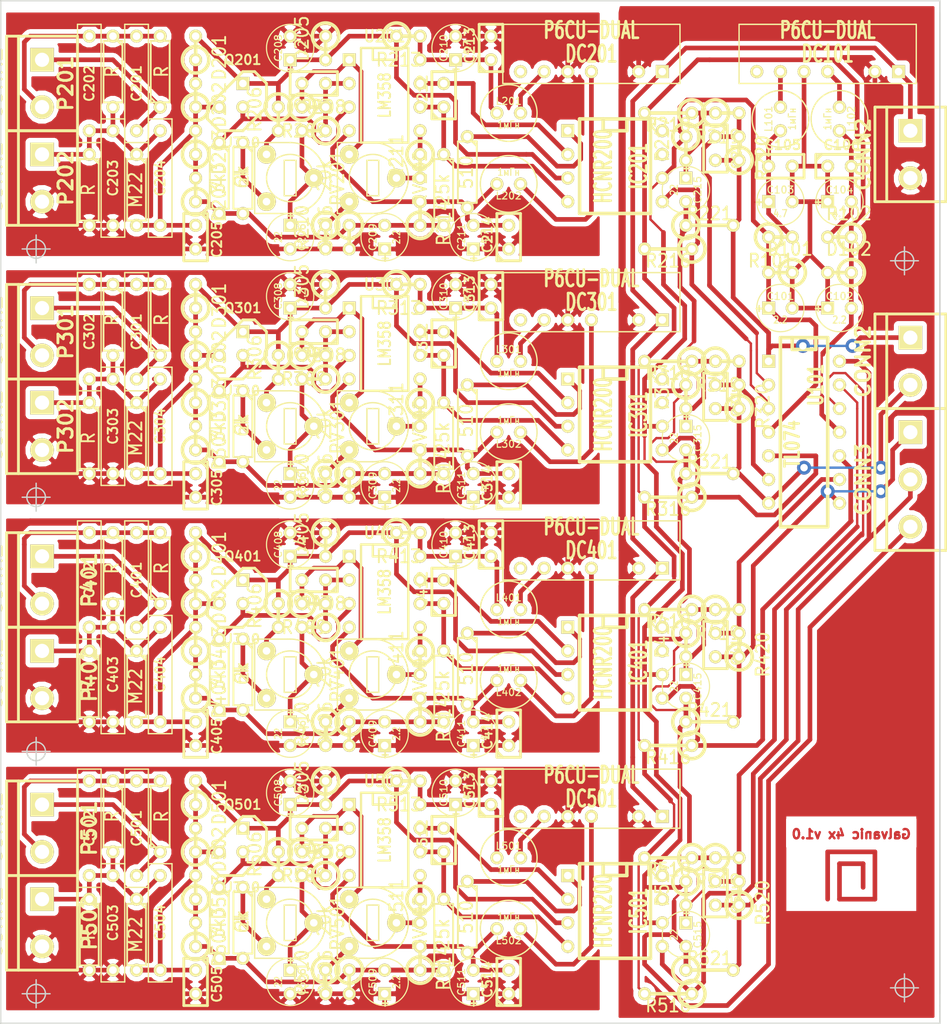
<source format=kicad_pcb>
(kicad_pcb (version 3) (host pcbnew "(2013-dec-23)-stable")

  (general
    (links 412)
    (no_connects 0)
    (area 181.4576 12.878999 287.2994 122.884001)
    (thickness 1.6)
    (drawings 15)
    (tracks 1170)
    (zones 0)
    (modules 229)
    (nets 127)
  )

  (page A4)
  (layers
    (15 F.Cu signal)
    (0 B.Cu signal)
    (16 B.Adhes user)
    (17 F.Adhes user)
    (18 B.Paste user hide)
    (19 F.Paste user)
    (20 B.SilkS user)
    (21 F.SilkS user hide)
    (22 B.Mask user)
    (23 F.Mask user)
    (24 Dwgs.User user)
    (25 Cmts.User user)
    (26 Eco1.User user)
    (27 Eco2.User user)
    (28 Edge.Cuts user)
  )

  (setup
    (last_trace_width 0.5)
    (user_trace_width 0.125)
    (user_trace_width 0.5)
    (trace_clearance 0.254)
    (zone_clearance 0.508)
    (zone_45_only no)
    (trace_min 0.125)
    (segment_width 0.2)
    (edge_width 0.15)
    (via_size 0.889)
    (via_drill 0.635)
    (via_min_size 0.889)
    (via_min_drill 0.508)
    (user_via 1.5 0.8)
    (uvia_size 0.508)
    (uvia_drill 0.127)
    (uvias_allowed no)
    (uvia_min_size 0.508)
    (uvia_min_drill 0.127)
    (pcb_text_width 0.3)
    (pcb_text_size 1 1)
    (mod_edge_width 0.381)
    (mod_text_size 1 1)
    (mod_text_width 0.15)
    (pad_size 2 2)
    (pad_drill 0.8128)
    (pad_to_mask_clearance 0)
    (aux_axis_origin 0 0)
    (visible_elements 7FFFFF2F)
    (pcbplotparams
      (layerselection 32768)
      (usegerberextensions false)
      (excludeedgelayer true)
      (linewidth 0.150000)
      (plotframeref false)
      (viasonmask false)
      (mode 1)
      (useauxorigin false)
      (hpglpennumber 1)
      (hpglpenspeed 20)
      (hpglpendiameter 15)
      (hpglpenoverlay 2)
      (psnegative false)
      (psa4output false)
      (plotreference true)
      (plotvalue true)
      (plotothertext true)
      (plotinvisibletext false)
      (padsonsilk false)
      (subtractmaskfromsilk false)
      (outputformat 2)
      (mirror false)
      (drillshape 1)
      (scaleselection 1)
      (outputdirectory ""))
  )

  (net 0 "")
  (net 1 +5V)
  (net 2 -5V)
  (net 3 /SheetChanA/out)
  (net 4 /SheetChanB/out)
  (net 5 /SheetChanC/out)
  (net 6 /SheetChanD/out)
  (net 7 AGND)
  (net 8 GND)
  (net 9 GNDPWR)
  (net 10 N-0000010)
  (net 11 N-00000100)
  (net 12 N-00000101)
  (net 13 N-00000102)
  (net 14 N-00000103)
  (net 15 N-00000104)
  (net 16 N-00000105)
  (net 17 N-00000106)
  (net 18 N-00000107)
  (net 19 N-00000108)
  (net 20 N-00000109)
  (net 21 N-0000011)
  (net 22 N-00000110)
  (net 23 N-00000111)
  (net 24 N-00000112)
  (net 25 N-00000113)
  (net 26 N-00000114)
  (net 27 N-00000115)
  (net 28 N-00000116)
  (net 29 N-00000117)
  (net 30 N-00000118)
  (net 31 N-00000119)
  (net 32 N-0000012)
  (net 33 N-00000120)
  (net 34 N-00000121)
  (net 35 N-00000122)
  (net 36 N-00000123)
  (net 37 N-00000126)
  (net 38 N-00000127)
  (net 39 N-00000128)
  (net 40 N-00000129)
  (net 41 N-0000013)
  (net 42 N-00000130)
  (net 43 N-00000131)
  (net 44 N-00000132)
  (net 45 N-00000133)
  (net 46 N-00000134)
  (net 47 N-0000015)
  (net 48 N-0000016)
  (net 49 N-0000017)
  (net 50 N-0000018)
  (net 51 N-0000019)
  (net 52 N-0000020)
  (net 53 N-0000021)
  (net 54 N-0000022)
  (net 55 N-0000023)
  (net 56 N-0000024)
  (net 57 N-0000025)
  (net 58 N-0000026)
  (net 59 N-0000027)
  (net 60 N-0000028)
  (net 61 N-0000029)
  (net 62 N-0000030)
  (net 63 N-0000031)
  (net 64 N-0000032)
  (net 65 N-0000033)
  (net 66 N-0000034)
  (net 67 N-0000035)
  (net 68 N-0000038)
  (net 69 N-0000039)
  (net 70 N-0000040)
  (net 71 N-0000041)
  (net 72 N-0000042)
  (net 73 N-0000043)
  (net 74 N-0000044)
  (net 75 N-0000045)
  (net 76 N-0000046)
  (net 77 N-0000047)
  (net 78 N-0000048)
  (net 79 N-0000049)
  (net 80 N-0000050)
  (net 81 N-0000051)
  (net 82 N-0000052)
  (net 83 N-0000053)
  (net 84 N-0000054)
  (net 85 N-0000055)
  (net 86 N-0000056)
  (net 87 N-0000057)
  (net 88 N-0000058)
  (net 89 N-0000059)
  (net 90 N-0000060)
  (net 91 N-0000061)
  (net 92 N-0000062)
  (net 93 N-0000063)
  (net 94 N-0000066)
  (net 95 N-0000067)
  (net 96 N-0000068)
  (net 97 N-0000069)
  (net 98 N-0000070)
  (net 99 N-0000071)
  (net 100 N-0000072)
  (net 101 N-0000073)
  (net 102 N-0000074)
  (net 103 N-0000075)
  (net 104 N-0000076)
  (net 105 N-0000077)
  (net 106 N-0000078)
  (net 107 N-0000079)
  (net 108 N-0000080)
  (net 109 N-0000081)
  (net 110 N-0000082)
  (net 111 N-0000083)
  (net 112 N-0000084)
  (net 113 N-0000085)
  (net 114 N-0000086)
  (net 115 N-0000087)
  (net 116 N-0000088)
  (net 117 N-0000089)
  (net 118 N-0000090)
  (net 119 N-0000091)
  (net 120 N-0000092)
  (net 121 N-0000093)
  (net 122 N-0000096)
  (net 123 N-0000097)
  (net 124 N-0000098)
  (net 125 N-0000099)
  (net 126 VCC)

  (net_class Default "Это класс цепей по умолчанию."
    (clearance 0.254)
    (trace_width 0.254)
    (via_dia 0.889)
    (via_drill 0.635)
    (uvia_dia 0.508)
    (uvia_drill 0.127)
    (add_net "")
    (add_net +5V)
    (add_net -5V)
    (add_net /SheetChanA/out)
    (add_net /SheetChanB/out)
    (add_net /SheetChanC/out)
    (add_net /SheetChanD/out)
    (add_net AGND)
    (add_net GND)
    (add_net GNDPWR)
    (add_net N-0000010)
    (add_net N-00000100)
    (add_net N-00000101)
    (add_net N-00000102)
    (add_net N-00000103)
    (add_net N-00000104)
    (add_net N-00000105)
    (add_net N-00000106)
    (add_net N-00000107)
    (add_net N-00000108)
    (add_net N-00000109)
    (add_net N-0000011)
    (add_net N-00000110)
    (add_net N-00000111)
    (add_net N-00000112)
    (add_net N-00000113)
    (add_net N-00000114)
    (add_net N-00000115)
    (add_net N-00000116)
    (add_net N-00000117)
    (add_net N-00000118)
    (add_net N-00000119)
    (add_net N-0000012)
    (add_net N-00000120)
    (add_net N-00000121)
    (add_net N-00000122)
    (add_net N-00000123)
    (add_net N-00000126)
    (add_net N-00000127)
    (add_net N-00000128)
    (add_net N-00000129)
    (add_net N-0000013)
    (add_net N-00000130)
    (add_net N-00000131)
    (add_net N-00000132)
    (add_net N-00000133)
    (add_net N-00000134)
    (add_net N-0000015)
    (add_net N-0000016)
    (add_net N-0000017)
    (add_net N-0000018)
    (add_net N-0000019)
    (add_net N-0000020)
    (add_net N-0000021)
    (add_net N-0000022)
    (add_net N-0000023)
    (add_net N-0000024)
    (add_net N-0000025)
    (add_net N-0000026)
    (add_net N-0000027)
    (add_net N-0000028)
    (add_net N-0000029)
    (add_net N-0000030)
    (add_net N-0000031)
    (add_net N-0000032)
    (add_net N-0000033)
    (add_net N-0000034)
    (add_net N-0000035)
    (add_net N-0000038)
    (add_net N-0000039)
    (add_net N-0000040)
    (add_net N-0000041)
    (add_net N-0000042)
    (add_net N-0000043)
    (add_net N-0000044)
    (add_net N-0000045)
    (add_net N-0000046)
    (add_net N-0000047)
    (add_net N-0000048)
    (add_net N-0000049)
    (add_net N-0000050)
    (add_net N-0000051)
    (add_net N-0000052)
    (add_net N-0000053)
    (add_net N-0000054)
    (add_net N-0000055)
    (add_net N-0000056)
    (add_net N-0000057)
    (add_net N-0000058)
    (add_net N-0000059)
    (add_net N-0000060)
    (add_net N-0000061)
    (add_net N-0000062)
    (add_net N-0000063)
    (add_net N-0000066)
    (add_net N-0000067)
    (add_net N-0000068)
    (add_net N-0000069)
    (add_net N-0000070)
    (add_net N-0000071)
    (add_net N-0000072)
    (add_net N-0000073)
    (add_net N-0000074)
    (add_net N-0000075)
    (add_net N-0000076)
    (add_net N-0000077)
    (add_net N-0000078)
    (add_net N-0000079)
    (add_net N-0000080)
    (add_net N-0000081)
    (add_net N-0000082)
    (add_net N-0000083)
    (add_net N-0000084)
    (add_net N-0000085)
    (add_net N-0000086)
    (add_net N-0000087)
    (add_net N-0000088)
    (add_net N-0000089)
    (add_net N-0000090)
    (add_net N-0000091)
    (add_net N-0000092)
    (add_net N-0000093)
    (add_net N-0000096)
    (add_net N-0000097)
    (add_net N-0000098)
    (add_net N-0000099)
    (add_net VCC)
  )

  (module R2 (layer F.Cu) (tedit 53B79BDF) (tstamp 53B82ABC)
    (at 255.016 39.624 180)
    (descr "Resistance verticale")
    (tags R)
    (path /53A339B2/53A33C72)
    (autoplace_cost90 10)
    (autoplace_cost180 10)
    (fp_text reference R216 (at 0 -1.27 180) (layer F.SilkS)
      (effects (font (size 1.397 1.27) (thickness 0.2032)))
    )
    (fp_text value 30k (at 0 2.54 180) (layer F.SilkS) hide
      (effects (font (size 1.397 1.27) (thickness 0.2032)))
    )
    (fp_line (start 0 0) (end 2.54 0) (layer F.SilkS) (width 0.381))
    (fp_line (start -2.54 0) (end 0 0) (layer F.SilkS) (width 0.381))
    (fp_circle (center -2.54 0) (end -1.905 1.27) (layer F.SilkS) (width 0.381))
    (pad 1 thru_hole circle (at -2.54 0 180) (size 1.397 1.397) (drill 0.8128)
      (layers *.Cu *.Mask F.SilkS)
      (net 62 N-0000030)
    )
    (pad 2 thru_hole circle (at 2.54 0 180) (size 1.397 1.397) (drill 0.8128)
      (layers *.Cu *.Mask F.SilkS)
      (net 2 -5V)
    )
    (model discret/verti_resistor.wrl
      (at (xyz 0 0 0))
      (scale (xyz 1 1 1))
      (rotate (xyz 0 0 0))
    )
  )

  (module R1 (layer F.Cu) (tedit 200000) (tstamp 53AE7452)
    (at 218.186 38.354 270)
    (descr "Resistance verticale")
    (tags R)
    (path /53A339B2/53A33C06)
    (autoplace_cost90 10)
    (autoplace_cost180 10)
    (fp_text reference R210 (at -1.016 2.54 270) (layer F.SilkS)
      (effects (font (size 1.397 1.27) (thickness 0.2032)))
    )
    (fp_text value 10k (at -1.143 2.54 270) (layer F.SilkS) hide
      (effects (font (size 1.397 1.27) (thickness 0.2032)))
    )
    (fp_line (start -1.27 0) (end 1.27 0) (layer F.SilkS) (width 0.381))
    (fp_circle (center -1.27 0) (end -0.635 1.27) (layer F.SilkS) (width 0.381))
    (pad 1 thru_hole circle (at -1.27 0 270) (size 1.397 1.397) (drill 0.8128)
      (layers *.Cu *.Mask F.SilkS)
      (net 54 N-0000022)
    )
    (pad 2 thru_hole circle (at 1.27 0 270) (size 1.397 1.397) (drill 0.8128)
      (layers *.Cu *.Mask F.SilkS)
      (net 60 N-0000028)
    )
    (model discret/verti_resistor.wrl
      (at (xyz 0 0 0))
      (scale (xyz 1 1 1))
      (rotate (xyz 0 0 0))
    )
  )

  (module TO92 (layer F.Cu) (tedit 53AC8B16) (tstamp 53AE70BD)
    (at 208.026 103.124 180)
    (descr "Transistor TO92 brochage type BC237")
    (tags "TR TO92")
    (path /53A3FAEE/53AE7398)
    (fp_text reference Q501 (at -1.27 3.81 180) (layer F.SilkS)
      (effects (font (size 1.016 1.016) (thickness 0.2032)))
    )
    (fp_text value J310 (at -1.27 -5.08 180) (layer F.SilkS)
      (effects (font (size 1.016 1.016) (thickness 0.2032)))
    )
    (fp_line (start -1.27 2.54) (end 2.54 -1.27) (layer F.SilkS) (width 0.3048))
    (fp_line (start 2.54 -1.27) (end 2.54 -2.54) (layer F.SilkS) (width 0.3048))
    (fp_line (start 2.54 -2.54) (end 1.27 -3.81) (layer F.SilkS) (width 0.3048))
    (fp_line (start 1.27 -3.81) (end -1.27 -3.81) (layer F.SilkS) (width 0.3048))
    (fp_line (start -1.27 -3.81) (end -3.81 -1.27) (layer F.SilkS) (width 0.3048))
    (fp_line (start -3.81 -1.27) (end -3.81 1.27) (layer F.SilkS) (width 0.3048))
    (fp_line (start -3.81 1.27) (end -2.54 2.54) (layer F.SilkS) (width 0.3048))
    (fp_line (start -2.54 2.54) (end -1.27 2.54) (layer F.SilkS) (width 0.3048))
    (pad 1 thru_hole rect (at -1.27 1.27 180) (size 1.397 1.397) (drill 0.8128)
      (layers *.Cu *.Mask F.SilkS)
      (net 34 N-00000121)
    )
    (pad 2 thru_hole circle (at 1.27 -1.27 180) (size 1.397 1.397) (drill 0.8128)
      (layers *.Cu *.Mask F.SilkS)
      (net 39 N-00000128)
    )
    (pad 3 thru_hole circle (at -1.27 -1.27 180) (size 1.397 1.397) (drill 0.8128)
      (layers *.Cu *.Mask F.SilkS)
      (net 18 N-00000107)
    )
    (model discret/to98.wrl
      (at (xyz 0 0 0))
      (scale (xyz 1 1 1))
      (rotate (xyz 0 0 0))
    )
  )

  (module TO92 (layer F.Cu) (tedit 53AC8B16) (tstamp 53AE70CC)
    (at 208.026 23.114 180)
    (descr "Transistor TO92 brochage type BC237")
    (tags "TR TO92")
    (path /53A339B2/53A33B76)
    (fp_text reference Q201 (at -1.27 3.81 180) (layer F.SilkS)
      (effects (font (size 1.016 1.016) (thickness 0.2032)))
    )
    (fp_text value J310 (at -1.27 -5.08 180) (layer F.SilkS)
      (effects (font (size 1.016 1.016) (thickness 0.2032)))
    )
    (fp_line (start -1.27 2.54) (end 2.54 -1.27) (layer F.SilkS) (width 0.3048))
    (fp_line (start 2.54 -1.27) (end 2.54 -2.54) (layer F.SilkS) (width 0.3048))
    (fp_line (start 2.54 -2.54) (end 1.27 -3.81) (layer F.SilkS) (width 0.3048))
    (fp_line (start 1.27 -3.81) (end -1.27 -3.81) (layer F.SilkS) (width 0.3048))
    (fp_line (start -1.27 -3.81) (end -3.81 -1.27) (layer F.SilkS) (width 0.3048))
    (fp_line (start -3.81 -1.27) (end -3.81 1.27) (layer F.SilkS) (width 0.3048))
    (fp_line (start -3.81 1.27) (end -2.54 2.54) (layer F.SilkS) (width 0.3048))
    (fp_line (start -2.54 2.54) (end -1.27 2.54) (layer F.SilkS) (width 0.3048))
    (pad 1 thru_hole rect (at -1.27 1.27 180) (size 1.397 1.397) (drill 0.8128)
      (layers *.Cu *.Mask F.SilkS)
      (net 66 N-0000034)
    )
    (pad 2 thru_hole circle (at 1.27 -1.27 180) (size 1.397 1.397) (drill 0.8128)
      (layers *.Cu *.Mask F.SilkS)
      (net 69 N-0000039)
    )
    (pad 3 thru_hole circle (at -1.27 -1.27 180) (size 1.397 1.397) (drill 0.8128)
      (layers *.Cu *.Mask F.SilkS)
      (net 51 N-0000019)
    )
    (model discret/to98.wrl
      (at (xyz 0 0 0))
      (scale (xyz 1 1 1))
      (rotate (xyz 0 0 0))
    )
  )

  (module TO92 (layer F.Cu) (tedit 53AC8B16) (tstamp 53AE70DB)
    (at 208.026 76.454 180)
    (descr "Transistor TO92 brochage type BC237")
    (tags "TR TO92")
    (path /53A3FAEC/53AE7137)
    (fp_text reference Q401 (at -1.27 3.81 180) (layer F.SilkS)
      (effects (font (size 1.016 1.016) (thickness 0.2032)))
    )
    (fp_text value J310 (at -1.27 -5.08 180) (layer F.SilkS)
      (effects (font (size 1.016 1.016) (thickness 0.2032)))
    )
    (fp_line (start -1.27 2.54) (end 2.54 -1.27) (layer F.SilkS) (width 0.3048))
    (fp_line (start 2.54 -1.27) (end 2.54 -2.54) (layer F.SilkS) (width 0.3048))
    (fp_line (start 2.54 -2.54) (end 1.27 -3.81) (layer F.SilkS) (width 0.3048))
    (fp_line (start 1.27 -3.81) (end -1.27 -3.81) (layer F.SilkS) (width 0.3048))
    (fp_line (start -1.27 -3.81) (end -3.81 -1.27) (layer F.SilkS) (width 0.3048))
    (fp_line (start -3.81 -1.27) (end -3.81 1.27) (layer F.SilkS) (width 0.3048))
    (fp_line (start -3.81 1.27) (end -2.54 2.54) (layer F.SilkS) (width 0.3048))
    (fp_line (start -2.54 2.54) (end -1.27 2.54) (layer F.SilkS) (width 0.3048))
    (pad 1 thru_hole rect (at -1.27 1.27 180) (size 1.397 1.397) (drill 0.8128)
      (layers *.Cu *.Mask F.SilkS)
      (net 119 N-0000091)
    )
    (pad 2 thru_hole circle (at 1.27 -1.27 180) (size 1.397 1.397) (drill 0.8128)
      (layers *.Cu *.Mask F.SilkS)
      (net 124 N-0000098)
    )
    (pad 3 thru_hole circle (at -1.27 -1.27 180) (size 1.397 1.397) (drill 0.8128)
      (layers *.Cu *.Mask F.SilkS)
      (net 106 N-0000078)
    )
    (model discret/to98.wrl
      (at (xyz 0 0 0))
      (scale (xyz 1 1 1))
      (rotate (xyz 0 0 0))
    )
  )

  (module TO92 (layer F.Cu) (tedit 53AC8B16) (tstamp 53AE70EA)
    (at 208.026 49.784 180)
    (descr "Transistor TO92 brochage type BC237")
    (tags "TR TO92")
    (path /53A3FAE8/53AE6C5A)
    (fp_text reference Q301 (at -1.27 3.81 180) (layer F.SilkS)
      (effects (font (size 1.016 1.016) (thickness 0.2032)))
    )
    (fp_text value J310 (at -1.27 -5.08 180) (layer F.SilkS)
      (effects (font (size 1.016 1.016) (thickness 0.2032)))
    )
    (fp_line (start -1.27 2.54) (end 2.54 -1.27) (layer F.SilkS) (width 0.3048))
    (fp_line (start 2.54 -1.27) (end 2.54 -2.54) (layer F.SilkS) (width 0.3048))
    (fp_line (start 2.54 -2.54) (end 1.27 -3.81) (layer F.SilkS) (width 0.3048))
    (fp_line (start 1.27 -3.81) (end -1.27 -3.81) (layer F.SilkS) (width 0.3048))
    (fp_line (start -1.27 -3.81) (end -3.81 -1.27) (layer F.SilkS) (width 0.3048))
    (fp_line (start -3.81 -1.27) (end -3.81 1.27) (layer F.SilkS) (width 0.3048))
    (fp_line (start -3.81 1.27) (end -2.54 2.54) (layer F.SilkS) (width 0.3048))
    (fp_line (start -2.54 2.54) (end -1.27 2.54) (layer F.SilkS) (width 0.3048))
    (pad 1 thru_hole rect (at -1.27 1.27 180) (size 1.397 1.397) (drill 0.8128)
      (layers *.Cu *.Mask F.SilkS)
      (net 91 N-0000061)
    )
    (pad 2 thru_hole circle (at 1.27 -1.27 180) (size 1.397 1.397) (drill 0.8128)
      (layers *.Cu *.Mask F.SilkS)
      (net 95 N-0000067)
    )
    (pad 3 thru_hole circle (at -1.27 -1.27 180) (size 1.397 1.397) (drill 0.8128)
      (layers *.Cu *.Mask F.SilkS)
      (net 77 N-0000047)
    )
    (model discret/to98.wrl
      (at (xyz 0 0 0))
      (scale (xyz 1 1 1))
      (rotate (xyz 0 0 0))
    )
  )

  (module R3 (layer F.Cu) (tedit 4E4C0E65) (tstamp 53AE71D8)
    (at 195.326 20.574 270)
    (descr "Resitance 3 pas")
    (tags R)
    (path /53A339B2/53A33BAC)
    (autoplace_cost180 10)
    (fp_text reference R202 (at 0 0.127 270) (layer F.SilkS) hide
      (effects (font (size 1.397 1.27) (thickness 0.2032)))
    )
    (fp_text value R (at 0 0.127 270) (layer F.SilkS)
      (effects (font (size 1.397 1.27) (thickness 0.2032)))
    )
    (fp_line (start -3.81 0) (end -3.302 0) (layer F.SilkS) (width 0.2032))
    (fp_line (start 3.81 0) (end 3.302 0) (layer F.SilkS) (width 0.2032))
    (fp_line (start 3.302 0) (end 3.302 -1.016) (layer F.SilkS) (width 0.2032))
    (fp_line (start 3.302 -1.016) (end -3.302 -1.016) (layer F.SilkS) (width 0.2032))
    (fp_line (start -3.302 -1.016) (end -3.302 1.016) (layer F.SilkS) (width 0.2032))
    (fp_line (start -3.302 1.016) (end 3.302 1.016) (layer F.SilkS) (width 0.2032))
    (fp_line (start 3.302 1.016) (end 3.302 0) (layer F.SilkS) (width 0.2032))
    (fp_line (start -3.302 -0.508) (end -2.794 -1.016) (layer F.SilkS) (width 0.2032))
    (pad 1 thru_hole circle (at -3.81 0 270) (size 1.397 1.397) (drill 0.8128)
      (layers *.Cu *.Mask F.SilkS)
      (net 72 N-0000042)
    )
    (pad 2 thru_hole circle (at 3.81 0 270) (size 1.397 1.397) (drill 0.8128)
      (layers *.Cu *.Mask F.SilkS)
      (net 71 N-0000041)
    )
    (model discret/resistor.wrl
      (at (xyz 0 0 0))
      (scale (xyz 0.3 0.3 0.3))
      (rotate (xyz 0 0 0))
    )
  )

  (module R3 (layer F.Cu) (tedit 4E4C0E65) (tstamp 53AE71E6)
    (at 197.866 113.284 270)
    (descr "Resitance 3 pas")
    (tags R)
    (path /53A3FAEE/53AE739E)
    (autoplace_cost180 10)
    (fp_text reference R504 (at 0 0.127 270) (layer F.SilkS) hide
      (effects (font (size 1.397 1.27) (thickness 0.2032)))
    )
    (fp_text value M22 (at 0 0.127 270) (layer F.SilkS)
      (effects (font (size 1.397 1.27) (thickness 0.2032)))
    )
    (fp_line (start -3.81 0) (end -3.302 0) (layer F.SilkS) (width 0.2032))
    (fp_line (start 3.81 0) (end 3.302 0) (layer F.SilkS) (width 0.2032))
    (fp_line (start 3.302 0) (end 3.302 -1.016) (layer F.SilkS) (width 0.2032))
    (fp_line (start 3.302 -1.016) (end -3.302 -1.016) (layer F.SilkS) (width 0.2032))
    (fp_line (start -3.302 -1.016) (end -3.302 1.016) (layer F.SilkS) (width 0.2032))
    (fp_line (start -3.302 1.016) (end 3.302 1.016) (layer F.SilkS) (width 0.2032))
    (fp_line (start 3.302 1.016) (end 3.302 0) (layer F.SilkS) (width 0.2032))
    (fp_line (start -3.302 -0.508) (end -2.794 -1.016) (layer F.SilkS) (width 0.2032))
    (pad 1 thru_hole circle (at -3.81 0 270) (size 1.397 1.397) (drill 0.8128)
      (layers *.Cu *.Mask F.SilkS)
      (net 42 N-00000130)
    )
    (pad 2 thru_hole circle (at 3.81 0 270) (size 1.397 1.397) (drill 0.8128)
      (layers *.Cu *.Mask F.SilkS)
      (net 39 N-00000128)
    )
    (model discret/resistor.wrl
      (at (xyz 0 0 0))
      (scale (xyz 0.3 0.3 0.3))
      (rotate (xyz 0 0 0))
    )
  )

  (module R3 (layer F.Cu) (tedit 4E4C0E65) (tstamp 53AE71F4)
    (at 192.786 113.284 270)
    (descr "Resitance 3 pas")
    (tags R)
    (path /53A3FAEE/53AE73C2)
    (autoplace_cost180 10)
    (fp_text reference R503 (at 0 0.127 270) (layer F.SilkS) hide
      (effects (font (size 1.397 1.27) (thickness 0.2032)))
    )
    (fp_text value R (at 0 0.127 270) (layer F.SilkS)
      (effects (font (size 1.397 1.27) (thickness 0.2032)))
    )
    (fp_line (start -3.81 0) (end -3.302 0) (layer F.SilkS) (width 0.2032))
    (fp_line (start 3.81 0) (end 3.302 0) (layer F.SilkS) (width 0.2032))
    (fp_line (start 3.302 0) (end 3.302 -1.016) (layer F.SilkS) (width 0.2032))
    (fp_line (start 3.302 -1.016) (end -3.302 -1.016) (layer F.SilkS) (width 0.2032))
    (fp_line (start -3.302 -1.016) (end -3.302 1.016) (layer F.SilkS) (width 0.2032))
    (fp_line (start -3.302 1.016) (end 3.302 1.016) (layer F.SilkS) (width 0.2032))
    (fp_line (start 3.302 1.016) (end 3.302 0) (layer F.SilkS) (width 0.2032))
    (fp_line (start -3.302 -0.508) (end -2.794 -1.016) (layer F.SilkS) (width 0.2032))
    (pad 1 thru_hole circle (at -3.81 0 270) (size 1.397 1.397) (drill 0.8128)
      (layers *.Cu *.Mask F.SilkS)
      (net 42 N-00000130)
    )
    (pad 2 thru_hole circle (at 3.81 0 270) (size 1.397 1.397) (drill 0.8128)
      (layers *.Cu *.Mask F.SilkS)
      (net 28 N-00000116)
    )
    (model discret/resistor.wrl
      (at (xyz 0 0 0))
      (scale (xyz 0.3 0.3 0.3))
      (rotate (xyz 0 0 0))
    )
  )

  (module R3 (layer F.Cu) (tedit 4E4C0E65) (tstamp 53AEBFF8)
    (at 200.406 20.574 90)
    (descr "Resitance 3 pas")
    (tags R)
    (path /53A339B2/53A33BB2)
    (autoplace_cost180 10)
    (fp_text reference R201 (at 0 0.127 90) (layer F.SilkS) hide
      (effects (font (size 1.397 1.27) (thickness 0.2032)))
    )
    (fp_text value R (at 0 0.127 90) (layer F.SilkS)
      (effects (font (size 1.397 1.27) (thickness 0.2032)))
    )
    (fp_line (start -3.81 0) (end -3.302 0) (layer F.SilkS) (width 0.2032))
    (fp_line (start 3.81 0) (end 3.302 0) (layer F.SilkS) (width 0.2032))
    (fp_line (start 3.302 0) (end 3.302 -1.016) (layer F.SilkS) (width 0.2032))
    (fp_line (start 3.302 -1.016) (end -3.302 -1.016) (layer F.SilkS) (width 0.2032))
    (fp_line (start -3.302 -1.016) (end -3.302 1.016) (layer F.SilkS) (width 0.2032))
    (fp_line (start -3.302 1.016) (end 3.302 1.016) (layer F.SilkS) (width 0.2032))
    (fp_line (start 3.302 1.016) (end 3.302 0) (layer F.SilkS) (width 0.2032))
    (fp_line (start -3.302 -0.508) (end -2.794 -1.016) (layer F.SilkS) (width 0.2032))
    (pad 1 thru_hole circle (at -3.81 0 90) (size 1.397 1.397) (drill 0.8128)
      (layers *.Cu *.Mask F.SilkS)
      (net 70 N-0000040)
    )
    (pad 2 thru_hole circle (at 3.81 0 90) (size 1.397 1.397) (drill 0.8128)
      (layers *.Cu *.Mask F.SilkS)
      (net 72 N-0000042)
    )
    (model discret/resistor.wrl
      (at (xyz 0 0 0))
      (scale (xyz 0.3 0.3 0.3))
      (rotate (xyz 0 0 0))
    )
  )

  (module R3 (layer F.Cu) (tedit 4E4C0E65) (tstamp 53AE7210)
    (at 192.786 33.274 270)
    (descr "Resitance 3 pas")
    (tags R)
    (path /53A339B2/53A33BA6)
    (autoplace_cost180 10)
    (fp_text reference R203 (at 0 0.127 270) (layer F.SilkS) hide
      (effects (font (size 1.397 1.27) (thickness 0.2032)))
    )
    (fp_text value R (at 0 0.127 270) (layer F.SilkS)
      (effects (font (size 1.397 1.27) (thickness 0.2032)))
    )
    (fp_line (start -3.81 0) (end -3.302 0) (layer F.SilkS) (width 0.2032))
    (fp_line (start 3.81 0) (end 3.302 0) (layer F.SilkS) (width 0.2032))
    (fp_line (start 3.302 0) (end 3.302 -1.016) (layer F.SilkS) (width 0.2032))
    (fp_line (start 3.302 -1.016) (end -3.302 -1.016) (layer F.SilkS) (width 0.2032))
    (fp_line (start -3.302 -1.016) (end -3.302 1.016) (layer F.SilkS) (width 0.2032))
    (fp_line (start -3.302 1.016) (end 3.302 1.016) (layer F.SilkS) (width 0.2032))
    (fp_line (start 3.302 1.016) (end 3.302 0) (layer F.SilkS) (width 0.2032))
    (fp_line (start -3.302 -0.508) (end -2.794 -1.016) (layer F.SilkS) (width 0.2032))
    (pad 1 thru_hole circle (at -3.81 0 270) (size 1.397 1.397) (drill 0.8128)
      (layers *.Cu *.Mask F.SilkS)
      (net 71 N-0000041)
    )
    (pad 2 thru_hole circle (at 3.81 0 270) (size 1.397 1.397) (drill 0.8128)
      (layers *.Cu *.Mask F.SilkS)
      (net 60 N-0000028)
    )
    (model discret/resistor.wrl
      (at (xyz 0 0 0))
      (scale (xyz 0.3 0.3 0.3))
      (rotate (xyz 0 0 0))
    )
  )

  (module R3 (layer F.Cu) (tedit 4E4C0E65) (tstamp 53AE721E)
    (at 197.866 86.614 270)
    (descr "Resitance 3 pas")
    (tags R)
    (path /53A3FAEC/53AE713D)
    (autoplace_cost180 10)
    (fp_text reference R404 (at 0 0.127 270) (layer F.SilkS) hide
      (effects (font (size 1.397 1.27) (thickness 0.2032)))
    )
    (fp_text value M22 (at 0 0.127 270) (layer F.SilkS)
      (effects (font (size 1.397 1.27) (thickness 0.2032)))
    )
    (fp_line (start -3.81 0) (end -3.302 0) (layer F.SilkS) (width 0.2032))
    (fp_line (start 3.81 0) (end 3.302 0) (layer F.SilkS) (width 0.2032))
    (fp_line (start 3.302 0) (end 3.302 -1.016) (layer F.SilkS) (width 0.2032))
    (fp_line (start 3.302 -1.016) (end -3.302 -1.016) (layer F.SilkS) (width 0.2032))
    (fp_line (start -3.302 -1.016) (end -3.302 1.016) (layer F.SilkS) (width 0.2032))
    (fp_line (start -3.302 1.016) (end 3.302 1.016) (layer F.SilkS) (width 0.2032))
    (fp_line (start 3.302 1.016) (end 3.302 0) (layer F.SilkS) (width 0.2032))
    (fp_line (start -3.302 -0.508) (end -2.794 -1.016) (layer F.SilkS) (width 0.2032))
    (pad 1 thru_hole circle (at -3.81 0 270) (size 1.397 1.397) (drill 0.8128)
      (layers *.Cu *.Mask F.SilkS)
      (net 11 N-00000100)
    )
    (pad 2 thru_hole circle (at 3.81 0 270) (size 1.397 1.397) (drill 0.8128)
      (layers *.Cu *.Mask F.SilkS)
      (net 124 N-0000098)
    )
    (model discret/resistor.wrl
      (at (xyz 0 0 0))
      (scale (xyz 0.3 0.3 0.3))
      (rotate (xyz 0 0 0))
    )
  )

  (module R3 (layer F.Cu) (tedit 4E4C0E65) (tstamp 53AE722C)
    (at 192.786 86.614 270)
    (descr "Resitance 3 pas")
    (tags R)
    (path /53A3FAEC/53AE7161)
    (autoplace_cost180 10)
    (fp_text reference R403 (at 0 0.127 270) (layer F.SilkS) hide
      (effects (font (size 1.397 1.27) (thickness 0.2032)))
    )
    (fp_text value R (at 0 0.127 270) (layer F.SilkS)
      (effects (font (size 1.397 1.27) (thickness 0.2032)))
    )
    (fp_line (start -3.81 0) (end -3.302 0) (layer F.SilkS) (width 0.2032))
    (fp_line (start 3.81 0) (end 3.302 0) (layer F.SilkS) (width 0.2032))
    (fp_line (start 3.302 0) (end 3.302 -1.016) (layer F.SilkS) (width 0.2032))
    (fp_line (start 3.302 -1.016) (end -3.302 -1.016) (layer F.SilkS) (width 0.2032))
    (fp_line (start -3.302 -1.016) (end -3.302 1.016) (layer F.SilkS) (width 0.2032))
    (fp_line (start -3.302 1.016) (end 3.302 1.016) (layer F.SilkS) (width 0.2032))
    (fp_line (start 3.302 1.016) (end 3.302 0) (layer F.SilkS) (width 0.2032))
    (fp_line (start -3.302 -0.508) (end -2.794 -1.016) (layer F.SilkS) (width 0.2032))
    (pad 1 thru_hole circle (at -3.81 0 270) (size 1.397 1.397) (drill 0.8128)
      (layers *.Cu *.Mask F.SilkS)
      (net 11 N-00000100)
    )
    (pad 2 thru_hole circle (at 3.81 0 270) (size 1.397 1.397) (drill 0.8128)
      (layers *.Cu *.Mask F.SilkS)
      (net 114 N-0000086)
    )
    (model discret/resistor.wrl
      (at (xyz 0 0 0))
      (scale (xyz 0.3 0.3 0.3))
      (rotate (xyz 0 0 0))
    )
  )

  (module R3 (layer F.Cu) (tedit 4E4C0E65) (tstamp 53AE723A)
    (at 195.326 73.914 270)
    (descr "Resitance 3 pas")
    (tags R)
    (path /53A3FAEC/53AE7167)
    (autoplace_cost180 10)
    (fp_text reference R402 (at 0 0.127 270) (layer F.SilkS) hide
      (effects (font (size 1.397 1.27) (thickness 0.2032)))
    )
    (fp_text value R (at 0 0.127 270) (layer F.SilkS)
      (effects (font (size 1.397 1.27) (thickness 0.2032)))
    )
    (fp_line (start -3.81 0) (end -3.302 0) (layer F.SilkS) (width 0.2032))
    (fp_line (start 3.81 0) (end 3.302 0) (layer F.SilkS) (width 0.2032))
    (fp_line (start 3.302 0) (end 3.302 -1.016) (layer F.SilkS) (width 0.2032))
    (fp_line (start 3.302 -1.016) (end -3.302 -1.016) (layer F.SilkS) (width 0.2032))
    (fp_line (start -3.302 -1.016) (end -3.302 1.016) (layer F.SilkS) (width 0.2032))
    (fp_line (start -3.302 1.016) (end 3.302 1.016) (layer F.SilkS) (width 0.2032))
    (fp_line (start 3.302 1.016) (end 3.302 0) (layer F.SilkS) (width 0.2032))
    (fp_line (start -3.302 -0.508) (end -2.794 -1.016) (layer F.SilkS) (width 0.2032))
    (pad 1 thru_hole circle (at -3.81 0 270) (size 1.397 1.397) (drill 0.8128)
      (layers *.Cu *.Mask F.SilkS)
      (net 12 N-00000101)
    )
    (pad 2 thru_hole circle (at 3.81 0 270) (size 1.397 1.397) (drill 0.8128)
      (layers *.Cu *.Mask F.SilkS)
      (net 11 N-00000100)
    )
    (model discret/resistor.wrl
      (at (xyz 0 0 0))
      (scale (xyz 0.3 0.3 0.3))
      (rotate (xyz 0 0 0))
    )
  )

  (module R3 (layer F.Cu) (tedit 4E4C0E65) (tstamp 53AE7248)
    (at 200.406 73.914 90)
    (descr "Resitance 3 pas")
    (tags R)
    (path /53A3FAEC/53AE716D)
    (autoplace_cost180 10)
    (fp_text reference R401 (at 0 0.127 90) (layer F.SilkS) hide
      (effects (font (size 1.397 1.27) (thickness 0.2032)))
    )
    (fp_text value R (at 0 0.127 90) (layer F.SilkS)
      (effects (font (size 1.397 1.27) (thickness 0.2032)))
    )
    (fp_line (start -3.81 0) (end -3.302 0) (layer F.SilkS) (width 0.2032))
    (fp_line (start 3.81 0) (end 3.302 0) (layer F.SilkS) (width 0.2032))
    (fp_line (start 3.302 0) (end 3.302 -1.016) (layer F.SilkS) (width 0.2032))
    (fp_line (start 3.302 -1.016) (end -3.302 -1.016) (layer F.SilkS) (width 0.2032))
    (fp_line (start -3.302 -1.016) (end -3.302 1.016) (layer F.SilkS) (width 0.2032))
    (fp_line (start -3.302 1.016) (end 3.302 1.016) (layer F.SilkS) (width 0.2032))
    (fp_line (start 3.302 1.016) (end 3.302 0) (layer F.SilkS) (width 0.2032))
    (fp_line (start -3.302 -0.508) (end -2.794 -1.016) (layer F.SilkS) (width 0.2032))
    (pad 1 thru_hole circle (at -3.81 0 90) (size 1.397 1.397) (drill 0.8128)
      (layers *.Cu *.Mask F.SilkS)
      (net 125 N-0000099)
    )
    (pad 2 thru_hole circle (at 3.81 0 90) (size 1.397 1.397) (drill 0.8128)
      (layers *.Cu *.Mask F.SilkS)
      (net 12 N-00000101)
    )
    (model discret/resistor.wrl
      (at (xyz 0 0 0))
      (scale (xyz 0.3 0.3 0.3))
      (rotate (xyz 0 0 0))
    )
  )

  (module R3 (layer F.Cu) (tedit 4E4C0E65) (tstamp 53AE7256)
    (at 195.326 100.584 270)
    (descr "Resitance 3 pas")
    (tags R)
    (path /53A3FAEE/53AE73C8)
    (autoplace_cost180 10)
    (fp_text reference R502 (at 0 0.127 270) (layer F.SilkS) hide
      (effects (font (size 1.397 1.27) (thickness 0.2032)))
    )
    (fp_text value R (at 0 0.127 270) (layer F.SilkS)
      (effects (font (size 1.397 1.27) (thickness 0.2032)))
    )
    (fp_line (start -3.81 0) (end -3.302 0) (layer F.SilkS) (width 0.2032))
    (fp_line (start 3.81 0) (end 3.302 0) (layer F.SilkS) (width 0.2032))
    (fp_line (start 3.302 0) (end 3.302 -1.016) (layer F.SilkS) (width 0.2032))
    (fp_line (start 3.302 -1.016) (end -3.302 -1.016) (layer F.SilkS) (width 0.2032))
    (fp_line (start -3.302 -1.016) (end -3.302 1.016) (layer F.SilkS) (width 0.2032))
    (fp_line (start -3.302 1.016) (end 3.302 1.016) (layer F.SilkS) (width 0.2032))
    (fp_line (start 3.302 1.016) (end 3.302 0) (layer F.SilkS) (width 0.2032))
    (fp_line (start -3.302 -0.508) (end -2.794 -1.016) (layer F.SilkS) (width 0.2032))
    (pad 1 thru_hole circle (at -3.81 0 270) (size 1.397 1.397) (drill 0.8128)
      (layers *.Cu *.Mask F.SilkS)
      (net 43 N-00000131)
    )
    (pad 2 thru_hole circle (at 3.81 0 270) (size 1.397 1.397) (drill 0.8128)
      (layers *.Cu *.Mask F.SilkS)
      (net 42 N-00000130)
    )
    (model discret/resistor.wrl
      (at (xyz 0 0 0))
      (scale (xyz 0.3 0.3 0.3))
      (rotate (xyz 0 0 0))
    )
  )

  (module R3 (layer F.Cu) (tedit 4E4C0E65) (tstamp 53AE7264)
    (at 200.406 100.584 90)
    (descr "Resitance 3 pas")
    (tags R)
    (path /53A3FAEE/53AE73CE)
    (autoplace_cost180 10)
    (fp_text reference R501 (at 0 0.127 90) (layer F.SilkS) hide
      (effects (font (size 1.397 1.27) (thickness 0.2032)))
    )
    (fp_text value R (at 0 0.127 90) (layer F.SilkS)
      (effects (font (size 1.397 1.27) (thickness 0.2032)))
    )
    (fp_line (start -3.81 0) (end -3.302 0) (layer F.SilkS) (width 0.2032))
    (fp_line (start 3.81 0) (end 3.302 0) (layer F.SilkS) (width 0.2032))
    (fp_line (start 3.302 0) (end 3.302 -1.016) (layer F.SilkS) (width 0.2032))
    (fp_line (start 3.302 -1.016) (end -3.302 -1.016) (layer F.SilkS) (width 0.2032))
    (fp_line (start -3.302 -1.016) (end -3.302 1.016) (layer F.SilkS) (width 0.2032))
    (fp_line (start -3.302 1.016) (end 3.302 1.016) (layer F.SilkS) (width 0.2032))
    (fp_line (start 3.302 1.016) (end 3.302 0) (layer F.SilkS) (width 0.2032))
    (fp_line (start -3.302 -0.508) (end -2.794 -1.016) (layer F.SilkS) (width 0.2032))
    (pad 1 thru_hole circle (at -3.81 0 90) (size 1.397 1.397) (drill 0.8128)
      (layers *.Cu *.Mask F.SilkS)
      (net 40 N-00000129)
    )
    (pad 2 thru_hole circle (at 3.81 0 90) (size 1.397 1.397) (drill 0.8128)
      (layers *.Cu *.Mask F.SilkS)
      (net 43 N-00000131)
    )
    (model discret/resistor.wrl
      (at (xyz 0 0 0))
      (scale (xyz 0.3 0.3 0.3))
      (rotate (xyz 0 0 0))
    )
  )

  (module R3 (layer F.Cu) (tedit 4E4C0E65) (tstamp 53AE7272)
    (at 197.866 33.274 270)
    (descr "Resitance 3 pas")
    (tags R)
    (path /53A339B2/53A33B82)
    (autoplace_cost180 10)
    (fp_text reference R204 (at 0 0.127 270) (layer F.SilkS) hide
      (effects (font (size 1.397 1.27) (thickness 0.2032)))
    )
    (fp_text value M22 (at 0 0.127 270) (layer F.SilkS)
      (effects (font (size 1.397 1.27) (thickness 0.2032)))
    )
    (fp_line (start -3.81 0) (end -3.302 0) (layer F.SilkS) (width 0.2032))
    (fp_line (start 3.81 0) (end 3.302 0) (layer F.SilkS) (width 0.2032))
    (fp_line (start 3.302 0) (end 3.302 -1.016) (layer F.SilkS) (width 0.2032))
    (fp_line (start 3.302 -1.016) (end -3.302 -1.016) (layer F.SilkS) (width 0.2032))
    (fp_line (start -3.302 -1.016) (end -3.302 1.016) (layer F.SilkS) (width 0.2032))
    (fp_line (start -3.302 1.016) (end 3.302 1.016) (layer F.SilkS) (width 0.2032))
    (fp_line (start 3.302 1.016) (end 3.302 0) (layer F.SilkS) (width 0.2032))
    (fp_line (start -3.302 -0.508) (end -2.794 -1.016) (layer F.SilkS) (width 0.2032))
    (pad 1 thru_hole circle (at -3.81 0 270) (size 1.397 1.397) (drill 0.8128)
      (layers *.Cu *.Mask F.SilkS)
      (net 71 N-0000041)
    )
    (pad 2 thru_hole circle (at 3.81 0 270) (size 1.397 1.397) (drill 0.8128)
      (layers *.Cu *.Mask F.SilkS)
      (net 69 N-0000039)
    )
    (model discret/resistor.wrl
      (at (xyz 0 0 0))
      (scale (xyz 0.3 0.3 0.3))
      (rotate (xyz 0 0 0))
    )
  )

  (module R3 (layer F.Cu) (tedit 4E4C0E65) (tstamp 53AE7280)
    (at 200.406 47.244 90)
    (descr "Resitance 3 pas")
    (tags R)
    (path /53A3FAE8/53AE6C90)
    (autoplace_cost180 10)
    (fp_text reference R301 (at 0 0.127 90) (layer F.SilkS) hide
      (effects (font (size 1.397 1.27) (thickness 0.2032)))
    )
    (fp_text value R (at 0 0.127 90) (layer F.SilkS)
      (effects (font (size 1.397 1.27) (thickness 0.2032)))
    )
    (fp_line (start -3.81 0) (end -3.302 0) (layer F.SilkS) (width 0.2032))
    (fp_line (start 3.81 0) (end 3.302 0) (layer F.SilkS) (width 0.2032))
    (fp_line (start 3.302 0) (end 3.302 -1.016) (layer F.SilkS) (width 0.2032))
    (fp_line (start 3.302 -1.016) (end -3.302 -1.016) (layer F.SilkS) (width 0.2032))
    (fp_line (start -3.302 -1.016) (end -3.302 1.016) (layer F.SilkS) (width 0.2032))
    (fp_line (start -3.302 1.016) (end 3.302 1.016) (layer F.SilkS) (width 0.2032))
    (fp_line (start 3.302 1.016) (end 3.302 0) (layer F.SilkS) (width 0.2032))
    (fp_line (start -3.302 -0.508) (end -2.794 -1.016) (layer F.SilkS) (width 0.2032))
    (pad 1 thru_hole circle (at -3.81 0 90) (size 1.397 1.397) (drill 0.8128)
      (layers *.Cu *.Mask F.SilkS)
      (net 96 N-0000068)
    )
    (pad 2 thru_hole circle (at 3.81 0 90) (size 1.397 1.397) (drill 0.8128)
      (layers *.Cu *.Mask F.SilkS)
      (net 99 N-0000071)
    )
    (model discret/resistor.wrl
      (at (xyz 0 0 0))
      (scale (xyz 0.3 0.3 0.3))
      (rotate (xyz 0 0 0))
    )
  )

  (module R3 (layer F.Cu) (tedit 4E4C0E65) (tstamp 53AE728E)
    (at 195.326 47.244 270)
    (descr "Resitance 3 pas")
    (tags R)
    (path /53A3FAE8/53AE6C8A)
    (autoplace_cost180 10)
    (fp_text reference R302 (at 0 0.127 270) (layer F.SilkS) hide
      (effects (font (size 1.397 1.27) (thickness 0.2032)))
    )
    (fp_text value R (at 0 0.127 270) (layer F.SilkS)
      (effects (font (size 1.397 1.27) (thickness 0.2032)))
    )
    (fp_line (start -3.81 0) (end -3.302 0) (layer F.SilkS) (width 0.2032))
    (fp_line (start 3.81 0) (end 3.302 0) (layer F.SilkS) (width 0.2032))
    (fp_line (start 3.302 0) (end 3.302 -1.016) (layer F.SilkS) (width 0.2032))
    (fp_line (start 3.302 -1.016) (end -3.302 -1.016) (layer F.SilkS) (width 0.2032))
    (fp_line (start -3.302 -1.016) (end -3.302 1.016) (layer F.SilkS) (width 0.2032))
    (fp_line (start -3.302 1.016) (end 3.302 1.016) (layer F.SilkS) (width 0.2032))
    (fp_line (start 3.302 1.016) (end 3.302 0) (layer F.SilkS) (width 0.2032))
    (fp_line (start -3.302 -0.508) (end -2.794 -1.016) (layer F.SilkS) (width 0.2032))
    (pad 1 thru_hole circle (at -3.81 0 270) (size 1.397 1.397) (drill 0.8128)
      (layers *.Cu *.Mask F.SilkS)
      (net 99 N-0000071)
    )
    (pad 2 thru_hole circle (at 3.81 0 270) (size 1.397 1.397) (drill 0.8128)
      (layers *.Cu *.Mask F.SilkS)
      (net 97 N-0000069)
    )
    (model discret/resistor.wrl
      (at (xyz 0 0 0))
      (scale (xyz 0.3 0.3 0.3))
      (rotate (xyz 0 0 0))
    )
  )

  (module R3 (layer F.Cu) (tedit 4E4C0E65) (tstamp 53AE729C)
    (at 192.786 59.944 270)
    (descr "Resitance 3 pas")
    (tags R)
    (path /53A3FAE8/53AE6C84)
    (autoplace_cost180 10)
    (fp_text reference R303 (at 0 0.127 270) (layer F.SilkS) hide
      (effects (font (size 1.397 1.27) (thickness 0.2032)))
    )
    (fp_text value R (at 0 0.127 270) (layer F.SilkS)
      (effects (font (size 1.397 1.27) (thickness 0.2032)))
    )
    (fp_line (start -3.81 0) (end -3.302 0) (layer F.SilkS) (width 0.2032))
    (fp_line (start 3.81 0) (end 3.302 0) (layer F.SilkS) (width 0.2032))
    (fp_line (start 3.302 0) (end 3.302 -1.016) (layer F.SilkS) (width 0.2032))
    (fp_line (start 3.302 -1.016) (end -3.302 -1.016) (layer F.SilkS) (width 0.2032))
    (fp_line (start -3.302 -1.016) (end -3.302 1.016) (layer F.SilkS) (width 0.2032))
    (fp_line (start -3.302 1.016) (end 3.302 1.016) (layer F.SilkS) (width 0.2032))
    (fp_line (start 3.302 1.016) (end 3.302 0) (layer F.SilkS) (width 0.2032))
    (fp_line (start -3.302 -0.508) (end -2.794 -1.016) (layer F.SilkS) (width 0.2032))
    (pad 1 thru_hole circle (at -3.81 0 270) (size 1.397 1.397) (drill 0.8128)
      (layers *.Cu *.Mask F.SilkS)
      (net 97 N-0000069)
    )
    (pad 2 thru_hole circle (at 3.81 0 270) (size 1.397 1.397) (drill 0.8128)
      (layers *.Cu *.Mask F.SilkS)
      (net 87 N-0000057)
    )
    (model discret/resistor.wrl
      (at (xyz 0 0 0))
      (scale (xyz 0.3 0.3 0.3))
      (rotate (xyz 0 0 0))
    )
  )

  (module R3 (layer F.Cu) (tedit 4E4C0E65) (tstamp 53AE72AA)
    (at 197.866 59.944 270)
    (descr "Resitance 3 pas")
    (tags R)
    (path /53A3FAE8/53AE6C60)
    (autoplace_cost180 10)
    (fp_text reference R304 (at 0 0.127 270) (layer F.SilkS) hide
      (effects (font (size 1.397 1.27) (thickness 0.2032)))
    )
    (fp_text value M22 (at 0 0.127 270) (layer F.SilkS)
      (effects (font (size 1.397 1.27) (thickness 0.2032)))
    )
    (fp_line (start -3.81 0) (end -3.302 0) (layer F.SilkS) (width 0.2032))
    (fp_line (start 3.81 0) (end 3.302 0) (layer F.SilkS) (width 0.2032))
    (fp_line (start 3.302 0) (end 3.302 -1.016) (layer F.SilkS) (width 0.2032))
    (fp_line (start 3.302 -1.016) (end -3.302 -1.016) (layer F.SilkS) (width 0.2032))
    (fp_line (start -3.302 -1.016) (end -3.302 1.016) (layer F.SilkS) (width 0.2032))
    (fp_line (start -3.302 1.016) (end 3.302 1.016) (layer F.SilkS) (width 0.2032))
    (fp_line (start 3.302 1.016) (end 3.302 0) (layer F.SilkS) (width 0.2032))
    (fp_line (start -3.302 -0.508) (end -2.794 -1.016) (layer F.SilkS) (width 0.2032))
    (pad 1 thru_hole circle (at -3.81 0 270) (size 1.397 1.397) (drill 0.8128)
      (layers *.Cu *.Mask F.SilkS)
      (net 97 N-0000069)
    )
    (pad 2 thru_hole circle (at 3.81 0 270) (size 1.397 1.397) (drill 0.8128)
      (layers *.Cu *.Mask F.SilkS)
      (net 95 N-0000067)
    )
    (model discret/resistor.wrl
      (at (xyz 0 0 0))
      (scale (xyz 0.3 0.3 0.3))
      (rotate (xyz 0 0 0))
    )
  )

  (module R1 (layer F.Cu) (tedit 200000) (tstamp 53AE72B2)
    (at 261.366 51.689)
    (descr "Resistance verticale")
    (tags R)
    (path /53A3FAE8/53AE6D62)
    (autoplace_cost90 10)
    (autoplace_cost180 10)
    (fp_text reference R319 (at -1.016 2.54) (layer F.SilkS)
      (effects (font (size 1.397 1.27) (thickness 0.2032)))
    )
    (fp_text value 40k (at -1.143 2.54) (layer F.SilkS) hide
      (effects (font (size 1.397 1.27) (thickness 0.2032)))
    )
    (fp_line (start -1.27 0) (end 1.27 0) (layer F.SilkS) (width 0.381))
    (fp_circle (center -1.27 0) (end -0.635 1.27) (layer F.SilkS) (width 0.381))
    (pad 1 thru_hole circle (at -1.27 0) (size 1.397 1.397) (drill 0.8128)
      (layers *.Cu *.Mask F.SilkS)
      (net 88 N-0000058)
    )
    (pad 2 thru_hole circle (at 1.27 0) (size 1.397 1.397) (drill 0.8128)
      (layers *.Cu *.Mask F.SilkS)
      (net 86 N-0000056)
    )
    (model discret/verti_resistor.wrl
      (at (xyz 0 0 0))
      (scale (xyz 1 1 1))
      (rotate (xyz 0 0 0))
    )
  )

  (module R1 (layer F.Cu) (tedit 200000) (tstamp 53AE72D2)
    (at 216.916 53.594 180)
    (descr "Resistance verticale")
    (tags R)
    (path /53A3FAE8/53AE6CC6)
    (autoplace_cost90 10)
    (autoplace_cost180 10)
    (fp_text reference R308 (at -1.016 2.54 180) (layer F.SilkS)
      (effects (font (size 1.397 1.27) (thickness 0.2032)))
    )
    (fp_text value 10k (at -1.143 2.54 180) (layer F.SilkS) hide
      (effects (font (size 1.397 1.27) (thickness 0.2032)))
    )
    (fp_line (start -1.27 0) (end 1.27 0) (layer F.SilkS) (width 0.381))
    (fp_circle (center -1.27 0) (end -0.635 1.27) (layer F.SilkS) (width 0.381))
    (pad 1 thru_hole circle (at -1.27 0 180) (size 1.397 1.397) (drill 0.8128)
      (layers *.Cu *.Mask F.SilkS)
      (net 76 N-0000046)
    )
    (pad 2 thru_hole circle (at 1.27 0 180) (size 1.397 1.397) (drill 0.8128)
      (layers *.Cu *.Mask F.SilkS)
      (net 82 N-0000052)
    )
    (model discret/verti_resistor.wrl
      (at (xyz 0 0 0))
      (scale (xyz 1 1 1))
      (rotate (xyz 0 0 0))
    )
  )

  (module R1 (layer F.Cu) (tedit 200000) (tstamp 53AE72DA)
    (at 216.916 51.054)
    (descr "Resistance verticale")
    (tags R)
    (path /53A3FAE8/53AE6CCC)
    (autoplace_cost90 10)
    (autoplace_cost180 10)
    (fp_text reference R309 (at -1.016 2.54) (layer F.SilkS)
      (effects (font (size 1.397 1.27) (thickness 0.2032)))
    )
    (fp_text value M100 (at -1.143 2.54) (layer F.SilkS) hide
      (effects (font (size 1.397 1.27) (thickness 0.2032)))
    )
    (fp_line (start -1.27 0) (end 1.27 0) (layer F.SilkS) (width 0.381))
    (fp_circle (center -1.27 0) (end -0.635 1.27) (layer F.SilkS) (width 0.381))
    (pad 1 thru_hole circle (at -1.27 0) (size 1.397 1.397) (drill 0.8128)
      (layers *.Cu *.Mask F.SilkS)
      (net 92 N-0000062)
    )
    (pad 2 thru_hole circle (at 1.27 0) (size 1.397 1.397) (drill 0.8128)
      (layers *.Cu *.Mask F.SilkS)
      (net 76 N-0000046)
    )
    (model discret/verti_resistor.wrl
      (at (xyz 0 0 0))
      (scale (xyz 1 1 1))
      (rotate (xyz 0 0 0))
    )
  )

  (module R1 (layer F.Cu) (tedit 200000) (tstamp 53AE72E2)
    (at 213.106 52.324 270)
    (descr "Resistance verticale")
    (tags R)
    (path /53A3FAE8/53AE6CD8)
    (autoplace_cost90 10)
    (autoplace_cost180 10)
    (fp_text reference R306 (at -1.016 2.54 270) (layer F.SilkS)
      (effects (font (size 1.397 1.27) (thickness 0.2032)))
    )
    (fp_text value 1k5 (at -1.143 2.54 270) (layer F.SilkS) hide
      (effects (font (size 1.397 1.27) (thickness 0.2032)))
    )
    (fp_line (start -1.27 0) (end 1.27 0) (layer F.SilkS) (width 0.381))
    (fp_circle (center -1.27 0) (end -0.635 1.27) (layer F.SilkS) (width 0.381))
    (pad 1 thru_hole circle (at -1.27 0 270) (size 1.397 1.397) (drill 0.8128)
      (layers *.Cu *.Mask F.SilkS)
      (net 91 N-0000061)
    )
    (pad 2 thru_hole circle (at 1.27 0 270) (size 1.397 1.397) (drill 0.8128)
      (layers *.Cu *.Mask F.SilkS)
      (net 84 N-0000054)
    )
    (model discret/verti_resistor.wrl
      (at (xyz 0 0 0))
      (scale (xyz 1 1 1))
      (rotate (xyz 0 0 0))
    )
  )

  (module R1 (layer F.Cu) (tedit 200000) (tstamp 53AE72F2)
    (at 262.636 55.499 90)
    (descr "Resistance verticale")
    (tags R)
    (path /53A3FAE8/53AE6E11)
    (autoplace_cost90 10)
    (autoplace_cost180 10)
    (fp_text reference R320 (at -1.016 2.54 90) (layer F.SilkS)
      (effects (font (size 1.397 1.27) (thickness 0.2032)))
    )
    (fp_text value 20k (at -1.143 2.54 90) (layer F.SilkS) hide
      (effects (font (size 1.397 1.27) (thickness 0.2032)))
    )
    (fp_line (start -1.27 0) (end 1.27 0) (layer F.SilkS) (width 0.381))
    (fp_circle (center -1.27 0) (end -0.635 1.27) (layer F.SilkS) (width 0.381))
    (pad 1 thru_hole circle (at -1.27 0 90) (size 1.397 1.397) (drill 0.8128)
      (layers *.Cu *.Mask F.SilkS)
      (net 4 /SheetChanB/out)
    )
    (pad 2 thru_hole circle (at 1.27 0 90) (size 1.397 1.397) (drill 0.8128)
      (layers *.Cu *.Mask F.SilkS)
      (net 86 N-0000056)
    )
    (model discret/verti_resistor.wrl
      (at (xyz 0 0 0))
      (scale (xyz 1 1 1))
      (rotate (xyz 0 0 0))
    )
  )

  (module R1 (layer F.Cu) (tedit 200000) (tstamp 53AE72FA)
    (at 228.346 84.074 270)
    (descr "Resistance verticale")
    (tags R)
    (path /53A3FAEC/53AE7209)
    (autoplace_cost90 10)
    (autoplace_cost180 10)
    (fp_text reference R411 (at -1.016 2.54 270) (layer F.SilkS)
      (effects (font (size 1.397 1.27) (thickness 0.2032)))
    )
    (fp_text value 1k (at -1.143 2.54 270) (layer F.SilkS) hide
      (effects (font (size 1.397 1.27) (thickness 0.2032)))
    )
    (fp_line (start -1.27 0) (end 1.27 0) (layer F.SilkS) (width 0.381))
    (fp_circle (center -1.27 0) (end -0.635 1.27) (layer F.SilkS) (width 0.381))
    (pad 1 thru_hole circle (at -1.27 0 270) (size 1.397 1.397) (drill 0.8128)
      (layers *.Cu *.Mask F.SilkS)
      (net 107 N-0000079)
    )
    (pad 2 thru_hole circle (at 1.27 0 270) (size 1.397 1.397) (drill 0.8128)
      (layers *.Cu *.Mask F.SilkS)
      (net 108 N-0000080)
    )
    (model discret/verti_resistor.wrl
      (at (xyz 0 0 0))
      (scale (xyz 1 1 1))
      (rotate (xyz 0 0 0))
    )
  )

  (module R1 (layer F.Cu) (tedit 200000) (tstamp 53AE730A)
    (at 218.186 65.024 270)
    (descr "Resistance verticale")
    (tags R)
    (path /53A3FAE8/53AE6CE4)
    (autoplace_cost90 10)
    (autoplace_cost180 10)
    (fp_text reference R310 (at -1.016 2.54 270) (layer F.SilkS)
      (effects (font (size 1.397 1.27) (thickness 0.2032)))
    )
    (fp_text value 10k (at -1.143 2.54 270) (layer F.SilkS) hide
      (effects (font (size 1.397 1.27) (thickness 0.2032)))
    )
    (fp_line (start -1.27 0) (end 1.27 0) (layer F.SilkS) (width 0.381))
    (fp_circle (center -1.27 0) (end -0.635 1.27) (layer F.SilkS) (width 0.381))
    (pad 1 thru_hole circle (at -1.27 0 270) (size 1.397 1.397) (drill 0.8128)
      (layers *.Cu *.Mask F.SilkS)
      (net 81 N-0000051)
    )
    (pad 2 thru_hole circle (at 1.27 0 270) (size 1.397 1.397) (drill 0.8128)
      (layers *.Cu *.Mask F.SilkS)
      (net 87 N-0000057)
    )
    (model discret/verti_resistor.wrl
      (at (xyz 0 0 0))
      (scale (xyz 1 1 1))
      (rotate (xyz 0 0 0))
    )
  )

  (module R1 (layer F.Cu) (tedit 200000) (tstamp 53AE7322)
    (at 227.076 43.434)
    (descr "Resistance verticale")
    (tags R)
    (path /53A3FAE8/53AE6D02)
    (autoplace_cost90 10)
    (autoplace_cost180 10)
    (fp_text reference R313 (at -1.016 2.54) (layer F.SilkS)
      (effects (font (size 1.397 1.27) (thickness 0.2032)))
    )
    (fp_text value 100 (at -1.143 2.54) (layer F.SilkS) hide
      (effects (font (size 1.397 1.27) (thickness 0.2032)))
    )
    (fp_line (start -1.27 0) (end 1.27 0) (layer F.SilkS) (width 0.381))
    (fp_circle (center -1.27 0) (end -0.635 1.27) (layer F.SilkS) (width 0.381))
    (pad 1 thru_hole circle (at -1.27 0) (size 1.397 1.397) (drill 0.8128)
      (layers *.Cu *.Mask F.SilkS)
      (net 91 N-0000061)
    )
    (pad 2 thru_hole circle (at 1.27 0) (size 1.397 1.397) (drill 0.8128)
      (layers *.Cu *.Mask F.SilkS)
      (net 101 N-0000073)
    )
    (model discret/verti_resistor.wrl
      (at (xyz 0 0 0))
      (scale (xyz 1 1 1))
      (rotate (xyz 0 0 0))
    )
  )

  (module R1 (layer F.Cu) (tedit 200000) (tstamp 53AE7332)
    (at 228.346 62.484 90)
    (descr "Resistance verticale")
    (tags R)
    (path /53A3FAE8/53AE6D08)
    (autoplace_cost90 10)
    (autoplace_cost180 10)
    (fp_text reference R314 (at -1.016 2.54 90) (layer F.SilkS)
      (effects (font (size 1.397 1.27) (thickness 0.2032)))
    )
    (fp_text value 100 (at -1.143 2.54 90) (layer F.SilkS) hide
      (effects (font (size 1.397 1.27) (thickness 0.2032)))
    )
    (fp_line (start -1.27 0) (end 1.27 0) (layer F.SilkS) (width 0.381))
    (fp_circle (center -1.27 0) (end -0.635 1.27) (layer F.SilkS) (width 0.381))
    (pad 1 thru_hole circle (at -1.27 0 90) (size 1.397 1.397) (drill 0.8128)
      (layers *.Cu *.Mask F.SilkS)
      (net 98 N-0000070)
    )
    (pad 2 thru_hole circle (at 1.27 0 90) (size 1.397 1.397) (drill 0.8128)
      (layers *.Cu *.Mask F.SilkS)
      (net 100 N-0000072)
    )
    (model discret/verti_resistor.wrl
      (at (xyz 0 0 0))
      (scale (xyz 1 1 1))
      (rotate (xyz 0 0 0))
    )
  )

  (module R1 (layer F.Cu) (tedit 200000) (tstamp 53AE733A)
    (at 228.346 57.404 270)
    (descr "Resistance verticale")
    (tags R)
    (path /53A3FAE8/53AE6D2C)
    (autoplace_cost90 10)
    (autoplace_cost180 10)
    (fp_text reference R311 (at -1.016 2.54 270) (layer F.SilkS)
      (effects (font (size 1.397 1.27) (thickness 0.2032)))
    )
    (fp_text value 1k (at -1.143 2.54 270) (layer F.SilkS) hide
      (effects (font (size 1.397 1.27) (thickness 0.2032)))
    )
    (fp_line (start -1.27 0) (end 1.27 0) (layer F.SilkS) (width 0.381))
    (fp_circle (center -1.27 0) (end -0.635 1.27) (layer F.SilkS) (width 0.381))
    (pad 1 thru_hole circle (at -1.27 0 270) (size 1.397 1.397) (drill 0.8128)
      (layers *.Cu *.Mask F.SilkS)
      (net 80 N-0000050)
    )
    (pad 2 thru_hole circle (at 1.27 0 270) (size 1.397 1.397) (drill 0.8128)
      (layers *.Cu *.Mask F.SilkS)
      (net 79 N-0000049)
    )
    (model discret/verti_resistor.wrl
      (at (xyz 0 0 0))
      (scale (xyz 1 1 1))
      (rotate (xyz 0 0 0))
    )
  )

  (module R1 (layer F.Cu) (tedit 200000) (tstamp 53AE7352)
    (at 216.916 106.934 180)
    (descr "Resistance verticale")
    (tags R)
    (path /53A3FAEE/53AE7404)
    (autoplace_cost90 10)
    (autoplace_cost180 10)
    (fp_text reference R508 (at -1.016 2.54 180) (layer F.SilkS)
      (effects (font (size 1.397 1.27) (thickness 0.2032)))
    )
    (fp_text value 10k (at -1.143 2.54 180) (layer F.SilkS) hide
      (effects (font (size 1.397 1.27) (thickness 0.2032)))
    )
    (fp_line (start -1.27 0) (end 1.27 0) (layer F.SilkS) (width 0.381))
    (fp_circle (center -1.27 0) (end -0.635 1.27) (layer F.SilkS) (width 0.381))
    (pad 1 thru_hole circle (at -1.27 0 180) (size 1.397 1.397) (drill 0.8128)
      (layers *.Cu *.Mask F.SilkS)
      (net 17 N-00000106)
    )
    (pad 2 thru_hole circle (at 1.27 0 180) (size 1.397 1.397) (drill 0.8128)
      (layers *.Cu *.Mask F.SilkS)
      (net 24 N-00000112)
    )
    (model discret/verti_resistor.wrl
      (at (xyz 0 0 0))
      (scale (xyz 1 1 1))
      (rotate (xyz 0 0 0))
    )
  )

  (module R1 (layer F.Cu) (tedit 200000) (tstamp 53AE735A)
    (at 216.916 104.394)
    (descr "Resistance verticale")
    (tags R)
    (path /53A3FAEE/53AE740A)
    (autoplace_cost90 10)
    (autoplace_cost180 10)
    (fp_text reference R509 (at -1.016 2.54) (layer F.SilkS)
      (effects (font (size 1.397 1.27) (thickness 0.2032)))
    )
    (fp_text value M100 (at -1.143 2.54) (layer F.SilkS) hide
      (effects (font (size 1.397 1.27) (thickness 0.2032)))
    )
    (fp_line (start -1.27 0) (end 1.27 0) (layer F.SilkS) (width 0.381))
    (fp_circle (center -1.27 0) (end -0.635 1.27) (layer F.SilkS) (width 0.381))
    (pad 1 thru_hole circle (at -1.27 0) (size 1.397 1.397) (drill 0.8128)
      (layers *.Cu *.Mask F.SilkS)
      (net 35 N-00000122)
    )
    (pad 2 thru_hole circle (at 1.27 0) (size 1.397 1.397) (drill 0.8128)
      (layers *.Cu *.Mask F.SilkS)
      (net 17 N-00000106)
    )
    (model discret/verti_resistor.wrl
      (at (xyz 0 0 0))
      (scale (xyz 1 1 1))
      (rotate (xyz 0 0 0))
    )
  )

  (module R1 (layer F.Cu) (tedit 200000) (tstamp 53AE7362)
    (at 213.106 105.664 270)
    (descr "Resistance verticale")
    (tags R)
    (path /53A3FAEE/53AE7416)
    (autoplace_cost90 10)
    (autoplace_cost180 10)
    (fp_text reference R506 (at -1.016 2.54 270) (layer F.SilkS)
      (effects (font (size 1.397 1.27) (thickness 0.2032)))
    )
    (fp_text value 1k5 (at -1.143 2.54 270) (layer F.SilkS) hide
      (effects (font (size 1.397 1.27) (thickness 0.2032)))
    )
    (fp_line (start -1.27 0) (end 1.27 0) (layer F.SilkS) (width 0.381))
    (fp_circle (center -1.27 0) (end -0.635 1.27) (layer F.SilkS) (width 0.381))
    (pad 1 thru_hole circle (at -1.27 0 270) (size 1.397 1.397) (drill 0.8128)
      (layers *.Cu *.Mask F.SilkS)
      (net 34 N-00000121)
    )
    (pad 2 thru_hole circle (at 1.27 0 270) (size 1.397 1.397) (drill 0.8128)
      (layers *.Cu *.Mask F.SilkS)
      (net 26 N-00000114)
    )
    (model discret/verti_resistor.wrl
      (at (xyz 0 0 0))
      (scale (xyz 1 1 1))
      (rotate (xyz 0 0 0))
    )
  )

  (module R1 (layer F.Cu) (tedit 200000) (tstamp 53AE736A)
    (at 218.186 118.364 270)
    (descr "Resistance verticale")
    (tags R)
    (path /53A3FAEE/53AE7422)
    (autoplace_cost90 10)
    (autoplace_cost180 10)
    (fp_text reference R510 (at -1.016 2.54 270) (layer F.SilkS)
      (effects (font (size 1.397 1.27) (thickness 0.2032)))
    )
    (fp_text value 10k (at -1.143 2.54 270) (layer F.SilkS) hide
      (effects (font (size 1.397 1.27) (thickness 0.2032)))
    )
    (fp_line (start -1.27 0) (end 1.27 0) (layer F.SilkS) (width 0.381))
    (fp_circle (center -1.27 0) (end -0.635 1.27) (layer F.SilkS) (width 0.381))
    (pad 1 thru_hole circle (at -1.27 0 270) (size 1.397 1.397) (drill 0.8128)
      (layers *.Cu *.Mask F.SilkS)
      (net 23 N-00000111)
    )
    (pad 2 thru_hole circle (at 1.27 0 270) (size 1.397 1.397) (drill 0.8128)
      (layers *.Cu *.Mask F.SilkS)
      (net 28 N-00000116)
    )
    (model discret/verti_resistor.wrl
      (at (xyz 0 0 0))
      (scale (xyz 1 1 1))
      (rotate (xyz 0 0 0))
    )
  )

  (module R1 (layer F.Cu) (tedit 200000) (tstamp 53AE7372)
    (at 227.076 96.774)
    (descr "Resistance verticale")
    (tags R)
    (path /53A3FAEE/53AE7440)
    (autoplace_cost90 10)
    (autoplace_cost180 10)
    (fp_text reference R513 (at -1.016 2.54) (layer F.SilkS)
      (effects (font (size 1.397 1.27) (thickness 0.2032)))
    )
    (fp_text value 100 (at -1.143 2.54) (layer F.SilkS) hide
      (effects (font (size 1.397 1.27) (thickness 0.2032)))
    )
    (fp_line (start -1.27 0) (end 1.27 0) (layer F.SilkS) (width 0.381))
    (fp_circle (center -1.27 0) (end -0.635 1.27) (layer F.SilkS) (width 0.381))
    (pad 1 thru_hole circle (at -1.27 0) (size 1.397 1.397) (drill 0.8128)
      (layers *.Cu *.Mask F.SilkS)
      (net 34 N-00000121)
    )
    (pad 2 thru_hole circle (at 1.27 0) (size 1.397 1.397) (drill 0.8128)
      (layers *.Cu *.Mask F.SilkS)
      (net 45 N-00000133)
    )
    (model discret/verti_resistor.wrl
      (at (xyz 0 0 0))
      (scale (xyz 1 1 1))
      (rotate (xyz 0 0 0))
    )
  )

  (module R1 (layer F.Cu) (tedit 200000) (tstamp 53AE737A)
    (at 228.346 115.824 90)
    (descr "Resistance verticale")
    (tags R)
    (path /53A3FAEE/53AE7446)
    (autoplace_cost90 10)
    (autoplace_cost180 10)
    (fp_text reference R514 (at -1.016 2.54 90) (layer F.SilkS)
      (effects (font (size 1.397 1.27) (thickness 0.2032)))
    )
    (fp_text value 100 (at -1.143 2.54 90) (layer F.SilkS) hide
      (effects (font (size 1.397 1.27) (thickness 0.2032)))
    )
    (fp_line (start -1.27 0) (end 1.27 0) (layer F.SilkS) (width 0.381))
    (fp_circle (center -1.27 0) (end -0.635 1.27) (layer F.SilkS) (width 0.381))
    (pad 1 thru_hole circle (at -1.27 0 90) (size 1.397 1.397) (drill 0.8128)
      (layers *.Cu *.Mask F.SilkS)
      (net 37 N-00000126)
    )
    (pad 2 thru_hole circle (at 1.27 0 90) (size 1.397 1.397) (drill 0.8128)
      (layers *.Cu *.Mask F.SilkS)
      (net 44 N-00000132)
    )
    (model discret/verti_resistor.wrl
      (at (xyz 0 0 0))
      (scale (xyz 1 1 1))
      (rotate (xyz 0 0 0))
    )
  )

  (module R1 (layer F.Cu) (tedit 200000) (tstamp 53AE7382)
    (at 228.346 110.744 270)
    (descr "Resistance verticale")
    (tags R)
    (path /53A3FAEE/53AE746A)
    (autoplace_cost90 10)
    (autoplace_cost180 10)
    (fp_text reference R511 (at -1.016 2.54 270) (layer F.SilkS)
      (effects (font (size 1.397 1.27) (thickness 0.2032)))
    )
    (fp_text value 1k (at -1.143 2.54 270) (layer F.SilkS) hide
      (effects (font (size 1.397 1.27) (thickness 0.2032)))
    )
    (fp_line (start -1.27 0) (end 1.27 0) (layer F.SilkS) (width 0.381))
    (fp_circle (center -1.27 0) (end -0.635 1.27) (layer F.SilkS) (width 0.381))
    (pad 1 thru_hole circle (at -1.27 0 270) (size 1.397 1.397) (drill 0.8128)
      (layers *.Cu *.Mask F.SilkS)
      (net 22 N-00000110)
    )
    (pad 2 thru_hole circle (at 1.27 0 270) (size 1.397 1.397) (drill 0.8128)
      (layers *.Cu *.Mask F.SilkS)
      (net 20 N-00000109)
    )
    (model discret/verti_resistor.wrl
      (at (xyz 0 0 0))
      (scale (xyz 1 1 1))
      (rotate (xyz 0 0 0))
    )
  )

  (module R1 (layer F.Cu) (tedit 200000) (tstamp 53AE73A2)
    (at 256.921 108.839 270)
    (descr "Resistance verticale")
    (tags R)
    (path /53A3FAEE/53AE7494)
    (autoplace_cost90 10)
    (autoplace_cost180 10)
    (fp_text reference R517 (at -1.016 2.54 270) (layer F.SilkS)
      (effects (font (size 1.397 1.27) (thickness 0.2032)))
    )
    (fp_text value 10k (at -1.143 2.54 270) (layer F.SilkS) hide
      (effects (font (size 1.397 1.27) (thickness 0.2032)))
    )
    (fp_line (start -1.27 0) (end 1.27 0) (layer F.SilkS) (width 0.381))
    (fp_circle (center -1.27 0) (end -0.635 1.27) (layer F.SilkS) (width 0.381))
    (pad 1 thru_hole circle (at -1.27 0 270) (size 1.397 1.397) (drill 0.8128)
      (layers *.Cu *.Mask F.SilkS)
      (net 1 +5V)
    )
    (pad 2 thru_hole circle (at 1.27 0 270) (size 1.397 1.397) (drill 0.8128)
      (layers *.Cu *.Mask F.SilkS)
      (net 30 N-00000118)
    )
    (model discret/verti_resistor.wrl
      (at (xyz 0 0 0))
      (scale (xyz 1 1 1))
      (rotate (xyz 0 0 0))
    )
  )

  (module R1 (layer F.Cu) (tedit 200000) (tstamp 53AE73B2)
    (at 261.366 105.029)
    (descr "Resistance verticale")
    (tags R)
    (path /53A3FAEE/53AE74A0)
    (autoplace_cost90 10)
    (autoplace_cost180 10)
    (fp_text reference R519 (at -1.016 2.54) (layer F.SilkS)
      (effects (font (size 1.397 1.27) (thickness 0.2032)))
    )
    (fp_text value 40k (at -1.143 2.54) (layer F.SilkS) hide
      (effects (font (size 1.397 1.27) (thickness 0.2032)))
    )
    (fp_line (start -1.27 0) (end 1.27 0) (layer F.SilkS) (width 0.381))
    (fp_circle (center -1.27 0) (end -0.635 1.27) (layer F.SilkS) (width 0.381))
    (pad 1 thru_hole circle (at -1.27 0) (size 1.397 1.397) (drill 0.8128)
      (layers *.Cu *.Mask F.SilkS)
      (net 30 N-00000118)
    )
    (pad 2 thru_hole circle (at 1.27 0) (size 1.397 1.397) (drill 0.8128)
      (layers *.Cu *.Mask F.SilkS)
      (net 29 N-00000117)
    )
    (model discret/verti_resistor.wrl
      (at (xyz 0 0 0))
      (scale (xyz 1 1 1))
      (rotate (xyz 0 0 0))
    )
  )

  (module R1 (layer F.Cu) (tedit 200000) (tstamp 53AE73BA)
    (at 262.636 108.839 90)
    (descr "Resistance verticale")
    (tags R)
    (path /53A3FAEE/53AE754F)
    (autoplace_cost90 10)
    (autoplace_cost180 10)
    (fp_text reference R520 (at -1.016 2.54 90) (layer F.SilkS)
      (effects (font (size 1.397 1.27) (thickness 0.2032)))
    )
    (fp_text value 20k (at -1.143 2.54 90) (layer F.SilkS) hide
      (effects (font (size 1.397 1.27) (thickness 0.2032)))
    )
    (fp_line (start -1.27 0) (end 1.27 0) (layer F.SilkS) (width 0.381))
    (fp_circle (center -1.27 0) (end -0.635 1.27) (layer F.SilkS) (width 0.381))
    (pad 1 thru_hole circle (at -1.27 0 90) (size 1.397 1.397) (drill 0.8128)
      (layers *.Cu *.Mask F.SilkS)
      (net 6 /SheetChanD/out)
    )
    (pad 2 thru_hole circle (at 1.27 0 90) (size 1.397 1.397) (drill 0.8128)
      (layers *.Cu *.Mask F.SilkS)
      (net 29 N-00000117)
    )
    (model discret/verti_resistor.wrl
      (at (xyz 0 0 0))
      (scale (xyz 1 1 1))
      (rotate (xyz 0 0 0))
    )
  )

  (module R1 (layer F.Cu) (tedit 200000) (tstamp 53AE73DA)
    (at 262.636 82.169 90)
    (descr "Resistance verticale")
    (tags R)
    (path /53A3FAEC/53AE72EE)
    (autoplace_cost90 10)
    (autoplace_cost180 10)
    (fp_text reference R420 (at -1.016 2.54 90) (layer F.SilkS)
      (effects (font (size 1.397 1.27) (thickness 0.2032)))
    )
    (fp_text value 20k (at -1.143 2.54 90) (layer F.SilkS) hide
      (effects (font (size 1.397 1.27) (thickness 0.2032)))
    )
    (fp_line (start -1.27 0) (end 1.27 0) (layer F.SilkS) (width 0.381))
    (fp_circle (center -1.27 0) (end -0.635 1.27) (layer F.SilkS) (width 0.381))
    (pad 1 thru_hole circle (at -1.27 0 90) (size 1.397 1.397) (drill 0.8128)
      (layers *.Cu *.Mask F.SilkS)
      (net 5 /SheetChanC/out)
    )
    (pad 2 thru_hole circle (at 1.27 0 90) (size 1.397 1.397) (drill 0.8128)
      (layers *.Cu *.Mask F.SilkS)
      (net 115 N-0000087)
    )
    (model discret/verti_resistor.wrl
      (at (xyz 0 0 0))
      (scale (xyz 1 1 1))
      (rotate (xyz 0 0 0))
    )
  )

  (module R1 (layer F.Cu) (tedit 200000) (tstamp 53AE73E2)
    (at 261.366 78.359)
    (descr "Resistance verticale")
    (tags R)
    (path /53A3FAEC/53AE723F)
    (autoplace_cost90 10)
    (autoplace_cost180 10)
    (fp_text reference R419 (at -1.016 2.54) (layer F.SilkS)
      (effects (font (size 1.397 1.27) (thickness 0.2032)))
    )
    (fp_text value 40k (at -1.143 2.54) (layer F.SilkS) hide
      (effects (font (size 1.397 1.27) (thickness 0.2032)))
    )
    (fp_line (start -1.27 0) (end 1.27 0) (layer F.SilkS) (width 0.381))
    (fp_circle (center -1.27 0) (end -0.635 1.27) (layer F.SilkS) (width 0.381))
    (pad 1 thru_hole circle (at -1.27 0) (size 1.397 1.397) (drill 0.8128)
      (layers *.Cu *.Mask F.SilkS)
      (net 116 N-0000088)
    )
    (pad 2 thru_hole circle (at 1.27 0) (size 1.397 1.397) (drill 0.8128)
      (layers *.Cu *.Mask F.SilkS)
      (net 115 N-0000087)
    )
    (model discret/verti_resistor.wrl
      (at (xyz 0 0 0))
      (scale (xyz 1 1 1))
      (rotate (xyz 0 0 0))
    )
  )

  (module R1 (layer F.Cu) (tedit 200000) (tstamp 53AE73F2)
    (at 256.921 82.169 270)
    (descr "Resistance verticale")
    (tags R)
    (path /53A3FAEC/53AE7233)
    (autoplace_cost90 10)
    (autoplace_cost180 10)
    (fp_text reference R417 (at -1.016 2.54 270) (layer F.SilkS)
      (effects (font (size 1.397 1.27) (thickness 0.2032)))
    )
    (fp_text value 10k (at -1.143 2.54 270) (layer F.SilkS) hide
      (effects (font (size 1.397 1.27) (thickness 0.2032)))
    )
    (fp_line (start -1.27 0) (end 1.27 0) (layer F.SilkS) (width 0.381))
    (fp_circle (center -1.27 0) (end -0.635 1.27) (layer F.SilkS) (width 0.381))
    (pad 1 thru_hole circle (at -1.27 0 270) (size 1.397 1.397) (drill 0.8128)
      (layers *.Cu *.Mask F.SilkS)
      (net 1 +5V)
    )
    (pad 2 thru_hole circle (at 1.27 0 270) (size 1.397 1.397) (drill 0.8128)
      (layers *.Cu *.Mask F.SilkS)
      (net 116 N-0000088)
    )
    (model discret/verti_resistor.wrl
      (at (xyz 0 0 0))
      (scale (xyz 1 1 1))
      (rotate (xyz 0 0 0))
    )
  )

  (module R1 (layer F.Cu) (tedit 200000) (tstamp 53AE7412)
    (at 256.921 55.499 270)
    (descr "Resistance verticale")
    (tags R)
    (path /53A3FAE8/53AE6D56)
    (autoplace_cost90 10)
    (autoplace_cost180 10)
    (fp_text reference R317 (at -1.016 2.54 270) (layer F.SilkS)
      (effects (font (size 1.397 1.27) (thickness 0.2032)))
    )
    (fp_text value 10k (at -1.143 2.54 270) (layer F.SilkS) hide
      (effects (font (size 1.397 1.27) (thickness 0.2032)))
    )
    (fp_line (start -1.27 0) (end 1.27 0) (layer F.SilkS) (width 0.381))
    (fp_circle (center -1.27 0) (end -0.635 1.27) (layer F.SilkS) (width 0.381))
    (pad 1 thru_hole circle (at -1.27 0 270) (size 1.397 1.397) (drill 0.8128)
      (layers *.Cu *.Mask F.SilkS)
      (net 1 +5V)
    )
    (pad 2 thru_hole circle (at 1.27 0 270) (size 1.397 1.397) (drill 0.8128)
      (layers *.Cu *.Mask F.SilkS)
      (net 88 N-0000058)
    )
    (model discret/verti_resistor.wrl
      (at (xyz 0 0 0))
      (scale (xyz 1 1 1))
      (rotate (xyz 0 0 0))
    )
  )

  (module R1 (layer F.Cu) (tedit 200000) (tstamp 53AE741A)
    (at 228.346 89.154 90)
    (descr "Resistance verticale")
    (tags R)
    (path /53A3FAEC/53AE71E5)
    (autoplace_cost90 10)
    (autoplace_cost180 10)
    (fp_text reference R414 (at -1.016 2.54 90) (layer F.SilkS)
      (effects (font (size 1.397 1.27) (thickness 0.2032)))
    )
    (fp_text value 100 (at -1.143 2.54 90) (layer F.SilkS) hide
      (effects (font (size 1.397 1.27) (thickness 0.2032)))
    )
    (fp_line (start -1.27 0) (end 1.27 0) (layer F.SilkS) (width 0.381))
    (fp_circle (center -1.27 0) (end -0.635 1.27) (layer F.SilkS) (width 0.381))
    (pad 1 thru_hole circle (at -1.27 0 90) (size 1.397 1.397) (drill 0.8128)
      (layers *.Cu *.Mask F.SilkS)
      (net 122 N-0000096)
    )
    (pad 2 thru_hole circle (at 1.27 0 90) (size 1.397 1.397) (drill 0.8128)
      (layers *.Cu *.Mask F.SilkS)
      (net 13 N-00000102)
    )
    (model discret/verti_resistor.wrl
      (at (xyz 0 0 0))
      (scale (xyz 1 1 1))
      (rotate (xyz 0 0 0))
    )
  )

  (module R1 (layer F.Cu) (tedit 200000) (tstamp 53AE7422)
    (at 227.076 70.104)
    (descr "Resistance verticale")
    (tags R)
    (path /53A3FAEC/53AE71DF)
    (autoplace_cost90 10)
    (autoplace_cost180 10)
    (fp_text reference R413 (at -1.016 2.54) (layer F.SilkS)
      (effects (font (size 1.397 1.27) (thickness 0.2032)))
    )
    (fp_text value 100 (at -1.143 2.54) (layer F.SilkS) hide
      (effects (font (size 1.397 1.27) (thickness 0.2032)))
    )
    (fp_line (start -1.27 0) (end 1.27 0) (layer F.SilkS) (width 0.381))
    (fp_circle (center -1.27 0) (end -0.635 1.27) (layer F.SilkS) (width 0.381))
    (pad 1 thru_hole circle (at -1.27 0) (size 1.397 1.397) (drill 0.8128)
      (layers *.Cu *.Mask F.SilkS)
      (net 119 N-0000091)
    )
    (pad 2 thru_hole circle (at 1.27 0) (size 1.397 1.397) (drill 0.8128)
      (layers *.Cu *.Mask F.SilkS)
      (net 14 N-00000103)
    )
    (model discret/verti_resistor.wrl
      (at (xyz 0 0 0))
      (scale (xyz 1 1 1))
      (rotate (xyz 0 0 0))
    )
  )

  (module R1 (layer F.Cu) (tedit 200000) (tstamp 53AE742A)
    (at 218.186 91.694 270)
    (descr "Resistance verticale")
    (tags R)
    (path /53A3FAEC/53AE71C1)
    (autoplace_cost90 10)
    (autoplace_cost180 10)
    (fp_text reference R410 (at -1.016 2.54 270) (layer F.SilkS)
      (effects (font (size 1.397 1.27) (thickness 0.2032)))
    )
    (fp_text value 10k (at -1.143 2.54 270) (layer F.SilkS) hide
      (effects (font (size 1.397 1.27) (thickness 0.2032)))
    )
    (fp_line (start -1.27 0) (end 1.27 0) (layer F.SilkS) (width 0.381))
    (fp_circle (center -1.27 0) (end -0.635 1.27) (layer F.SilkS) (width 0.381))
    (pad 1 thru_hole circle (at -1.27 0 270) (size 1.397 1.397) (drill 0.8128)
      (layers *.Cu *.Mask F.SilkS)
      (net 109 N-0000081)
    )
    (pad 2 thru_hole circle (at 1.27 0 270) (size 1.397 1.397) (drill 0.8128)
      (layers *.Cu *.Mask F.SilkS)
      (net 114 N-0000086)
    )
    (model discret/verti_resistor.wrl
      (at (xyz 0 0 0))
      (scale (xyz 1 1 1))
      (rotate (xyz 0 0 0))
    )
  )

  (module R1 (layer F.Cu) (tedit 200000) (tstamp 53AE7432)
    (at 213.106 78.994 270)
    (descr "Resistance verticale")
    (tags R)
    (path /53A3FAEC/53AE71B5)
    (autoplace_cost90 10)
    (autoplace_cost180 10)
    (fp_text reference R406 (at -1.016 2.54 270) (layer F.SilkS)
      (effects (font (size 1.397 1.27) (thickness 0.2032)))
    )
    (fp_text value 1k5 (at -1.143 2.54 270) (layer F.SilkS) hide
      (effects (font (size 1.397 1.27) (thickness 0.2032)))
    )
    (fp_line (start -1.27 0) (end 1.27 0) (layer F.SilkS) (width 0.381))
    (fp_circle (center -1.27 0) (end -0.635 1.27) (layer F.SilkS) (width 0.381))
    (pad 1 thru_hole circle (at -1.27 0 270) (size 1.397 1.397) (drill 0.8128)
      (layers *.Cu *.Mask F.SilkS)
      (net 119 N-0000091)
    )
    (pad 2 thru_hole circle (at 1.27 0 270) (size 1.397 1.397) (drill 0.8128)
      (layers *.Cu *.Mask F.SilkS)
      (net 112 N-0000084)
    )
    (model discret/verti_resistor.wrl
      (at (xyz 0 0 0))
      (scale (xyz 1 1 1))
      (rotate (xyz 0 0 0))
    )
  )

  (module R1 (layer F.Cu) (tedit 200000) (tstamp 53AE743A)
    (at 216.916 77.724)
    (descr "Resistance verticale")
    (tags R)
    (path /53A3FAEC/53AE71A9)
    (autoplace_cost90 10)
    (autoplace_cost180 10)
    (fp_text reference R409 (at -1.016 2.54) (layer F.SilkS)
      (effects (font (size 1.397 1.27) (thickness 0.2032)))
    )
    (fp_text value M100 (at -1.143 2.54) (layer F.SilkS) hide
      (effects (font (size 1.397 1.27) (thickness 0.2032)))
    )
    (fp_line (start -1.27 0) (end 1.27 0) (layer F.SilkS) (width 0.381))
    (fp_circle (center -1.27 0) (end -0.635 1.27) (layer F.SilkS) (width 0.381))
    (pad 1 thru_hole circle (at -1.27 0) (size 1.397 1.397) (drill 0.8128)
      (layers *.Cu *.Mask F.SilkS)
      (net 120 N-0000092)
    )
    (pad 2 thru_hole circle (at 1.27 0) (size 1.397 1.397) (drill 0.8128)
      (layers *.Cu *.Mask F.SilkS)
      (net 105 N-0000077)
    )
    (model discret/verti_resistor.wrl
      (at (xyz 0 0 0))
      (scale (xyz 1 1 1))
      (rotate (xyz 0 0 0))
    )
  )

  (module R1 (layer F.Cu) (tedit 200000) (tstamp 53AE7442)
    (at 216.916 80.264 180)
    (descr "Resistance verticale")
    (tags R)
    (path /53A3FAEC/53AE71A3)
    (autoplace_cost90 10)
    (autoplace_cost180 10)
    (fp_text reference R408 (at -1.016 2.54 180) (layer F.SilkS)
      (effects (font (size 1.397 1.27) (thickness 0.2032)))
    )
    (fp_text value 10k (at -1.143 2.54 180) (layer F.SilkS) hide
      (effects (font (size 1.397 1.27) (thickness 0.2032)))
    )
    (fp_line (start -1.27 0) (end 1.27 0) (layer F.SilkS) (width 0.381))
    (fp_circle (center -1.27 0) (end -0.635 1.27) (layer F.SilkS) (width 0.381))
    (pad 1 thru_hole circle (at -1.27 0 180) (size 1.397 1.397) (drill 0.8128)
      (layers *.Cu *.Mask F.SilkS)
      (net 105 N-0000077)
    )
    (pad 2 thru_hole circle (at 1.27 0 180) (size 1.397 1.397) (drill 0.8128)
      (layers *.Cu *.Mask F.SilkS)
      (net 110 N-0000082)
    )
    (model discret/verti_resistor.wrl
      (at (xyz 0 0 0))
      (scale (xyz 1 1 1))
      (rotate (xyz 0 0 0))
    )
  )

  (module R1 (layer F.Cu) (tedit 200000) (tstamp 53AE744A)
    (at 262.636 28.829 90)
    (descr "Resistance verticale")
    (tags R)
    (path /53A339B2/53A33DA9)
    (autoplace_cost90 10)
    (autoplace_cost180 10)
    (fp_text reference R220 (at -1.016 2.54 90) (layer F.SilkS)
      (effects (font (size 1.397 1.27) (thickness 0.2032)))
    )
    (fp_text value 20k (at -1.143 2.54 90) (layer F.SilkS) hide
      (effects (font (size 1.397 1.27) (thickness 0.2032)))
    )
    (fp_line (start -1.27 0) (end 1.27 0) (layer F.SilkS) (width 0.381))
    (fp_circle (center -1.27 0) (end -0.635 1.27) (layer F.SilkS) (width 0.381))
    (pad 1 thru_hole circle (at -1.27 0 90) (size 1.397 1.397) (drill 0.8128)
      (layers *.Cu *.Mask F.SilkS)
      (net 3 /SheetChanA/out)
    )
    (pad 2 thru_hole circle (at 1.27 0 90) (size 1.397 1.397) (drill 0.8128)
      (layers *.Cu *.Mask F.SilkS)
      (net 59 N-0000027)
    )
    (model discret/verti_resistor.wrl
      (at (xyz 0 0 0))
      (scale (xyz 1 1 1))
      (rotate (xyz 0 0 0))
    )
  )

  (module R1 (layer F.Cu) (tedit 200000) (tstamp 53AE7462)
    (at 267.081 38.354)
    (descr "Resistance verticale")
    (tags R)
    (path /539C941F)
    (autoplace_cost90 10)
    (autoplace_cost180 10)
    (fp_text reference R101 (at -1.016 2.54) (layer F.SilkS)
      (effects (font (size 1.397 1.27) (thickness 0.2032)))
    )
    (fp_text value 100 (at -1.143 2.54) (layer F.SilkS) hide
      (effects (font (size 1.397 1.27) (thickness 0.2032)))
    )
    (fp_line (start -1.27 0) (end 1.27 0) (layer F.SilkS) (width 0.381))
    (fp_circle (center -1.27 0) (end -0.635 1.27) (layer F.SilkS) (width 0.381))
    (pad 1 thru_hole circle (at -1.27 0) (size 1.397 1.397) (drill 0.8128)
      (layers *.Cu *.Mask F.SilkS)
      (net 1 +5V)
    )
    (pad 2 thru_hole circle (at 1.27 0) (size 1.397 1.397) (drill 0.8128)
      (layers *.Cu *.Mask F.SilkS)
      (net 41 N-0000013)
    )
    (model discret/verti_resistor.wrl
      (at (xyz 0 0 0))
      (scale (xyz 1 1 1))
      (rotate (xyz 0 0 0))
    )
  )

  (module R1 (layer F.Cu) (tedit 200000) (tstamp 53AE747A)
    (at 273.431 38.354 180)
    (descr "Resistance verticale")
    (tags R)
    (path /539C942E)
    (autoplace_cost90 10)
    (autoplace_cost180 10)
    (fp_text reference R102 (at -1.016 2.54 180) (layer F.SilkS)
      (effects (font (size 1.397 1.27) (thickness 0.2032)))
    )
    (fp_text value 100 (at -1.143 2.54 180) (layer F.SilkS) hide
      (effects (font (size 1.397 1.27) (thickness 0.2032)))
    )
    (fp_line (start -1.27 0) (end 1.27 0) (layer F.SilkS) (width 0.381))
    (fp_circle (center -1.27 0) (end -0.635 1.27) (layer F.SilkS) (width 0.381))
    (pad 1 thru_hole circle (at -1.27 0 180) (size 1.397 1.397) (drill 0.8128)
      (layers *.Cu *.Mask F.SilkS)
      (net 2 -5V)
    )
    (pad 2 thru_hole circle (at 1.27 0 180) (size 1.397 1.397) (drill 0.8128)
      (layers *.Cu *.Mask F.SilkS)
      (net 32 N-0000012)
    )
    (model discret/verti_resistor.wrl
      (at (xyz 0 0 0))
      (scale (xyz 1 1 1))
      (rotate (xyz 0 0 0))
    )
  )

  (module R1 (layer F.Cu) (tedit 200000) (tstamp 53AE7482)
    (at 256.921 28.829 270)
    (descr "Resistance verticale")
    (tags R)
    (path /53A339B2/53A33C78)
    (autoplace_cost90 10)
    (autoplace_cost180 10)
    (fp_text reference R217 (at -1.016 2.54 270) (layer F.SilkS)
      (effects (font (size 1.397 1.27) (thickness 0.2032)))
    )
    (fp_text value 10k (at -1.143 2.54 270) (layer F.SilkS) hide
      (effects (font (size 1.397 1.27) (thickness 0.2032)))
    )
    (fp_line (start -1.27 0) (end 1.27 0) (layer F.SilkS) (width 0.381))
    (fp_circle (center -1.27 0) (end -0.635 1.27) (layer F.SilkS) (width 0.381))
    (pad 1 thru_hole circle (at -1.27 0 270) (size 1.397 1.397) (drill 0.8128)
      (layers *.Cu *.Mask F.SilkS)
      (net 1 +5V)
    )
    (pad 2 thru_hole circle (at 1.27 0 270) (size 1.397 1.397) (drill 0.8128)
      (layers *.Cu *.Mask F.SilkS)
      (net 61 N-0000029)
    )
    (model discret/verti_resistor.wrl
      (at (xyz 0 0 0))
      (scale (xyz 1 1 1))
      (rotate (xyz 0 0 0))
    )
  )

  (module R1 (layer F.Cu) (tedit 200000) (tstamp 53AE748A)
    (at 216.916 24.384)
    (descr "Resistance verticale")
    (tags R)
    (path /53A339B2/53A33BEE)
    (autoplace_cost90 10)
    (autoplace_cost180 10)
    (fp_text reference R209 (at -1.016 2.54) (layer F.SilkS)
      (effects (font (size 1.397 1.27) (thickness 0.2032)))
    )
    (fp_text value M100 (at -1.143 2.54) (layer F.SilkS) hide
      (effects (font (size 1.397 1.27) (thickness 0.2032)))
    )
    (fp_line (start -1.27 0) (end 1.27 0) (layer F.SilkS) (width 0.381))
    (fp_circle (center -1.27 0) (end -0.635 1.27) (layer F.SilkS) (width 0.381))
    (pad 1 thru_hole circle (at -1.27 0) (size 1.397 1.397) (drill 0.8128)
      (layers *.Cu *.Mask F.SilkS)
      (net 64 N-0000032)
    )
    (pad 2 thru_hole circle (at 1.27 0) (size 1.397 1.397) (drill 0.8128)
      (layers *.Cu *.Mask F.SilkS)
      (net 49 N-0000017)
    )
    (model discret/verti_resistor.wrl
      (at (xyz 0 0 0))
      (scale (xyz 1 1 1))
      (rotate (xyz 0 0 0))
    )
  )

  (module R1 (layer F.Cu) (tedit 200000) (tstamp 53AE7492)
    (at 216.916 26.924 180)
    (descr "Resistance verticale")
    (tags R)
    (path /53A339B2/53A33BE8)
    (autoplace_cost90 10)
    (autoplace_cost180 10)
    (fp_text reference R208 (at -1.016 2.54 180) (layer F.SilkS)
      (effects (font (size 1.397 1.27) (thickness 0.2032)))
    )
    (fp_text value 10k (at -1.143 2.54 180) (layer F.SilkS) hide
      (effects (font (size 1.397 1.27) (thickness 0.2032)))
    )
    (fp_line (start -1.27 0) (end 1.27 0) (layer F.SilkS) (width 0.381))
    (fp_circle (center -1.27 0) (end -0.635 1.27) (layer F.SilkS) (width 0.381))
    (pad 1 thru_hole circle (at -1.27 0 180) (size 1.397 1.397) (drill 0.8128)
      (layers *.Cu *.Mask F.SilkS)
      (net 49 N-0000017)
    )
    (pad 2 thru_hole circle (at 1.27 0 180) (size 1.397 1.397) (drill 0.8128)
      (layers *.Cu *.Mask F.SilkS)
      (net 53 N-0000021)
    )
    (model discret/verti_resistor.wrl
      (at (xyz 0 0 0))
      (scale (xyz 1 1 1))
      (rotate (xyz 0 0 0))
    )
  )

  (module R1 (layer F.Cu) (tedit 200000) (tstamp 53AE74AA)
    (at 227.076 16.764)
    (descr "Resistance verticale")
    (tags R)
    (path /53A339B2/53A33C24)
    (autoplace_cost90 10)
    (autoplace_cost180 10)
    (fp_text reference R213 (at -1.016 2.54) (layer F.SilkS)
      (effects (font (size 1.397 1.27) (thickness 0.2032)))
    )
    (fp_text value 100 (at -1.143 2.54) (layer F.SilkS) hide
      (effects (font (size 1.397 1.27) (thickness 0.2032)))
    )
    (fp_line (start -1.27 0) (end 1.27 0) (layer F.SilkS) (width 0.381))
    (fp_circle (center -1.27 0) (end -0.635 1.27) (layer F.SilkS) (width 0.381))
    (pad 1 thru_hole circle (at -1.27 0) (size 1.397 1.397) (drill 0.8128)
      (layers *.Cu *.Mask F.SilkS)
      (net 66 N-0000034)
    )
    (pad 2 thru_hole circle (at 1.27 0) (size 1.397 1.397) (drill 0.8128)
      (layers *.Cu *.Mask F.SilkS)
      (net 74 N-0000044)
    )
    (model discret/verti_resistor.wrl
      (at (xyz 0 0 0))
      (scale (xyz 1 1 1))
      (rotate (xyz 0 0 0))
    )
  )

  (module R1 (layer F.Cu) (tedit 200000) (tstamp 53AE74B2)
    (at 228.346 35.814 90)
    (descr "Resistance verticale")
    (tags R)
    (path /53A339B2/53A33C2A)
    (autoplace_cost90 10)
    (autoplace_cost180 10)
    (fp_text reference R214 (at -1.016 2.54 90) (layer F.SilkS)
      (effects (font (size 1.397 1.27) (thickness 0.2032)))
    )
    (fp_text value 100 (at -1.143 2.54 90) (layer F.SilkS) hide
      (effects (font (size 1.397 1.27) (thickness 0.2032)))
    )
    (fp_line (start -1.27 0) (end 1.27 0) (layer F.SilkS) (width 0.381))
    (fp_circle (center -1.27 0) (end -0.635 1.27) (layer F.SilkS) (width 0.381))
    (pad 1 thru_hole circle (at -1.27 0 90) (size 1.397 1.397) (drill 0.8128)
      (layers *.Cu *.Mask F.SilkS)
      (net 65 N-0000033)
    )
    (pad 2 thru_hole circle (at 1.27 0 90) (size 1.397 1.397) (drill 0.8128)
      (layers *.Cu *.Mask F.SilkS)
      (net 73 N-0000043)
    )
    (model discret/verti_resistor.wrl
      (at (xyz 0 0 0))
      (scale (xyz 1 1 1))
      (rotate (xyz 0 0 0))
    )
  )

  (module R1 (layer F.Cu) (tedit 200000) (tstamp 53AE74D2)
    (at 228.346 30.734 270)
    (descr "Resistance verticale")
    (tags R)
    (path /53A339B2/53A33C4E)
    (autoplace_cost90 10)
    (autoplace_cost180 10)
    (fp_text reference R211 (at -1.016 2.54 270) (layer F.SilkS)
      (effects (font (size 1.397 1.27) (thickness 0.2032)))
    )
    (fp_text value 1k (at -1.143 2.54 270) (layer F.SilkS) hide
      (effects (font (size 1.397 1.27) (thickness 0.2032)))
    )
    (fp_line (start -1.27 0) (end 1.27 0) (layer F.SilkS) (width 0.381))
    (fp_circle (center -1.27 0) (end -0.635 1.27) (layer F.SilkS) (width 0.381))
    (pad 1 thru_hole circle (at -1.27 0 270) (size 1.397 1.397) (drill 0.8128)
      (layers *.Cu *.Mask F.SilkS)
      (net 48 N-0000016)
    )
    (pad 2 thru_hole circle (at 1.27 0 270) (size 1.397 1.397) (drill 0.8128)
      (layers *.Cu *.Mask F.SilkS)
      (net 52 N-0000020)
    )
    (model discret/verti_resistor.wrl
      (at (xyz 0 0 0))
      (scale (xyz 1 1 1))
      (rotate (xyz 0 0 0))
    )
  )

  (module R1 (layer F.Cu) (tedit 200000) (tstamp 53AE74DA)
    (at 261.366 25.019)
    (descr "Resistance verticale")
    (tags R)
    (path /53A339B2/53A33C84)
    (autoplace_cost90 10)
    (autoplace_cost180 10)
    (fp_text reference R219 (at -1.016 2.54) (layer F.SilkS)
      (effects (font (size 1.397 1.27) (thickness 0.2032)))
    )
    (fp_text value 40k (at -1.143 2.54) (layer F.SilkS) hide
      (effects (font (size 1.397 1.27) (thickness 0.2032)))
    )
    (fp_line (start -1.27 0) (end 1.27 0) (layer F.SilkS) (width 0.381))
    (fp_circle (center -1.27 0) (end -0.635 1.27) (layer F.SilkS) (width 0.381))
    (pad 1 thru_hole circle (at -1.27 0) (size 1.397 1.397) (drill 0.8128)
      (layers *.Cu *.Mask F.SilkS)
      (net 61 N-0000029)
    )
    (pad 2 thru_hole circle (at 1.27 0) (size 1.397 1.397) (drill 0.8128)
      (layers *.Cu *.Mask F.SilkS)
      (net 59 N-0000027)
    )
    (model discret/verti_resistor.wrl
      (at (xyz 0 0 0))
      (scale (xyz 1 1 1))
      (rotate (xyz 0 0 0))
    )
  )

  (module DIP-8__400 (layer F.Cu) (tedit 53AC84CB) (tstamp 53AE7533)
    (at 249.301 110.744 270)
    (descr "8 pins DIL package, round pads")
    (tags DIL)
    (path /53A3FAEE/53AE7464)
    (fp_text reference IC501 (at 0 -2.54 270) (layer F.SilkS)
      (effects (font (size 1.778 1.143) (thickness 0.3048)))
    )
    (fp_text value HCNR200 (at 0 1.27 270) (layer F.SilkS)
      (effects (font (size 1.778 1.143) (thickness 0.28575)))
    )
    (fp_line (start -5.08 -1.27) (end -3.81 -1.27) (layer F.SilkS) (width 0.381))
    (fp_line (start -3.81 -1.27) (end -3.81 1.27) (layer F.SilkS) (width 0.381))
    (fp_line (start -3.81 1.27) (end -5.08 1.27) (layer F.SilkS) (width 0.381))
    (fp_line (start -5.08 -3.81) (end 5.08 -3.81) (layer F.SilkS) (width 0.381))
    (fp_line (start 5.08 -3.81) (end 5.08 3.81) (layer F.SilkS) (width 0.381))
    (fp_line (start 5.08 3.81) (end -5.08 3.81) (layer F.SilkS) (width 0.381))
    (fp_line (start -5.08 3.81) (end -5.08 -3.81) (layer F.SilkS) (width 0.381))
    (pad 1 thru_hole rect (at -3.81 5.08 270) (size 1.397 1.397) (drill 0.8128)
      (layers *.Cu *.Mask F.SilkS)
      (net 33 N-00000120)
    )
    (pad 2 thru_hole circle (at -1.27 5.08 270) (size 1.397 1.397) (drill 0.8128)
      (layers *.Cu *.Mask F.SilkS)
      (net 19 N-00000108)
    )
    (pad 3 thru_hole circle (at 1.27 5.08 270) (size 1.397 1.397) (drill 0.8128)
      (layers *.Cu *.Mask F.SilkS)
      (net 34 N-00000121)
    )
    (pad 4 thru_hole circle (at 3.81 5.08 270) (size 1.397 1.397) (drill 0.8128)
      (layers *.Cu *.Mask F.SilkS)
      (net 46 N-00000134)
    )
    (pad 5 thru_hole circle (at 3.81 -5.08 270) (size 1.397 1.397) (drill 0.8128)
      (layers *.Cu *.Mask F.SilkS)
      (net 31 N-00000119)
    )
    (pad 6 thru_hole circle (at 1.27 -5.08 270) (size 1.397 1.397) (drill 0.8128)
      (layers *.Cu *.Mask F.SilkS)
      (net 1 +5V)
    )
    (pad 7 thru_hole circle (at -1.27 -5.08 270) (size 1.397 1.397) (drill 0.8128)
      (layers *.Cu *.Mask F.SilkS)
    )
    (pad 8 thru_hole circle (at -3.81 -5.08 270) (size 1.397 1.397) (drill 0.8128)
      (layers *.Cu *.Mask F.SilkS)
    )
    (model dil/dil_22-w400.wrl
      (at (xyz 0 0 0))
      (scale (xyz 1 1 1))
      (rotate (xyz 0 0 0))
    )
  )

  (module DIP-8__400 (layer F.Cu) (tedit 53AC84CB) (tstamp 53AE7546)
    (at 249.301 84.074 270)
    (descr "8 pins DIL package, round pads")
    (tags DIL)
    (path /53A3FAEC/53AE7203)
    (fp_text reference IC401 (at 0 -2.54 270) (layer F.SilkS)
      (effects (font (size 1.778 1.143) (thickness 0.3048)))
    )
    (fp_text value HCNR200 (at 0 1.27 270) (layer F.SilkS)
      (effects (font (size 1.778 1.143) (thickness 0.28575)))
    )
    (fp_line (start -5.08 -1.27) (end -3.81 -1.27) (layer F.SilkS) (width 0.381))
    (fp_line (start -3.81 -1.27) (end -3.81 1.27) (layer F.SilkS) (width 0.381))
    (fp_line (start -3.81 1.27) (end -5.08 1.27) (layer F.SilkS) (width 0.381))
    (fp_line (start -5.08 -3.81) (end 5.08 -3.81) (layer F.SilkS) (width 0.381))
    (fp_line (start 5.08 -3.81) (end 5.08 3.81) (layer F.SilkS) (width 0.381))
    (fp_line (start 5.08 3.81) (end -5.08 3.81) (layer F.SilkS) (width 0.381))
    (fp_line (start -5.08 3.81) (end -5.08 -3.81) (layer F.SilkS) (width 0.381))
    (pad 1 thru_hole rect (at -3.81 5.08 270) (size 1.397 1.397) (drill 0.8128)
      (layers *.Cu *.Mask F.SilkS)
      (net 118 N-0000090)
    )
    (pad 2 thru_hole circle (at -1.27 5.08 270) (size 1.397 1.397) (drill 0.8128)
      (layers *.Cu *.Mask F.SilkS)
      (net 104 N-0000076)
    )
    (pad 3 thru_hole circle (at 1.27 5.08 270) (size 1.397 1.397) (drill 0.8128)
      (layers *.Cu *.Mask F.SilkS)
      (net 119 N-0000091)
    )
    (pad 4 thru_hole circle (at 3.81 5.08 270) (size 1.397 1.397) (drill 0.8128)
      (layers *.Cu *.Mask F.SilkS)
      (net 15 N-00000104)
    )
    (pad 5 thru_hole circle (at 3.81 -5.08 270) (size 1.397 1.397) (drill 0.8128)
      (layers *.Cu *.Mask F.SilkS)
      (net 117 N-0000089)
    )
    (pad 6 thru_hole circle (at 1.27 -5.08 270) (size 1.397 1.397) (drill 0.8128)
      (layers *.Cu *.Mask F.SilkS)
      (net 1 +5V)
    )
    (pad 7 thru_hole circle (at -1.27 -5.08 270) (size 1.397 1.397) (drill 0.8128)
      (layers *.Cu *.Mask F.SilkS)
    )
    (pad 8 thru_hole circle (at -3.81 -5.08 270) (size 1.397 1.397) (drill 0.8128)
      (layers *.Cu *.Mask F.SilkS)
    )
    (model dil/dil_22-w400.wrl
      (at (xyz 0 0 0))
      (scale (xyz 1 1 1))
      (rotate (xyz 0 0 0))
    )
  )

  (module DIP-8__400 (layer F.Cu) (tedit 53AC84CB) (tstamp 53AE7559)
    (at 249.301 30.734 270)
    (descr "8 pins DIL package, round pads")
    (tags DIL)
    (path /53A339B2/53A33C48)
    (fp_text reference IC201 (at 0 -2.54 270) (layer F.SilkS)
      (effects (font (size 1.778 1.143) (thickness 0.3048)))
    )
    (fp_text value HCNR200 (at 0 1.27 270) (layer F.SilkS)
      (effects (font (size 1.778 1.143) (thickness 0.28575)))
    )
    (fp_line (start -5.08 -1.27) (end -3.81 -1.27) (layer F.SilkS) (width 0.381))
    (fp_line (start -3.81 -1.27) (end -3.81 1.27) (layer F.SilkS) (width 0.381))
    (fp_line (start -3.81 1.27) (end -5.08 1.27) (layer F.SilkS) (width 0.381))
    (fp_line (start -5.08 -3.81) (end 5.08 -3.81) (layer F.SilkS) (width 0.381))
    (fp_line (start 5.08 -3.81) (end 5.08 3.81) (layer F.SilkS) (width 0.381))
    (fp_line (start 5.08 3.81) (end -5.08 3.81) (layer F.SilkS) (width 0.381))
    (fp_line (start -5.08 3.81) (end -5.08 -3.81) (layer F.SilkS) (width 0.381))
    (pad 1 thru_hole rect (at -3.81 5.08 270) (size 1.397 1.397) (drill 0.8128)
      (layers *.Cu *.Mask F.SilkS)
      (net 63 N-0000031)
    )
    (pad 2 thru_hole circle (at -1.27 5.08 270) (size 1.397 1.397) (drill 0.8128)
      (layers *.Cu *.Mask F.SilkS)
      (net 50 N-0000018)
    )
    (pad 3 thru_hole circle (at 1.27 5.08 270) (size 1.397 1.397) (drill 0.8128)
      (layers *.Cu *.Mask F.SilkS)
      (net 66 N-0000034)
    )
    (pad 4 thru_hole circle (at 3.81 5.08 270) (size 1.397 1.397) (drill 0.8128)
      (layers *.Cu *.Mask F.SilkS)
      (net 58 N-0000026)
    )
    (pad 5 thru_hole circle (at 3.81 -5.08 270) (size 1.397 1.397) (drill 0.8128)
      (layers *.Cu *.Mask F.SilkS)
      (net 62 N-0000030)
    )
    (pad 6 thru_hole circle (at 1.27 -5.08 270) (size 1.397 1.397) (drill 0.8128)
      (layers *.Cu *.Mask F.SilkS)
      (net 1 +5V)
    )
    (pad 7 thru_hole circle (at -1.27 -5.08 270) (size 1.397 1.397) (drill 0.8128)
      (layers *.Cu *.Mask F.SilkS)
    )
    (pad 8 thru_hole circle (at -3.81 -5.08 270) (size 1.397 1.397) (drill 0.8128)
      (layers *.Cu *.Mask F.SilkS)
    )
    (model dil/dil_22-w400.wrl
      (at (xyz 0 0 0))
      (scale (xyz 1 1 1))
      (rotate (xyz 0 0 0))
    )
  )

  (module DIP-8__400 (layer F.Cu) (tedit 53AC84CB) (tstamp 53AE756C)
    (at 249.301 57.404 270)
    (descr "8 pins DIL package, round pads")
    (tags DIL)
    (path /53A3FAE8/53AE6D26)
    (fp_text reference IC301 (at 0 -2.54 270) (layer F.SilkS)
      (effects (font (size 1.778 1.143) (thickness 0.3048)))
    )
    (fp_text value HCNR200 (at 0 1.27 270) (layer F.SilkS)
      (effects (font (size 1.778 1.143) (thickness 0.28575)))
    )
    (fp_line (start -5.08 -1.27) (end -3.81 -1.27) (layer F.SilkS) (width 0.381))
    (fp_line (start -3.81 -1.27) (end -3.81 1.27) (layer F.SilkS) (width 0.381))
    (fp_line (start -3.81 1.27) (end -5.08 1.27) (layer F.SilkS) (width 0.381))
    (fp_line (start -5.08 -3.81) (end 5.08 -3.81) (layer F.SilkS) (width 0.381))
    (fp_line (start 5.08 -3.81) (end 5.08 3.81) (layer F.SilkS) (width 0.381))
    (fp_line (start 5.08 3.81) (end -5.08 3.81) (layer F.SilkS) (width 0.381))
    (fp_line (start -5.08 3.81) (end -5.08 -3.81) (layer F.SilkS) (width 0.381))
    (pad 1 thru_hole rect (at -3.81 5.08 270) (size 1.397 1.397) (drill 0.8128)
      (layers *.Cu *.Mask F.SilkS)
      (net 90 N-0000060)
    )
    (pad 2 thru_hole circle (at -1.27 5.08 270) (size 1.397 1.397) (drill 0.8128)
      (layers *.Cu *.Mask F.SilkS)
      (net 78 N-0000048)
    )
    (pad 3 thru_hole circle (at 1.27 5.08 270) (size 1.397 1.397) (drill 0.8128)
      (layers *.Cu *.Mask F.SilkS)
      (net 91 N-0000061)
    )
    (pad 4 thru_hole circle (at 3.81 5.08 270) (size 1.397 1.397) (drill 0.8128)
      (layers *.Cu *.Mask F.SilkS)
      (net 102 N-0000074)
    )
    (pad 5 thru_hole circle (at 3.81 -5.08 270) (size 1.397 1.397) (drill 0.8128)
      (layers *.Cu *.Mask F.SilkS)
      (net 89 N-0000059)
    )
    (pad 6 thru_hole circle (at 1.27 -5.08 270) (size 1.397 1.397) (drill 0.8128)
      (layers *.Cu *.Mask F.SilkS)
      (net 1 +5V)
    )
    (pad 7 thru_hole circle (at -1.27 -5.08 270) (size 1.397 1.397) (drill 0.8128)
      (layers *.Cu *.Mask F.SilkS)
    )
    (pad 8 thru_hole circle (at -3.81 -5.08 270) (size 1.397 1.397) (drill 0.8128)
      (layers *.Cu *.Mask F.SilkS)
    )
    (model dil/dil_22-w400.wrl
      (at (xyz 0 0 0))
      (scale (xyz 1 1 1))
      (rotate (xyz 0 0 0))
    )
  )

  (module DIP-8__300 (layer F.Cu) (tedit 43A7F843) (tstamp 53AE757F)
    (at 224.536 103.124 270)
    (descr "8 pins DIL package, round pads")
    (tags DIL)
    (path /53A3FAEE/53AE7386)
    (fp_text reference U501 (at -6.35 0 360) (layer F.SilkS)
      (effects (font (size 1.27 1.143) (thickness 0.2032)))
    )
    (fp_text value LM358 (at 0 0 270) (layer F.SilkS)
      (effects (font (size 1.27 1.016) (thickness 0.2032)))
    )
    (fp_line (start -5.08 -1.27) (end -3.81 -1.27) (layer F.SilkS) (width 0.254))
    (fp_line (start -3.81 -1.27) (end -3.81 1.27) (layer F.SilkS) (width 0.254))
    (fp_line (start -3.81 1.27) (end -5.08 1.27) (layer F.SilkS) (width 0.254))
    (fp_line (start -5.08 -2.54) (end 5.08 -2.54) (layer F.SilkS) (width 0.254))
    (fp_line (start 5.08 -2.54) (end 5.08 2.54) (layer F.SilkS) (width 0.254))
    (fp_line (start 5.08 2.54) (end -5.08 2.54) (layer F.SilkS) (width 0.254))
    (fp_line (start -5.08 2.54) (end -5.08 -2.54) (layer F.SilkS) (width 0.254))
    (pad 1 thru_hole rect (at -3.81 3.81 270) (size 1.397 1.397) (drill 0.8128)
      (layers *.Cu *.Mask F.SilkS)
      (net 35 N-00000122)
    )
    (pad 2 thru_hole circle (at -1.27 3.81 270) (size 1.397 1.397) (drill 0.8128)
      (layers *.Cu *.Mask F.SilkS)
      (net 17 N-00000106)
    )
    (pad 3 thru_hole circle (at 1.27 3.81 270) (size 1.397 1.397) (drill 0.8128)
      (layers *.Cu *.Mask F.SilkS)
      (net 18 N-00000107)
    )
    (pad 4 thru_hole circle (at 3.81 3.81 270) (size 1.397 1.397) (drill 0.8128)
      (layers *.Cu *.Mask F.SilkS)
      (net 44 N-00000132)
    )
    (pad 5 thru_hole circle (at 3.81 -3.81 270) (size 1.397 1.397) (drill 0.8128)
      (layers *.Cu *.Mask F.SilkS)
      (net 22 N-00000110)
    )
    (pad 6 thru_hole circle (at 1.27 -3.81 270) (size 1.397 1.397) (drill 0.8128)
      (layers *.Cu *.Mask F.SilkS)
      (net 46 N-00000134)
    )
    (pad 7 thru_hole circle (at -1.27 -3.81 270) (size 1.397 1.397) (drill 0.8128)
      (layers *.Cu *.Mask F.SilkS)
      (net 19 N-00000108)
    )
    (pad 8 thru_hole circle (at -3.81 -3.81 270) (size 1.397 1.397) (drill 0.8128)
      (layers *.Cu *.Mask F.SilkS)
      (net 45 N-00000133)
    )
    (model dil/dil_8.wrl
      (at (xyz 0 0 0))
      (scale (xyz 1 1 1))
      (rotate (xyz 0 0 0))
    )
  )

  (module DIP-8__300 (layer F.Cu) (tedit 43A7F843) (tstamp 53AE7592)
    (at 224.536 23.114 270)
    (descr "8 pins DIL package, round pads")
    (tags DIL)
    (path /53A339B2/53A33B64)
    (fp_text reference U201 (at -6.35 0 360) (layer F.SilkS)
      (effects (font (size 1.27 1.143) (thickness 0.2032)))
    )
    (fp_text value LM358 (at 0 0 270) (layer F.SilkS)
      (effects (font (size 1.27 1.016) (thickness 0.2032)))
    )
    (fp_line (start -5.08 -1.27) (end -3.81 -1.27) (layer F.SilkS) (width 0.254))
    (fp_line (start -3.81 -1.27) (end -3.81 1.27) (layer F.SilkS) (width 0.254))
    (fp_line (start -3.81 1.27) (end -5.08 1.27) (layer F.SilkS) (width 0.254))
    (fp_line (start -5.08 -2.54) (end 5.08 -2.54) (layer F.SilkS) (width 0.254))
    (fp_line (start 5.08 -2.54) (end 5.08 2.54) (layer F.SilkS) (width 0.254))
    (fp_line (start 5.08 2.54) (end -5.08 2.54) (layer F.SilkS) (width 0.254))
    (fp_line (start -5.08 2.54) (end -5.08 -2.54) (layer F.SilkS) (width 0.254))
    (pad 1 thru_hole rect (at -3.81 3.81 270) (size 1.397 1.397) (drill 0.8128)
      (layers *.Cu *.Mask F.SilkS)
      (net 64 N-0000032)
    )
    (pad 2 thru_hole circle (at -1.27 3.81 270) (size 1.397 1.397) (drill 0.8128)
      (layers *.Cu *.Mask F.SilkS)
      (net 49 N-0000017)
    )
    (pad 3 thru_hole circle (at 1.27 3.81 270) (size 1.397 1.397) (drill 0.8128)
      (layers *.Cu *.Mask F.SilkS)
      (net 51 N-0000019)
    )
    (pad 4 thru_hole circle (at 3.81 3.81 270) (size 1.397 1.397) (drill 0.8128)
      (layers *.Cu *.Mask F.SilkS)
      (net 73 N-0000043)
    )
    (pad 5 thru_hole circle (at 3.81 -3.81 270) (size 1.397 1.397) (drill 0.8128)
      (layers *.Cu *.Mask F.SilkS)
      (net 48 N-0000016)
    )
    (pad 6 thru_hole circle (at 1.27 -3.81 270) (size 1.397 1.397) (drill 0.8128)
      (layers *.Cu *.Mask F.SilkS)
      (net 58 N-0000026)
    )
    (pad 7 thru_hole circle (at -1.27 -3.81 270) (size 1.397 1.397) (drill 0.8128)
      (layers *.Cu *.Mask F.SilkS)
      (net 50 N-0000018)
    )
    (pad 8 thru_hole circle (at -3.81 -3.81 270) (size 1.397 1.397) (drill 0.8128)
      (layers *.Cu *.Mask F.SilkS)
      (net 74 N-0000044)
    )
    (model dil/dil_8.wrl
      (at (xyz 0 0 0))
      (scale (xyz 1 1 1))
      (rotate (xyz 0 0 0))
    )
  )

  (module DIP-8__300 (layer F.Cu) (tedit 43A7F843) (tstamp 53AE75A5)
    (at 224.536 76.454 270)
    (descr "8 pins DIL package, round pads")
    (tags DIL)
    (path /53A3FAEC/53AE7125)
    (fp_text reference U401 (at -6.35 0 360) (layer F.SilkS)
      (effects (font (size 1.27 1.143) (thickness 0.2032)))
    )
    (fp_text value LM358 (at 0 0 270) (layer F.SilkS)
      (effects (font (size 1.27 1.016) (thickness 0.2032)))
    )
    (fp_line (start -5.08 -1.27) (end -3.81 -1.27) (layer F.SilkS) (width 0.254))
    (fp_line (start -3.81 -1.27) (end -3.81 1.27) (layer F.SilkS) (width 0.254))
    (fp_line (start -3.81 1.27) (end -5.08 1.27) (layer F.SilkS) (width 0.254))
    (fp_line (start -5.08 -2.54) (end 5.08 -2.54) (layer F.SilkS) (width 0.254))
    (fp_line (start 5.08 -2.54) (end 5.08 2.54) (layer F.SilkS) (width 0.254))
    (fp_line (start 5.08 2.54) (end -5.08 2.54) (layer F.SilkS) (width 0.254))
    (fp_line (start -5.08 2.54) (end -5.08 -2.54) (layer F.SilkS) (width 0.254))
    (pad 1 thru_hole rect (at -3.81 3.81 270) (size 1.397 1.397) (drill 0.8128)
      (layers *.Cu *.Mask F.SilkS)
      (net 120 N-0000092)
    )
    (pad 2 thru_hole circle (at -1.27 3.81 270) (size 1.397 1.397) (drill 0.8128)
      (layers *.Cu *.Mask F.SilkS)
      (net 105 N-0000077)
    )
    (pad 3 thru_hole circle (at 1.27 3.81 270) (size 1.397 1.397) (drill 0.8128)
      (layers *.Cu *.Mask F.SilkS)
      (net 106 N-0000078)
    )
    (pad 4 thru_hole circle (at 3.81 3.81 270) (size 1.397 1.397) (drill 0.8128)
      (layers *.Cu *.Mask F.SilkS)
      (net 13 N-00000102)
    )
    (pad 5 thru_hole circle (at 3.81 -3.81 270) (size 1.397 1.397) (drill 0.8128)
      (layers *.Cu *.Mask F.SilkS)
      (net 107 N-0000079)
    )
    (pad 6 thru_hole circle (at 1.27 -3.81 270) (size 1.397 1.397) (drill 0.8128)
      (layers *.Cu *.Mask F.SilkS)
      (net 15 N-00000104)
    )
    (pad 7 thru_hole circle (at -1.27 -3.81 270) (size 1.397 1.397) (drill 0.8128)
      (layers *.Cu *.Mask F.SilkS)
      (net 104 N-0000076)
    )
    (pad 8 thru_hole circle (at -3.81 -3.81 270) (size 1.397 1.397) (drill 0.8128)
      (layers *.Cu *.Mask F.SilkS)
      (net 14 N-00000103)
    )
    (model dil/dil_8.wrl
      (at (xyz 0 0 0))
      (scale (xyz 1 1 1))
      (rotate (xyz 0 0 0))
    )
  )

  (module DIP-8__300 (layer F.Cu) (tedit 43A7F843) (tstamp 53AE75B8)
    (at 224.536 49.784 270)
    (descr "8 pins DIL package, round pads")
    (tags DIL)
    (path /53A3FAE8/53AE6C48)
    (fp_text reference U301 (at -6.35 0 360) (layer F.SilkS)
      (effects (font (size 1.27 1.143) (thickness 0.2032)))
    )
    (fp_text value LM358 (at 0 0 270) (layer F.SilkS)
      (effects (font (size 1.27 1.016) (thickness 0.2032)))
    )
    (fp_line (start -5.08 -1.27) (end -3.81 -1.27) (layer F.SilkS) (width 0.254))
    (fp_line (start -3.81 -1.27) (end -3.81 1.27) (layer F.SilkS) (width 0.254))
    (fp_line (start -3.81 1.27) (end -5.08 1.27) (layer F.SilkS) (width 0.254))
    (fp_line (start -5.08 -2.54) (end 5.08 -2.54) (layer F.SilkS) (width 0.254))
    (fp_line (start 5.08 -2.54) (end 5.08 2.54) (layer F.SilkS) (width 0.254))
    (fp_line (start 5.08 2.54) (end -5.08 2.54) (layer F.SilkS) (width 0.254))
    (fp_line (start -5.08 2.54) (end -5.08 -2.54) (layer F.SilkS) (width 0.254))
    (pad 1 thru_hole rect (at -3.81 3.81 270) (size 1.397 1.397) (drill 0.8128)
      (layers *.Cu *.Mask F.SilkS)
      (net 92 N-0000062)
    )
    (pad 2 thru_hole circle (at -1.27 3.81 270) (size 1.397 1.397) (drill 0.8128)
      (layers *.Cu *.Mask F.SilkS)
      (net 76 N-0000046)
    )
    (pad 3 thru_hole circle (at 1.27 3.81 270) (size 1.397 1.397) (drill 0.8128)
      (layers *.Cu *.Mask F.SilkS)
      (net 77 N-0000047)
    )
    (pad 4 thru_hole circle (at 3.81 3.81 270) (size 1.397 1.397) (drill 0.8128)
      (layers *.Cu *.Mask F.SilkS)
      (net 100 N-0000072)
    )
    (pad 5 thru_hole circle (at 3.81 -3.81 270) (size 1.397 1.397) (drill 0.8128)
      (layers *.Cu *.Mask F.SilkS)
      (net 80 N-0000050)
    )
    (pad 6 thru_hole circle (at 1.27 -3.81 270) (size 1.397 1.397) (drill 0.8128)
      (layers *.Cu *.Mask F.SilkS)
      (net 102 N-0000074)
    )
    (pad 7 thru_hole circle (at -1.27 -3.81 270) (size 1.397 1.397) (drill 0.8128)
      (layers *.Cu *.Mask F.SilkS)
      (net 78 N-0000048)
    )
    (pad 8 thru_hole circle (at -3.81 -3.81 270) (size 1.397 1.397) (drill 0.8128)
      (layers *.Cu *.Mask F.SilkS)
      (net 101 N-0000073)
    )
    (model dil/dil_8.wrl
      (at (xyz 0 0 0))
      (scale (xyz 1 1 1))
      (rotate (xyz 0 0 0))
    )
  )

  (module DIP-14__300 (layer F.Cu) (tedit 200000) (tstamp 53AE75D1)
    (at 269.621 59.309 270)
    (descr "14 pins DIL package, round pads")
    (tags DIL)
    (path /53A339B2/53A33C9C)
    (fp_text reference U101 (at -5.08 -1.27 270) (layer F.SilkS)
      (effects (font (size 1.524 1.143) (thickness 0.3048)))
    )
    (fp_text value TL074 (at 1.27 1.27 270) (layer F.SilkS)
      (effects (font (size 1.524 1.143) (thickness 0.3048)))
    )
    (fp_line (start -10.16 -2.54) (end 10.16 -2.54) (layer F.SilkS) (width 0.381))
    (fp_line (start 10.16 2.54) (end -10.16 2.54) (layer F.SilkS) (width 0.381))
    (fp_line (start -10.16 2.54) (end -10.16 -2.54) (layer F.SilkS) (width 0.381))
    (fp_line (start -10.16 -1.27) (end -8.89 -1.27) (layer F.SilkS) (width 0.381))
    (fp_line (start -8.89 -1.27) (end -8.89 1.27) (layer F.SilkS) (width 0.381))
    (fp_line (start -8.89 1.27) (end -10.16 1.27) (layer F.SilkS) (width 0.381))
    (fp_line (start 10.16 -2.54) (end 10.16 2.54) (layer F.SilkS) (width 0.381))
    (pad 1 thru_hole rect (at -7.62 3.81 270) (size 1.397 1.397) (drill 0.8128)
      (layers *.Cu *.Mask F.SilkS)
      (net 3 /SheetChanA/out)
    )
    (pad 2 thru_hole circle (at -5.08 3.81 270) (size 1.397 1.397) (drill 0.8128)
      (layers *.Cu *.Mask F.SilkS)
      (net 59 N-0000027)
    )
    (pad 3 thru_hole circle (at -2.54 3.81 270) (size 1.397 1.397) (drill 0.8128)
      (layers *.Cu *.Mask F.SilkS)
      (net 62 N-0000030)
    )
    (pad 4 thru_hole circle (at 0 3.81 270) (size 1.397 1.397) (drill 0.8128)
      (layers *.Cu *.Mask F.SilkS)
      (net 1 +5V)
    )
    (pad 5 thru_hole circle (at 2.54 3.81 270) (size 1.397 1.397) (drill 0.8128)
      (layers *.Cu *.Mask F.SilkS)
      (net 89 N-0000059)
    )
    (pad 6 thru_hole circle (at 5.08 3.81 270) (size 1.397 1.397) (drill 0.8128)
      (layers *.Cu *.Mask F.SilkS)
      (net 86 N-0000056)
    )
    (pad 7 thru_hole circle (at 7.62 3.81 270) (size 1.397 1.397) (drill 0.8128)
      (layers *.Cu *.Mask F.SilkS)
      (net 4 /SheetChanB/out)
    )
    (pad 8 thru_hole circle (at 7.62 -3.81 270) (size 1.397 1.397) (drill 0.8128)
      (layers *.Cu *.Mask F.SilkS)
      (net 5 /SheetChanC/out)
    )
    (pad 9 thru_hole circle (at 5.08 -3.81 270) (size 1.397 1.397) (drill 0.8128)
      (layers *.Cu *.Mask F.SilkS)
      (net 115 N-0000087)
    )
    (pad 10 thru_hole circle (at 2.54 -3.81 270) (size 1.397 1.397) (drill 0.8128)
      (layers *.Cu *.Mask F.SilkS)
      (net 117 N-0000089)
    )
    (pad 11 thru_hole circle (at 0 -3.81 270) (size 1.397 1.397) (drill 0.8128)
      (layers *.Cu *.Mask F.SilkS)
      (net 2 -5V)
    )
    (pad 12 thru_hole circle (at -2.54 -3.81 270) (size 1.397 1.397) (drill 0.8128)
      (layers *.Cu *.Mask F.SilkS)
      (net 31 N-00000119)
    )
    (pad 13 thru_hole circle (at -5.08 -3.81 270) (size 1.397 1.397) (drill 0.8128)
      (layers *.Cu *.Mask F.SilkS)
      (net 29 N-00000117)
    )
    (pad 14 thru_hole circle (at -7.62 -3.81 270) (size 1.397 1.397) (drill 0.8128)
      (layers *.Cu *.Mask F.SilkS)
      (net 6 /SheetChanD/out)
    )
    (model dil/dil_14.wrl
      (at (xyz 0 0 0))
      (scale (xyz 1 1 1))
      (rotate (xyz 0 0 0))
    )
  )

  (module D1 (layer F.Cu) (tedit 200000) (tstamp 53AE75D9)
    (at 204.216 108.204 90)
    (descr "Diode verticale")
    (tags D)
    (path /53A3FAEE/53AE73B6)
    (autoplace_cost90 10)
    (autoplace_cost180 10)
    (fp_text reference D503 (at -1.016 2.54 90) (layer F.SilkS)
      (effects (font (size 1.397 1.27) (thickness 0.2032)))
    )
    (fp_text value 1N4148 (at -1.143 2.54 90) (layer F.SilkS) hide
      (effects (font (size 1.397 1.27) (thickness 0.2032)))
    )
    (fp_line (start -1.27 0) (end 1.27 0) (layer F.SilkS) (width 0.381))
    (fp_circle (center -1.27 0) (end -0.635 1.27) (layer F.SilkS) (width 0.381))
    (pad 1 thru_hole circle (at -1.27 0 90) (size 1.397 1.397) (drill 0.8128)
      (layers *.Cu *.Mask F.SilkS)
      (net 27 N-00000115)
    )
    (pad 2 thru_hole circle (at 1.27 0 90) (size 1.397 1.397) (drill 0.8128)
      (layers *.Cu *.Mask F.SilkS)
      (net 39 N-00000128)
    )
    (model discret/verti_resistor.wrl
      (at (xyz 0 0 0))
      (scale (xyz 1 1 1))
      (rotate (xyz 0 0 0))
    )
  )

  (module D1 (layer F.Cu) (tedit 200000) (tstamp 53AE75E1)
    (at 204.216 98.044 90)
    (descr "Diode verticale")
    (tags D)
    (path /53A3FAEE/53AE73B0)
    (autoplace_cost90 10)
    (autoplace_cost180 10)
    (fp_text reference D501 (at -1.016 2.54 90) (layer F.SilkS)
      (effects (font (size 1.397 1.27) (thickness 0.2032)))
    )
    (fp_text value 1N4148 (at -1.143 2.54 90) (layer F.SilkS) hide
      (effects (font (size 1.397 1.27) (thickness 0.2032)))
    )
    (fp_line (start -1.27 0) (end 1.27 0) (layer F.SilkS) (width 0.381))
    (fp_circle (center -1.27 0) (end -0.635 1.27) (layer F.SilkS) (width 0.381))
    (pad 1 thru_hole circle (at -1.27 0 90) (size 1.397 1.397) (drill 0.8128)
      (layers *.Cu *.Mask F.SilkS)
      (net 38 N-00000127)
    )
    (pad 2 thru_hole circle (at 1.27 0 90) (size 1.397 1.397) (drill 0.8128)
      (layers *.Cu *.Mask F.SilkS)
      (net 34 N-00000121)
    )
    (model discret/verti_resistor.wrl
      (at (xyz 0 0 0))
      (scale (xyz 1 1 1))
      (rotate (xyz 0 0 0))
    )
  )

  (module D1 (layer F.Cu) (tedit 200000) (tstamp 53AE75E9)
    (at 204.216 103.124 90)
    (descr "Diode verticale")
    (tags D)
    (path /53A3FAEE/53AE73AA)
    (autoplace_cost90 10)
    (autoplace_cost180 10)
    (fp_text reference D502 (at -1.016 2.54 90) (layer F.SilkS)
      (effects (font (size 1.397 1.27) (thickness 0.2032)))
    )
    (fp_text value 1N4148 (at -1.143 2.54 90) (layer F.SilkS) hide
      (effects (font (size 1.397 1.27) (thickness 0.2032)))
    )
    (fp_line (start -1.27 0) (end 1.27 0) (layer F.SilkS) (width 0.381))
    (fp_circle (center -1.27 0) (end -0.635 1.27) (layer F.SilkS) (width 0.381))
    (pad 1 thru_hole circle (at -1.27 0 90) (size 1.397 1.397) (drill 0.8128)
      (layers *.Cu *.Mask F.SilkS)
      (net 39 N-00000128)
    )
    (pad 2 thru_hole circle (at 1.27 0 90) (size 1.397 1.397) (drill 0.8128)
      (layers *.Cu *.Mask F.SilkS)
      (net 38 N-00000127)
    )
    (model discret/verti_resistor.wrl
      (at (xyz 0 0 0))
      (scale (xyz 1 1 1))
      (rotate (xyz 0 0 0))
    )
  )

  (module D1 (layer F.Cu) (tedit 200000) (tstamp 53AE75F1)
    (at 220.726 118.364 270)
    (descr "Diode verticale")
    (tags D)
    (path /53A3FAEE/53AE7434)
    (autoplace_cost90 10)
    (autoplace_cost180 10)
    (fp_text reference D506 (at -1.016 2.54 270) (layer F.SilkS)
      (effects (font (size 1.397 1.27) (thickness 0.2032)))
    )
    (fp_text value 4n7 (at -1.143 2.54 270) (layer F.SilkS) hide
      (effects (font (size 1.397 1.27) (thickness 0.2032)))
    )
    (fp_line (start -1.27 0) (end 1.27 0) (layer F.SilkS) (width 0.381))
    (fp_circle (center -1.27 0) (end -0.635 1.27) (layer F.SilkS) (width 0.381))
    (pad 1 thru_hole circle (at -1.27 0 270) (size 1.397 1.397) (drill 0.8128)
      (layers *.Cu *.Mask F.SilkS)
      (net 37 N-00000126)
    )
    (pad 2 thru_hole circle (at 1.27 0 270) (size 1.397 1.397) (drill 0.8128)
      (layers *.Cu *.Mask F.SilkS)
      (net 28 N-00000116)
    )
    (model discret/verti_resistor.wrl
      (at (xyz 0 0 0))
      (scale (xyz 1 1 1))
      (rotate (xyz 0 0 0))
    )
  )

  (module D1 (layer F.Cu) (tedit 200000) (tstamp 53AE75F9)
    (at 218.186 98.044 270)
    (descr "Diode verticale")
    (tags D)
    (path /53A3FAEE/53AE742E)
    (autoplace_cost90 10)
    (autoplace_cost180 10)
    (fp_text reference D505 (at -1.016 2.54 270) (layer F.SilkS)
      (effects (font (size 1.397 1.27) (thickness 0.2032)))
    )
    (fp_text value 4n7 (at -1.143 2.54 270) (layer F.SilkS) hide
      (effects (font (size 1.397 1.27) (thickness 0.2032)))
    )
    (fp_line (start -1.27 0) (end 1.27 0) (layer F.SilkS) (width 0.381))
    (fp_circle (center -1.27 0) (end -0.635 1.27) (layer F.SilkS) (width 0.381))
    (pad 1 thru_hole circle (at -1.27 0 270) (size 1.397 1.397) (drill 0.8128)
      (layers *.Cu *.Mask F.SilkS)
      (net 28 N-00000116)
    )
    (pad 2 thru_hole circle (at 1.27 0 270) (size 1.397 1.397) (drill 0.8128)
      (layers *.Cu *.Mask F.SilkS)
      (net 34 N-00000121)
    )
    (model discret/verti_resistor.wrl
      (at (xyz 0 0 0))
      (scale (xyz 1 1 1))
      (rotate (xyz 0 0 0))
    )
  )

  (module D1 (layer F.Cu) (tedit 200000) (tstamp 53AE7601)
    (at 204.216 33.274 90)
    (descr "Diode verticale")
    (tags D)
    (path /53A339B2/53A33BA0)
    (autoplace_cost90 10)
    (autoplace_cost180 10)
    (fp_text reference D204 (at -1.016 2.54 90) (layer F.SilkS)
      (effects (font (size 1.397 1.27) (thickness 0.2032)))
    )
    (fp_text value 1N4148 (at -1.143 2.54 90) (layer F.SilkS) hide
      (effects (font (size 1.397 1.27) (thickness 0.2032)))
    )
    (fp_line (start -1.27 0) (end 1.27 0) (layer F.SilkS) (width 0.381))
    (fp_circle (center -1.27 0) (end -0.635 1.27) (layer F.SilkS) (width 0.381))
    (pad 1 thru_hole circle (at -1.27 0 90) (size 1.397 1.397) (drill 0.8128)
      (layers *.Cu *.Mask F.SilkS)
      (net 65 N-0000033)
    )
    (pad 2 thru_hole circle (at 1.27 0 90) (size 1.397 1.397) (drill 0.8128)
      (layers *.Cu *.Mask F.SilkS)
      (net 57 N-0000025)
    )
    (model discret/verti_resistor.wrl
      (at (xyz 0 0 0))
      (scale (xyz 1 1 1))
      (rotate (xyz 0 0 0))
    )
  )

  (module D1 (layer F.Cu) (tedit 200000) (tstamp 53AE7609)
    (at 204.216 28.194 90)
    (descr "Diode verticale")
    (tags D)
    (path /53A339B2/53A33B9A)
    (autoplace_cost90 10)
    (autoplace_cost180 10)
    (fp_text reference D203 (at -1.016 2.54 90) (layer F.SilkS)
      (effects (font (size 1.397 1.27) (thickness 0.2032)))
    )
    (fp_text value 1N4148 (at -1.143 2.54 90) (layer F.SilkS) hide
      (effects (font (size 1.397 1.27) (thickness 0.2032)))
    )
    (fp_line (start -1.27 0) (end 1.27 0) (layer F.SilkS) (width 0.381))
    (fp_circle (center -1.27 0) (end -0.635 1.27) (layer F.SilkS) (width 0.381))
    (pad 1 thru_hole circle (at -1.27 0 90) (size 1.397 1.397) (drill 0.8128)
      (layers *.Cu *.Mask F.SilkS)
      (net 57 N-0000025)
    )
    (pad 2 thru_hole circle (at 1.27 0 90) (size 1.397 1.397) (drill 0.8128)
      (layers *.Cu *.Mask F.SilkS)
      (net 69 N-0000039)
    )
    (model discret/verti_resistor.wrl
      (at (xyz 0 0 0))
      (scale (xyz 1 1 1))
      (rotate (xyz 0 0 0))
    )
  )

  (module D1 (layer F.Cu) (tedit 200000) (tstamp 53AE7611)
    (at 218.186 71.374 270)
    (descr "Diode verticale")
    (tags D)
    (path /53A3FAEC/53AE71CD)
    (autoplace_cost90 10)
    (autoplace_cost180 10)
    (fp_text reference D405 (at -1.016 2.54 270) (layer F.SilkS)
      (effects (font (size 1.397 1.27) (thickness 0.2032)))
    )
    (fp_text value 4n7 (at -1.143 2.54 270) (layer F.SilkS) hide
      (effects (font (size 1.397 1.27) (thickness 0.2032)))
    )
    (fp_line (start -1.27 0) (end 1.27 0) (layer F.SilkS) (width 0.381))
    (fp_circle (center -1.27 0) (end -0.635 1.27) (layer F.SilkS) (width 0.381))
    (pad 1 thru_hole circle (at -1.27 0 270) (size 1.397 1.397) (drill 0.8128)
      (layers *.Cu *.Mask F.SilkS)
      (net 114 N-0000086)
    )
    (pad 2 thru_hole circle (at 1.27 0 270) (size 1.397 1.397) (drill 0.8128)
      (layers *.Cu *.Mask F.SilkS)
      (net 119 N-0000091)
    )
    (model discret/verti_resistor.wrl
      (at (xyz 0 0 0))
      (scale (xyz 1 1 1))
      (rotate (xyz 0 0 0))
    )
  )

  (module D1 (layer F.Cu) (tedit 200000) (tstamp 53AE7619)
    (at 220.726 91.694 270)
    (descr "Diode verticale")
    (tags D)
    (path /53A3FAEC/53AE71D3)
    (autoplace_cost90 10)
    (autoplace_cost180 10)
    (fp_text reference D406 (at -1.016 2.54 270) (layer F.SilkS)
      (effects (font (size 1.397 1.27) (thickness 0.2032)))
    )
    (fp_text value 4n7 (at -1.143 2.54 270) (layer F.SilkS) hide
      (effects (font (size 1.397 1.27) (thickness 0.2032)))
    )
    (fp_line (start -1.27 0) (end 1.27 0) (layer F.SilkS) (width 0.381))
    (fp_circle (center -1.27 0) (end -0.635 1.27) (layer F.SilkS) (width 0.381))
    (pad 1 thru_hole circle (at -1.27 0 270) (size 1.397 1.397) (drill 0.8128)
      (layers *.Cu *.Mask F.SilkS)
      (net 122 N-0000096)
    )
    (pad 2 thru_hole circle (at 1.27 0 270) (size 1.397 1.397) (drill 0.8128)
      (layers *.Cu *.Mask F.SilkS)
      (net 114 N-0000086)
    )
    (model discret/verti_resistor.wrl
      (at (xyz 0 0 0))
      (scale (xyz 1 1 1))
      (rotate (xyz 0 0 0))
    )
  )

  (module D1 (layer F.Cu) (tedit 200000) (tstamp 53AE7621)
    (at 204.216 18.034 90)
    (descr "Diode verticale")
    (tags D)
    (path /53A339B2/53A33B94)
    (autoplace_cost90 10)
    (autoplace_cost180 10)
    (fp_text reference D201 (at -1.016 2.54 90) (layer F.SilkS)
      (effects (font (size 1.397 1.27) (thickness 0.2032)))
    )
    (fp_text value 1N4148 (at -1.143 2.54 90) (layer F.SilkS) hide
      (effects (font (size 1.397 1.27) (thickness 0.2032)))
    )
    (fp_line (start -1.27 0) (end 1.27 0) (layer F.SilkS) (width 0.381))
    (fp_circle (center -1.27 0) (end -0.635 1.27) (layer F.SilkS) (width 0.381))
    (pad 1 thru_hole circle (at -1.27 0 90) (size 1.397 1.397) (drill 0.8128)
      (layers *.Cu *.Mask F.SilkS)
      (net 68 N-0000038)
    )
    (pad 2 thru_hole circle (at 1.27 0 90) (size 1.397 1.397) (drill 0.8128)
      (layers *.Cu *.Mask F.SilkS)
      (net 66 N-0000034)
    )
    (model discret/verti_resistor.wrl
      (at (xyz 0 0 0))
      (scale (xyz 1 1 1))
      (rotate (xyz 0 0 0))
    )
  )

  (module D1 (layer F.Cu) (tedit 200000) (tstamp 53AE7629)
    (at 220.726 38.354 270)
    (descr "Diode verticale")
    (tags D)
    (path /53A339B2/53A33C18)
    (autoplace_cost90 10)
    (autoplace_cost180 10)
    (fp_text reference D206 (at -1.016 2.54 270) (layer F.SilkS)
      (effects (font (size 1.397 1.27) (thickness 0.2032)))
    )
    (fp_text value 4n7 (at -1.143 2.54 270) (layer F.SilkS) hide
      (effects (font (size 1.397 1.27) (thickness 0.2032)))
    )
    (fp_line (start -1.27 0) (end 1.27 0) (layer F.SilkS) (width 0.381))
    (fp_circle (center -1.27 0) (end -0.635 1.27) (layer F.SilkS) (width 0.381))
    (pad 1 thru_hole circle (at -1.27 0 270) (size 1.397 1.397) (drill 0.8128)
      (layers *.Cu *.Mask F.SilkS)
      (net 65 N-0000033)
    )
    (pad 2 thru_hole circle (at 1.27 0 270) (size 1.397 1.397) (drill 0.8128)
      (layers *.Cu *.Mask F.SilkS)
      (net 60 N-0000028)
    )
    (model discret/verti_resistor.wrl
      (at (xyz 0 0 0))
      (scale (xyz 1 1 1))
      (rotate (xyz 0 0 0))
    )
  )

  (module D1 (layer F.Cu) (tedit 200000) (tstamp 53AE7631)
    (at 218.186 18.034 270)
    (descr "Diode verticale")
    (tags D)
    (path /53A339B2/53A33C12)
    (autoplace_cost90 10)
    (autoplace_cost180 10)
    (fp_text reference D205 (at -1.016 2.54 270) (layer F.SilkS)
      (effects (font (size 1.397 1.27) (thickness 0.2032)))
    )
    (fp_text value 4n7 (at -1.143 2.54 270) (layer F.SilkS) hide
      (effects (font (size 1.397 1.27) (thickness 0.2032)))
    )
    (fp_line (start -1.27 0) (end 1.27 0) (layer F.SilkS) (width 0.381))
    (fp_circle (center -1.27 0) (end -0.635 1.27) (layer F.SilkS) (width 0.381))
    (pad 1 thru_hole circle (at -1.27 0 270) (size 1.397 1.397) (drill 0.8128)
      (layers *.Cu *.Mask F.SilkS)
      (net 60 N-0000028)
    )
    (pad 2 thru_hole circle (at 1.27 0 270) (size 1.397 1.397) (drill 0.8128)
      (layers *.Cu *.Mask F.SilkS)
      (net 66 N-0000034)
    )
    (model discret/verti_resistor.wrl
      (at (xyz 0 0 0))
      (scale (xyz 1 1 1))
      (rotate (xyz 0 0 0))
    )
  )

  (module D1 (layer F.Cu) (tedit 200000) (tstamp 53AE7639)
    (at 204.216 23.114 90)
    (descr "Diode verticale")
    (tags D)
    (path /53A339B2/53A33B8E)
    (autoplace_cost90 10)
    (autoplace_cost180 10)
    (fp_text reference D202 (at -1.016 2.54 90) (layer F.SilkS)
      (effects (font (size 1.397 1.27) (thickness 0.2032)))
    )
    (fp_text value 1N4148 (at -1.143 2.54 90) (layer F.SilkS) hide
      (effects (font (size 1.397 1.27) (thickness 0.2032)))
    )
    (fp_line (start -1.27 0) (end 1.27 0) (layer F.SilkS) (width 0.381))
    (fp_circle (center -1.27 0) (end -0.635 1.27) (layer F.SilkS) (width 0.381))
    (pad 1 thru_hole circle (at -1.27 0 90) (size 1.397 1.397) (drill 0.8128)
      (layers *.Cu *.Mask F.SilkS)
      (net 69 N-0000039)
    )
    (pad 2 thru_hole circle (at 1.27 0 90) (size 1.397 1.397) (drill 0.8128)
      (layers *.Cu *.Mask F.SilkS)
      (net 68 N-0000038)
    )
    (model discret/verti_resistor.wrl
      (at (xyz 0 0 0))
      (scale (xyz 1 1 1))
      (rotate (xyz 0 0 0))
    )
  )

  (module D1 (layer F.Cu) (tedit 200000) (tstamp 53AE7641)
    (at 204.216 113.284 90)
    (descr "Diode verticale")
    (tags D)
    (path /53A3FAEE/53AE73BC)
    (autoplace_cost90 10)
    (autoplace_cost180 10)
    (fp_text reference D504 (at -1.016 2.54 90) (layer F.SilkS)
      (effects (font (size 1.397 1.27) (thickness 0.2032)))
    )
    (fp_text value 1N4148 (at -1.143 2.54 90) (layer F.SilkS) hide
      (effects (font (size 1.397 1.27) (thickness 0.2032)))
    )
    (fp_line (start -1.27 0) (end 1.27 0) (layer F.SilkS) (width 0.381))
    (fp_circle (center -1.27 0) (end -0.635 1.27) (layer F.SilkS) (width 0.381))
    (pad 1 thru_hole circle (at -1.27 0 90) (size 1.397 1.397) (drill 0.8128)
      (layers *.Cu *.Mask F.SilkS)
      (net 37 N-00000126)
    )
    (pad 2 thru_hole circle (at 1.27 0 90) (size 1.397 1.397) (drill 0.8128)
      (layers *.Cu *.Mask F.SilkS)
      (net 27 N-00000115)
    )
    (model discret/verti_resistor.wrl
      (at (xyz 0 0 0))
      (scale (xyz 1 1 1))
      (rotate (xyz 0 0 0))
    )
  )

  (module D1 (layer F.Cu) (tedit 200000) (tstamp 53AE7649)
    (at 204.216 59.944 90)
    (descr "Diode verticale")
    (tags D)
    (path /53A3FAE8/53AE6C7E)
    (autoplace_cost90 10)
    (autoplace_cost180 10)
    (fp_text reference D304 (at -1.016 2.54 90) (layer F.SilkS)
      (effects (font (size 1.397 1.27) (thickness 0.2032)))
    )
    (fp_text value 1N4148 (at -1.143 2.54 90) (layer F.SilkS) hide
      (effects (font (size 1.397 1.27) (thickness 0.2032)))
    )
    (fp_line (start -1.27 0) (end 1.27 0) (layer F.SilkS) (width 0.381))
    (fp_circle (center -1.27 0) (end -0.635 1.27) (layer F.SilkS) (width 0.381))
    (pad 1 thru_hole circle (at -1.27 0 90) (size 1.397 1.397) (drill 0.8128)
      (layers *.Cu *.Mask F.SilkS)
      (net 98 N-0000070)
    )
    (pad 2 thru_hole circle (at 1.27 0 90) (size 1.397 1.397) (drill 0.8128)
      (layers *.Cu *.Mask F.SilkS)
      (net 85 N-0000055)
    )
    (model discret/verti_resistor.wrl
      (at (xyz 0 0 0))
      (scale (xyz 1 1 1))
      (rotate (xyz 0 0 0))
    )
  )

  (module D1 (layer F.Cu) (tedit 200000) (tstamp 53AE7651)
    (at 267.081 42.164 180)
    (descr "Diode verticale")
    (tags D)
    (path /539C944C)
    (autoplace_cost90 10)
    (autoplace_cost180 10)
    (fp_text reference D101 (at -1.016 2.54 180) (layer F.SilkS)
      (effects (font (size 1.397 1.27) (thickness 0.2032)))
    )
    (fp_text value 4v7 (at -1.143 2.54 180) (layer F.SilkS) hide
      (effects (font (size 1.397 1.27) (thickness 0.2032)))
    )
    (fp_line (start -1.27 0) (end 1.27 0) (layer F.SilkS) (width 0.381))
    (fp_circle (center -1.27 0) (end -0.635 1.27) (layer F.SilkS) (width 0.381))
    (pad 1 thru_hole circle (at -1.27 0 180) (size 1.397 1.397) (drill 0.8128)
      (layers *.Cu *.Mask F.SilkS)
      (net 8 GND)
    )
    (pad 2 thru_hole circle (at 1.27 0 180) (size 1.397 1.397) (drill 0.8128)
      (layers *.Cu *.Mask F.SilkS)
      (net 1 +5V)
    )
    (model discret/verti_resistor.wrl
      (at (xyz 0 0 0))
      (scale (xyz 1 1 1))
      (rotate (xyz 0 0 0))
    )
  )

  (module D1 (layer F.Cu) (tedit 200000) (tstamp 53AE7659)
    (at 220.726 65.024 270)
    (descr "Diode verticale")
    (tags D)
    (path /53A3FAE8/53AE6CF6)
    (autoplace_cost90 10)
    (autoplace_cost180 10)
    (fp_text reference D306 (at -1.016 2.54 270) (layer F.SilkS)
      (effects (font (size 1.397 1.27) (thickness 0.2032)))
    )
    (fp_text value 4n7 (at -1.143 2.54 270) (layer F.SilkS) hide
      (effects (font (size 1.397 1.27) (thickness 0.2032)))
    )
    (fp_line (start -1.27 0) (end 1.27 0) (layer F.SilkS) (width 0.381))
    (fp_circle (center -1.27 0) (end -0.635 1.27) (layer F.SilkS) (width 0.381))
    (pad 1 thru_hole circle (at -1.27 0 270) (size 1.397 1.397) (drill 0.8128)
      (layers *.Cu *.Mask F.SilkS)
      (net 98 N-0000070)
    )
    (pad 2 thru_hole circle (at 1.27 0 270) (size 1.397 1.397) (drill 0.8128)
      (layers *.Cu *.Mask F.SilkS)
      (net 87 N-0000057)
    )
    (model discret/verti_resistor.wrl
      (at (xyz 0 0 0))
      (scale (xyz 1 1 1))
      (rotate (xyz 0 0 0))
    )
  )

  (module D1 (layer F.Cu) (tedit 200000) (tstamp 53AE7661)
    (at 218.186 44.704 270)
    (descr "Diode verticale")
    (tags D)
    (path /53A3FAE8/53AE6CF0)
    (autoplace_cost90 10)
    (autoplace_cost180 10)
    (fp_text reference D305 (at -1.016 2.54 270) (layer F.SilkS)
      (effects (font (size 1.397 1.27) (thickness 0.2032)))
    )
    (fp_text value 4n7 (at -1.143 2.54 270) (layer F.SilkS) hide
      (effects (font (size 1.397 1.27) (thickness 0.2032)))
    )
    (fp_line (start -1.27 0) (end 1.27 0) (layer F.SilkS) (width 0.381))
    (fp_circle (center -1.27 0) (end -0.635 1.27) (layer F.SilkS) (width 0.381))
    (pad 1 thru_hole circle (at -1.27 0 270) (size 1.397 1.397) (drill 0.8128)
      (layers *.Cu *.Mask F.SilkS)
      (net 87 N-0000057)
    )
    (pad 2 thru_hole circle (at 1.27 0 270) (size 1.397 1.397) (drill 0.8128)
      (layers *.Cu *.Mask F.SilkS)
      (net 91 N-0000061)
    )
    (model discret/verti_resistor.wrl
      (at (xyz 0 0 0))
      (scale (xyz 1 1 1))
      (rotate (xyz 0 0 0))
    )
  )

  (module D1 (layer F.Cu) (tedit 200000) (tstamp 53AE7669)
    (at 204.216 49.784 90)
    (descr "Diode verticale")
    (tags D)
    (path /53A3FAE8/53AE6C6C)
    (autoplace_cost90 10)
    (autoplace_cost180 10)
    (fp_text reference D302 (at -1.016 2.54 90) (layer F.SilkS)
      (effects (font (size 1.397 1.27) (thickness 0.2032)))
    )
    (fp_text value 1N4148 (at -1.143 2.54 90) (layer F.SilkS) hide
      (effects (font (size 1.397 1.27) (thickness 0.2032)))
    )
    (fp_line (start -1.27 0) (end 1.27 0) (layer F.SilkS) (width 0.381))
    (fp_circle (center -1.27 0) (end -0.635 1.27) (layer F.SilkS) (width 0.381))
    (pad 1 thru_hole circle (at -1.27 0 90) (size 1.397 1.397) (drill 0.8128)
      (layers *.Cu *.Mask F.SilkS)
      (net 95 N-0000067)
    )
    (pad 2 thru_hole circle (at 1.27 0 90) (size 1.397 1.397) (drill 0.8128)
      (layers *.Cu *.Mask F.SilkS)
      (net 94 N-0000066)
    )
    (model discret/verti_resistor.wrl
      (at (xyz 0 0 0))
      (scale (xyz 1 1 1))
      (rotate (xyz 0 0 0))
    )
  )

  (module D1 (layer F.Cu) (tedit 200000) (tstamp 53AE7671)
    (at 204.216 44.704 90)
    (descr "Diode verticale")
    (tags D)
    (path /53A3FAE8/53AE6C72)
    (autoplace_cost90 10)
    (autoplace_cost180 10)
    (fp_text reference D301 (at -1.016 2.54 90) (layer F.SilkS)
      (effects (font (size 1.397 1.27) (thickness 0.2032)))
    )
    (fp_text value 1N4148 (at -1.143 2.54 90) (layer F.SilkS) hide
      (effects (font (size 1.397 1.27) (thickness 0.2032)))
    )
    (fp_line (start -1.27 0) (end 1.27 0) (layer F.SilkS) (width 0.381))
    (fp_circle (center -1.27 0) (end -0.635 1.27) (layer F.SilkS) (width 0.381))
    (pad 1 thru_hole circle (at -1.27 0 90) (size 1.397 1.397) (drill 0.8128)
      (layers *.Cu *.Mask F.SilkS)
      (net 94 N-0000066)
    )
    (pad 2 thru_hole circle (at 1.27 0 90) (size 1.397 1.397) (drill 0.8128)
      (layers *.Cu *.Mask F.SilkS)
      (net 91 N-0000061)
    )
    (model discret/verti_resistor.wrl
      (at (xyz 0 0 0))
      (scale (xyz 1 1 1))
      (rotate (xyz 0 0 0))
    )
  )

  (module D1 (layer F.Cu) (tedit 200000) (tstamp 53AE7679)
    (at 204.216 54.864 90)
    (descr "Diode verticale")
    (tags D)
    (path /53A3FAE8/53AE6C78)
    (autoplace_cost90 10)
    (autoplace_cost180 10)
    (fp_text reference D303 (at -1.016 2.54 90) (layer F.SilkS)
      (effects (font (size 1.397 1.27) (thickness 0.2032)))
    )
    (fp_text value 1N4148 (at -1.143 2.54 90) (layer F.SilkS) hide
      (effects (font (size 1.397 1.27) (thickness 0.2032)))
    )
    (fp_line (start -1.27 0) (end 1.27 0) (layer F.SilkS) (width 0.381))
    (fp_circle (center -1.27 0) (end -0.635 1.27) (layer F.SilkS) (width 0.381))
    (pad 1 thru_hole circle (at -1.27 0 90) (size 1.397 1.397) (drill 0.8128)
      (layers *.Cu *.Mask F.SilkS)
      (net 85 N-0000055)
    )
    (pad 2 thru_hole circle (at 1.27 0 90) (size 1.397 1.397) (drill 0.8128)
      (layers *.Cu *.Mask F.SilkS)
      (net 95 N-0000067)
    )
    (model discret/verti_resistor.wrl
      (at (xyz 0 0 0))
      (scale (xyz 1 1 1))
      (rotate (xyz 0 0 0))
    )
  )

  (module D1 (layer F.Cu) (tedit 200000) (tstamp 53AE7681)
    (at 204.216 76.454 90)
    (descr "Diode verticale")
    (tags D)
    (path /53A3FAEC/53AE7149)
    (autoplace_cost90 10)
    (autoplace_cost180 10)
    (fp_text reference D402 (at -1.016 2.54 90) (layer F.SilkS)
      (effects (font (size 1.397 1.27) (thickness 0.2032)))
    )
    (fp_text value 1N4148 (at -1.143 2.54 90) (layer F.SilkS) hide
      (effects (font (size 1.397 1.27) (thickness 0.2032)))
    )
    (fp_line (start -1.27 0) (end 1.27 0) (layer F.SilkS) (width 0.381))
    (fp_circle (center -1.27 0) (end -0.635 1.27) (layer F.SilkS) (width 0.381))
    (pad 1 thru_hole circle (at -1.27 0 90) (size 1.397 1.397) (drill 0.8128)
      (layers *.Cu *.Mask F.SilkS)
      (net 124 N-0000098)
    )
    (pad 2 thru_hole circle (at 1.27 0 90) (size 1.397 1.397) (drill 0.8128)
      (layers *.Cu *.Mask F.SilkS)
      (net 123 N-0000097)
    )
    (model discret/verti_resistor.wrl
      (at (xyz 0 0 0))
      (scale (xyz 1 1 1))
      (rotate (xyz 0 0 0))
    )
  )

  (module D1 (layer F.Cu) (tedit 200000) (tstamp 53AE7689)
    (at 204.216 71.374 90)
    (descr "Diode verticale")
    (tags D)
    (path /53A3FAEC/53AE714F)
    (autoplace_cost90 10)
    (autoplace_cost180 10)
    (fp_text reference D401 (at -1.016 2.54 90) (layer F.SilkS)
      (effects (font (size 1.397 1.27) (thickness 0.2032)))
    )
    (fp_text value 1N4148 (at -1.143 2.54 90) (layer F.SilkS) hide
      (effects (font (size 1.397 1.27) (thickness 0.2032)))
    )
    (fp_line (start -1.27 0) (end 1.27 0) (layer F.SilkS) (width 0.381))
    (fp_circle (center -1.27 0) (end -0.635 1.27) (layer F.SilkS) (width 0.381))
    (pad 1 thru_hole circle (at -1.27 0 90) (size 1.397 1.397) (drill 0.8128)
      (layers *.Cu *.Mask F.SilkS)
      (net 123 N-0000097)
    )
    (pad 2 thru_hole circle (at 1.27 0 90) (size 1.397 1.397) (drill 0.8128)
      (layers *.Cu *.Mask F.SilkS)
      (net 119 N-0000091)
    )
    (model discret/verti_resistor.wrl
      (at (xyz 0 0 0))
      (scale (xyz 1 1 1))
      (rotate (xyz 0 0 0))
    )
  )

  (module D1 (layer F.Cu) (tedit 200000) (tstamp 53AE7691)
    (at 204.216 81.534 90)
    (descr "Diode verticale")
    (tags D)
    (path /53A3FAEC/53AE7155)
    (autoplace_cost90 10)
    (autoplace_cost180 10)
    (fp_text reference D403 (at -1.016 2.54 90) (layer F.SilkS)
      (effects (font (size 1.397 1.27) (thickness 0.2032)))
    )
    (fp_text value 1N4148 (at -1.143 2.54 90) (layer F.SilkS) hide
      (effects (font (size 1.397 1.27) (thickness 0.2032)))
    )
    (fp_line (start -1.27 0) (end 1.27 0) (layer F.SilkS) (width 0.381))
    (fp_circle (center -1.27 0) (end -0.635 1.27) (layer F.SilkS) (width 0.381))
    (pad 1 thru_hole circle (at -1.27 0 90) (size 1.397 1.397) (drill 0.8128)
      (layers *.Cu *.Mask F.SilkS)
      (net 113 N-0000085)
    )
    (pad 2 thru_hole circle (at 1.27 0 90) (size 1.397 1.397) (drill 0.8128)
      (layers *.Cu *.Mask F.SilkS)
      (net 124 N-0000098)
    )
    (model discret/verti_resistor.wrl
      (at (xyz 0 0 0))
      (scale (xyz 1 1 1))
      (rotate (xyz 0 0 0))
    )
  )

  (module D1 (layer F.Cu) (tedit 200000) (tstamp 53AE7699)
    (at 204.216 86.614 90)
    (descr "Diode verticale")
    (tags D)
    (path /53A3FAEC/53AE715B)
    (autoplace_cost90 10)
    (autoplace_cost180 10)
    (fp_text reference D404 (at -1.016 2.54 90) (layer F.SilkS)
      (effects (font (size 1.397 1.27) (thickness 0.2032)))
    )
    (fp_text value 1N4148 (at -1.143 2.54 90) (layer F.SilkS) hide
      (effects (font (size 1.397 1.27) (thickness 0.2032)))
    )
    (fp_line (start -1.27 0) (end 1.27 0) (layer F.SilkS) (width 0.381))
    (fp_circle (center -1.27 0) (end -0.635 1.27) (layer F.SilkS) (width 0.381))
    (pad 1 thru_hole circle (at -1.27 0 90) (size 1.397 1.397) (drill 0.8128)
      (layers *.Cu *.Mask F.SilkS)
      (net 122 N-0000096)
    )
    (pad 2 thru_hole circle (at 1.27 0 90) (size 1.397 1.397) (drill 0.8128)
      (layers *.Cu *.Mask F.SilkS)
      (net 113 N-0000085)
    )
    (model discret/verti_resistor.wrl
      (at (xyz 0 0 0))
      (scale (xyz 1 1 1))
      (rotate (xyz 0 0 0))
    )
  )

  (module D1 (layer F.Cu) (tedit 200000) (tstamp 53AE76A1)
    (at 273.431 42.164 180)
    (descr "Diode verticale")
    (tags D)
    (path /539C945B)
    (autoplace_cost90 10)
    (autoplace_cost180 10)
    (fp_text reference D102 (at -1.016 2.54 180) (layer F.SilkS)
      (effects (font (size 1.397 1.27) (thickness 0.2032)))
    )
    (fp_text value 4v7 (at -1.143 2.54 180) (layer F.SilkS) hide
      (effects (font (size 1.397 1.27) (thickness 0.2032)))
    )
    (fp_line (start -1.27 0) (end 1.27 0) (layer F.SilkS) (width 0.381))
    (fp_circle (center -1.27 0) (end -0.635 1.27) (layer F.SilkS) (width 0.381))
    (pad 1 thru_hole circle (at -1.27 0 180) (size 1.397 1.397) (drill 0.8128)
      (layers *.Cu *.Mask F.SilkS)
      (net 2 -5V)
    )
    (pad 2 thru_hole circle (at 1.27 0 180) (size 1.397 1.397) (drill 0.8128)
      (layers *.Cu *.Mask F.SilkS)
      (net 8 GND)
    )
    (model discret/verti_resistor.wrl
      (at (xyz 0 0 0))
      (scale (xyz 1 1 1))
      (rotate (xyz 0 0 0))
    )
  )

  (module C3 (layer F.Cu) (tedit 53AEBF60) (tstamp 53AEBB02)
    (at 195.326 32.004 270)
    (descr "Condensateur = 3 pas")
    (tags C)
    (path /53A339B2/53A33BCA)
    (fp_text reference C203 (at 0 0 270) (layer F.SilkS)
      (effects (font (size 1.016 1.016) (thickness 0.2032)))
    )
    (fp_text value C (at 0 0 270) (layer F.SilkS) hide
      (effects (font (size 1.016 1.016) (thickness 0.2032)))
    )
    (fp_line (start -6.35 -1.27) (end -6.35 1.27) (layer F.SilkS) (width 0.15))
    (fp_line (start -6.35 1.27) (end 6.35 1.27) (layer F.SilkS) (width 0.15))
    (fp_line (start 6.35 1.27) (end 6.35 -1.27) (layer F.SilkS) (width 0.15))
    (fp_line (start 6.35 -1.27) (end -6.35 -1.27) (layer F.SilkS) (width 0.15))
    (pad 1 thru_hole circle (at -5.08 0 270) (size 1.397 1.397) (drill 0.8128)
      (layers *.Cu *.Mask F.SilkS)
      (net 71 N-0000041)
    )
    (pad 2 thru_hole circle (at 5.08 0 270) (size 1.397 1.397) (drill 0.8128)
      (layers *.Cu *.Mask F.SilkS)
      (net 60 N-0000028)
    )
    (model discret/capa_2pas_5x5mm.wrl
      (at (xyz 0 0 0))
      (scale (xyz 1 1 1))
      (rotate (xyz 0 0 0))
    )
  )

  (module C3 (layer F.Cu) (tedit 53AC8C4A) (tstamp 53AE76B5)
    (at 197.866 75.184 90)
    (descr "Condensateur = 3 pas")
    (tags C)
    (path /53A3FAEC/53AE7179)
    (fp_text reference C401 (at 0 0 90) (layer F.SilkS)
      (effects (font (size 1.016 1.016) (thickness 0.2032)))
    )
    (fp_text value C (at 0 0 90) (layer F.SilkS) hide
      (effects (font (size 1.016 1.016) (thickness 0.2032)))
    )
    (fp_line (start -6.35 -1.27) (end -6.35 1.27) (layer F.SilkS) (width 0.15))
    (fp_line (start -6.35 1.27) (end 6.35 1.27) (layer F.SilkS) (width 0.15))
    (fp_line (start 6.35 1.27) (end 6.35 -1.27) (layer F.SilkS) (width 0.15))
    (fp_line (start 6.35 -1.27) (end -6.35 -1.27) (layer F.SilkS) (width 0.15))
    (pad 1 thru_hole circle (at -5.08 0 90) (size 1.397 1.397) (drill 0.8128)
      (layers *.Cu *.Mask F.SilkS)
      (net 125 N-0000099)
    )
    (pad 2 thru_hole circle (at 5.08 0 90) (size 1.397 1.397) (drill 0.8128)
      (layers *.Cu *.Mask F.SilkS)
      (net 12 N-00000101)
    )
    (model discret/capa_2pas_5x5mm.wrl
      (at (xyz 0 0 0))
      (scale (xyz 1 1 1))
      (rotate (xyz 0 0 0))
    )
  )

  (module C3 (layer F.Cu) (tedit 53AC8C4A) (tstamp 53AE76BF)
    (at 192.786 21.844 270)
    (descr "Condensateur = 3 pas")
    (tags C)
    (path /53A339B2/53A33BC4)
    (fp_text reference C202 (at 0 0 270) (layer F.SilkS)
      (effects (font (size 1.016 1.016) (thickness 0.2032)))
    )
    (fp_text value C (at 0 0 270) (layer F.SilkS) hide
      (effects (font (size 1.016 1.016) (thickness 0.2032)))
    )
    (fp_line (start -6.35 -1.27) (end -6.35 1.27) (layer F.SilkS) (width 0.15))
    (fp_line (start -6.35 1.27) (end 6.35 1.27) (layer F.SilkS) (width 0.15))
    (fp_line (start 6.35 1.27) (end 6.35 -1.27) (layer F.SilkS) (width 0.15))
    (fp_line (start 6.35 -1.27) (end -6.35 -1.27) (layer F.SilkS) (width 0.15))
    (pad 1 thru_hole circle (at -5.08 0 270) (size 1.397 1.397) (drill 0.8128)
      (layers *.Cu *.Mask F.SilkS)
      (net 72 N-0000042)
    )
    (pad 2 thru_hole circle (at 5.08 0 270) (size 1.397 1.397) (drill 0.8128)
      (layers *.Cu *.Mask F.SilkS)
      (net 71 N-0000041)
    )
    (model discret/capa_2pas_5x5mm.wrl
      (at (xyz 0 0 0))
      (scale (xyz 1 1 1))
      (rotate (xyz 0 0 0))
    )
  )

  (module C3 (layer F.Cu) (tedit 53AC8C4A) (tstamp 53AE76C9)
    (at 197.866 21.844 90)
    (descr "Condensateur = 3 pas")
    (tags C)
    (path /53A339B2/53A33BBE)
    (fp_text reference C201 (at 0 0 90) (layer F.SilkS)
      (effects (font (size 1.016 1.016) (thickness 0.2032)))
    )
    (fp_text value C (at 0 0 90) (layer F.SilkS) hide
      (effects (font (size 1.016 1.016) (thickness 0.2032)))
    )
    (fp_line (start -6.35 -1.27) (end -6.35 1.27) (layer F.SilkS) (width 0.15))
    (fp_line (start -6.35 1.27) (end 6.35 1.27) (layer F.SilkS) (width 0.15))
    (fp_line (start 6.35 1.27) (end 6.35 -1.27) (layer F.SilkS) (width 0.15))
    (fp_line (start 6.35 -1.27) (end -6.35 -1.27) (layer F.SilkS) (width 0.15))
    (pad 1 thru_hole circle (at -5.08 0 90) (size 1.397 1.397) (drill 0.8128)
      (layers *.Cu *.Mask F.SilkS)
      (net 70 N-0000040)
    )
    (pad 2 thru_hole circle (at 5.08 0 90) (size 1.397 1.397) (drill 0.8128)
      (layers *.Cu *.Mask F.SilkS)
      (net 72 N-0000042)
    )
    (model discret/capa_2pas_5x5mm.wrl
      (at (xyz 0 0 0))
      (scale (xyz 1 1 1))
      (rotate (xyz 0 0 0))
    )
  )

  (module C3 (layer F.Cu) (tedit 53AC8C4A) (tstamp 53AE76D3)
    (at 197.866 101.854 90)
    (descr "Condensateur = 3 pas")
    (tags C)
    (path /53A3FAEE/53AE73DA)
    (fp_text reference C501 (at 0 0 90) (layer F.SilkS)
      (effects (font (size 1.016 1.016) (thickness 0.2032)))
    )
    (fp_text value C (at 0 0 90) (layer F.SilkS) hide
      (effects (font (size 1.016 1.016) (thickness 0.2032)))
    )
    (fp_line (start -6.35 -1.27) (end -6.35 1.27) (layer F.SilkS) (width 0.15))
    (fp_line (start -6.35 1.27) (end 6.35 1.27) (layer F.SilkS) (width 0.15))
    (fp_line (start 6.35 1.27) (end 6.35 -1.27) (layer F.SilkS) (width 0.15))
    (fp_line (start 6.35 -1.27) (end -6.35 -1.27) (layer F.SilkS) (width 0.15))
    (pad 1 thru_hole circle (at -5.08 0 90) (size 1.397 1.397) (drill 0.8128)
      (layers *.Cu *.Mask F.SilkS)
      (net 40 N-00000129)
    )
    (pad 2 thru_hole circle (at 5.08 0 90) (size 1.397 1.397) (drill 0.8128)
      (layers *.Cu *.Mask F.SilkS)
      (net 43 N-00000131)
    )
    (model discret/capa_2pas_5x5mm.wrl
      (at (xyz 0 0 0))
      (scale (xyz 1 1 1))
      (rotate (xyz 0 0 0))
    )
  )

  (module C3 (layer F.Cu) (tedit 53AC8C4A) (tstamp 53AE76DD)
    (at 192.786 101.854 270)
    (descr "Condensateur = 3 pas")
    (tags C)
    (path /53A3FAEE/53AE73E0)
    (fp_text reference C502 (at 0 0 270) (layer F.SilkS)
      (effects (font (size 1.016 1.016) (thickness 0.2032)))
    )
    (fp_text value C (at 0 0 270) (layer F.SilkS) hide
      (effects (font (size 1.016 1.016) (thickness 0.2032)))
    )
    (fp_line (start -6.35 -1.27) (end -6.35 1.27) (layer F.SilkS) (width 0.15))
    (fp_line (start -6.35 1.27) (end 6.35 1.27) (layer F.SilkS) (width 0.15))
    (fp_line (start 6.35 1.27) (end 6.35 -1.27) (layer F.SilkS) (width 0.15))
    (fp_line (start 6.35 -1.27) (end -6.35 -1.27) (layer F.SilkS) (width 0.15))
    (pad 1 thru_hole circle (at -5.08 0 270) (size 1.397 1.397) (drill 0.8128)
      (layers *.Cu *.Mask F.SilkS)
      (net 43 N-00000131)
    )
    (pad 2 thru_hole circle (at 5.08 0 270) (size 1.397 1.397) (drill 0.8128)
      (layers *.Cu *.Mask F.SilkS)
      (net 42 N-00000130)
    )
    (model discret/capa_2pas_5x5mm.wrl
      (at (xyz 0 0 0))
      (scale (xyz 1 1 1))
      (rotate (xyz 0 0 0))
    )
  )

  (module C3 (layer F.Cu) (tedit 53AC8C4A) (tstamp 53AE76E7)
    (at 200.406 112.014 270)
    (descr "Condensateur = 3 pas")
    (tags C)
    (path /53A3FAEE/53AE73A4)
    (fp_text reference C504 (at 0 0 270) (layer F.SilkS)
      (effects (font (size 1.016 1.016) (thickness 0.2032)))
    )
    (fp_text value "4n7 1000V" (at 0 0 270) (layer F.SilkS) hide
      (effects (font (size 1.016 1.016) (thickness 0.2032)))
    )
    (fp_line (start -6.35 -1.27) (end -6.35 1.27) (layer F.SilkS) (width 0.15))
    (fp_line (start -6.35 1.27) (end 6.35 1.27) (layer F.SilkS) (width 0.15))
    (fp_line (start 6.35 1.27) (end 6.35 -1.27) (layer F.SilkS) (width 0.15))
    (fp_line (start 6.35 -1.27) (end -6.35 -1.27) (layer F.SilkS) (width 0.15))
    (pad 1 thru_hole circle (at -5.08 0 270) (size 1.397 1.397) (drill 0.8128)
      (layers *.Cu *.Mask F.SilkS)
      (net 42 N-00000130)
    )
    (pad 2 thru_hole circle (at 5.08 0 270) (size 1.397 1.397) (drill 0.8128)
      (layers *.Cu *.Mask F.SilkS)
      (net 39 N-00000128)
    )
    (model discret/capa_2pas_5x5mm.wrl
      (at (xyz 0 0 0))
      (scale (xyz 1 1 1))
      (rotate (xyz 0 0 0))
    )
  )

  (module C3 (layer F.Cu) (tedit 53AC8C4A) (tstamp 53AE76F1)
    (at 195.326 112.014 270)
    (descr "Condensateur = 3 pas")
    (tags C)
    (path /53A3FAEE/53AE73E6)
    (fp_text reference C503 (at 0 0 270) (layer F.SilkS)
      (effects (font (size 1.016 1.016) (thickness 0.2032)))
    )
    (fp_text value C (at 0 0 270) (layer F.SilkS) hide
      (effects (font (size 1.016 1.016) (thickness 0.2032)))
    )
    (fp_line (start -6.35 -1.27) (end -6.35 1.27) (layer F.SilkS) (width 0.15))
    (fp_line (start -6.35 1.27) (end 6.35 1.27) (layer F.SilkS) (width 0.15))
    (fp_line (start 6.35 1.27) (end 6.35 -1.27) (layer F.SilkS) (width 0.15))
    (fp_line (start 6.35 -1.27) (end -6.35 -1.27) (layer F.SilkS) (width 0.15))
    (pad 1 thru_hole circle (at -5.08 0 270) (size 1.397 1.397) (drill 0.8128)
      (layers *.Cu *.Mask F.SilkS)
      (net 42 N-00000130)
    )
    (pad 2 thru_hole circle (at 5.08 0 270) (size 1.397 1.397) (drill 0.8128)
      (layers *.Cu *.Mask F.SilkS)
      (net 28 N-00000116)
    )
    (model discret/capa_2pas_5x5mm.wrl
      (at (xyz 0 0 0))
      (scale (xyz 1 1 1))
      (rotate (xyz 0 0 0))
    )
  )

  (module C3 (layer F.Cu) (tedit 53AC8C4A) (tstamp 53AE76FB)
    (at 200.406 58.674 270)
    (descr "Condensateur = 3 pas")
    (tags C)
    (path /53A3FAE8/53AE6C66)
    (fp_text reference C304 (at 0 0 270) (layer F.SilkS)
      (effects (font (size 1.016 1.016) (thickness 0.2032)))
    )
    (fp_text value "4n7 1000V" (at 0 0 270) (layer F.SilkS) hide
      (effects (font (size 1.016 1.016) (thickness 0.2032)))
    )
    (fp_line (start -6.35 -1.27) (end -6.35 1.27) (layer F.SilkS) (width 0.15))
    (fp_line (start -6.35 1.27) (end 6.35 1.27) (layer F.SilkS) (width 0.15))
    (fp_line (start 6.35 1.27) (end 6.35 -1.27) (layer F.SilkS) (width 0.15))
    (fp_line (start 6.35 -1.27) (end -6.35 -1.27) (layer F.SilkS) (width 0.15))
    (pad 1 thru_hole circle (at -5.08 0 270) (size 1.397 1.397) (drill 0.8128)
      (layers *.Cu *.Mask F.SilkS)
      (net 97 N-0000069)
    )
    (pad 2 thru_hole circle (at 5.08 0 270) (size 1.397 1.397) (drill 0.8128)
      (layers *.Cu *.Mask F.SilkS)
      (net 95 N-0000067)
    )
    (model discret/capa_2pas_5x5mm.wrl
      (at (xyz 0 0 0))
      (scale (xyz 1 1 1))
      (rotate (xyz 0 0 0))
    )
  )

  (module C3 (layer F.Cu) (tedit 53AC8C4A) (tstamp 53AE7705)
    (at 197.866 48.514 90)
    (descr "Condensateur = 3 pas")
    (tags C)
    (path /53A3FAE8/53AE6C9C)
    (fp_text reference C301 (at 0 0 90) (layer F.SilkS)
      (effects (font (size 1.016 1.016) (thickness 0.2032)))
    )
    (fp_text value C (at 0 0 90) (layer F.SilkS) hide
      (effects (font (size 1.016 1.016) (thickness 0.2032)))
    )
    (fp_line (start -6.35 -1.27) (end -6.35 1.27) (layer F.SilkS) (width 0.15))
    (fp_line (start -6.35 1.27) (end 6.35 1.27) (layer F.SilkS) (width 0.15))
    (fp_line (start 6.35 1.27) (end 6.35 -1.27) (layer F.SilkS) (width 0.15))
    (fp_line (start 6.35 -1.27) (end -6.35 -1.27) (layer F.SilkS) (width 0.15))
    (pad 1 thru_hole circle (at -5.08 0 90) (size 1.397 1.397) (drill 0.8128)
      (layers *.Cu *.Mask F.SilkS)
      (net 96 N-0000068)
    )
    (pad 2 thru_hole circle (at 5.08 0 90) (size 1.397 1.397) (drill 0.8128)
      (layers *.Cu *.Mask F.SilkS)
      (net 99 N-0000071)
    )
    (model discret/capa_2pas_5x5mm.wrl
      (at (xyz 0 0 0))
      (scale (xyz 1 1 1))
      (rotate (xyz 0 0 0))
    )
  )

  (module C3 (layer F.Cu) (tedit 53AC8C4A) (tstamp 53AE770F)
    (at 200.406 32.004 270)
    (descr "Condensateur = 3 pas")
    (tags C)
    (path /53A339B2/53A33B88)
    (fp_text reference C204 (at 0 0 270) (layer F.SilkS)
      (effects (font (size 1.016 1.016) (thickness 0.2032)))
    )
    (fp_text value "4n7 1000V" (at 0 0 270) (layer F.SilkS) hide
      (effects (font (size 1.016 1.016) (thickness 0.2032)))
    )
    (fp_line (start -6.35 -1.27) (end -6.35 1.27) (layer F.SilkS) (width 0.15))
    (fp_line (start -6.35 1.27) (end 6.35 1.27) (layer F.SilkS) (width 0.15))
    (fp_line (start 6.35 1.27) (end 6.35 -1.27) (layer F.SilkS) (width 0.15))
    (fp_line (start 6.35 -1.27) (end -6.35 -1.27) (layer F.SilkS) (width 0.15))
    (pad 1 thru_hole circle (at -5.08 0 270) (size 1.397 1.397) (drill 0.8128)
      (layers *.Cu *.Mask F.SilkS)
      (net 71 N-0000041)
    )
    (pad 2 thru_hole circle (at 5.08 0 270) (size 1.397 1.397) (drill 0.8128)
      (layers *.Cu *.Mask F.SilkS)
      (net 69 N-0000039)
    )
    (model discret/capa_2pas_5x5mm.wrl
      (at (xyz 0 0 0))
      (scale (xyz 1 1 1))
      (rotate (xyz 0 0 0))
    )
  )

  (module C3 (layer F.Cu) (tedit 53AC8C4A) (tstamp 53AE7719)
    (at 195.326 58.674 270)
    (descr "Condensateur = 3 pas")
    (tags C)
    (path /53A3FAE8/53AE6CA8)
    (fp_text reference C303 (at 0 0 270) (layer F.SilkS)
      (effects (font (size 1.016 1.016) (thickness 0.2032)))
    )
    (fp_text value C (at 0 0 270) (layer F.SilkS) hide
      (effects (font (size 1.016 1.016) (thickness 0.2032)))
    )
    (fp_line (start -6.35 -1.27) (end -6.35 1.27) (layer F.SilkS) (width 0.15))
    (fp_line (start -6.35 1.27) (end 6.35 1.27) (layer F.SilkS) (width 0.15))
    (fp_line (start 6.35 1.27) (end 6.35 -1.27) (layer F.SilkS) (width 0.15))
    (fp_line (start 6.35 -1.27) (end -6.35 -1.27) (layer F.SilkS) (width 0.15))
    (pad 1 thru_hole circle (at -5.08 0 270) (size 1.397 1.397) (drill 0.8128)
      (layers *.Cu *.Mask F.SilkS)
      (net 97 N-0000069)
    )
    (pad 2 thru_hole circle (at 5.08 0 270) (size 1.397 1.397) (drill 0.8128)
      (layers *.Cu *.Mask F.SilkS)
      (net 87 N-0000057)
    )
    (model discret/capa_2pas_5x5mm.wrl
      (at (xyz 0 0 0))
      (scale (xyz 1 1 1))
      (rotate (xyz 0 0 0))
    )
  )

  (module C3 (layer F.Cu) (tedit 53AC8C4A) (tstamp 53AE7723)
    (at 192.786 75.184 270)
    (descr "Condensateur = 3 pas")
    (tags C)
    (path /53A3FAEC/53AE717F)
    (fp_text reference C402 (at 0 0 270) (layer F.SilkS)
      (effects (font (size 1.016 1.016) (thickness 0.2032)))
    )
    (fp_text value C (at 0 0 270) (layer F.SilkS) hide
      (effects (font (size 1.016 1.016) (thickness 0.2032)))
    )
    (fp_line (start -6.35 -1.27) (end -6.35 1.27) (layer F.SilkS) (width 0.15))
    (fp_line (start -6.35 1.27) (end 6.35 1.27) (layer F.SilkS) (width 0.15))
    (fp_line (start 6.35 1.27) (end 6.35 -1.27) (layer F.SilkS) (width 0.15))
    (fp_line (start 6.35 -1.27) (end -6.35 -1.27) (layer F.SilkS) (width 0.15))
    (pad 1 thru_hole circle (at -5.08 0 270) (size 1.397 1.397) (drill 0.8128)
      (layers *.Cu *.Mask F.SilkS)
      (net 12 N-00000101)
    )
    (pad 2 thru_hole circle (at 5.08 0 270) (size 1.397 1.397) (drill 0.8128)
      (layers *.Cu *.Mask F.SilkS)
      (net 11 N-00000100)
    )
    (model discret/capa_2pas_5x5mm.wrl
      (at (xyz 0 0 0))
      (scale (xyz 1 1 1))
      (rotate (xyz 0 0 0))
    )
  )

  (module C3 (layer F.Cu) (tedit 53AC8C4A) (tstamp 53AE772D)
    (at 195.326 85.344 270)
    (descr "Condensateur = 3 pas")
    (tags C)
    (path /53A3FAEC/53AE7185)
    (fp_text reference C403 (at 0 0 270) (layer F.SilkS)
      (effects (font (size 1.016 1.016) (thickness 0.2032)))
    )
    (fp_text value C (at 0 0 270) (layer F.SilkS) hide
      (effects (font (size 1.016 1.016) (thickness 0.2032)))
    )
    (fp_line (start -6.35 -1.27) (end -6.35 1.27) (layer F.SilkS) (width 0.15))
    (fp_line (start -6.35 1.27) (end 6.35 1.27) (layer F.SilkS) (width 0.15))
    (fp_line (start 6.35 1.27) (end 6.35 -1.27) (layer F.SilkS) (width 0.15))
    (fp_line (start 6.35 -1.27) (end -6.35 -1.27) (layer F.SilkS) (width 0.15))
    (pad 1 thru_hole circle (at -5.08 0 270) (size 1.397 1.397) (drill 0.8128)
      (layers *.Cu *.Mask F.SilkS)
      (net 11 N-00000100)
    )
    (pad 2 thru_hole circle (at 5.08 0 270) (size 1.397 1.397) (drill 0.8128)
      (layers *.Cu *.Mask F.SilkS)
      (net 114 N-0000086)
    )
    (model discret/capa_2pas_5x5mm.wrl
      (at (xyz 0 0 0))
      (scale (xyz 1 1 1))
      (rotate (xyz 0 0 0))
    )
  )

  (module C3 (layer F.Cu) (tedit 53AC8C4A) (tstamp 53AE7737)
    (at 200.406 85.344 270)
    (descr "Condensateur = 3 pas")
    (tags C)
    (path /53A3FAEC/53AE7143)
    (fp_text reference C404 (at 0 0 270) (layer F.SilkS)
      (effects (font (size 1.016 1.016) (thickness 0.2032)))
    )
    (fp_text value "4n7 1000V" (at 0 0 270) (layer F.SilkS) hide
      (effects (font (size 1.016 1.016) (thickness 0.2032)))
    )
    (fp_line (start -6.35 -1.27) (end -6.35 1.27) (layer F.SilkS) (width 0.15))
    (fp_line (start -6.35 1.27) (end 6.35 1.27) (layer F.SilkS) (width 0.15))
    (fp_line (start 6.35 1.27) (end 6.35 -1.27) (layer F.SilkS) (width 0.15))
    (fp_line (start 6.35 -1.27) (end -6.35 -1.27) (layer F.SilkS) (width 0.15))
    (pad 1 thru_hole circle (at -5.08 0 270) (size 1.397 1.397) (drill 0.8128)
      (layers *.Cu *.Mask F.SilkS)
      (net 11 N-00000100)
    )
    (pad 2 thru_hole circle (at 5.08 0 270) (size 1.397 1.397) (drill 0.8128)
      (layers *.Cu *.Mask F.SilkS)
      (net 124 N-0000098)
    )
    (model discret/capa_2pas_5x5mm.wrl
      (at (xyz 0 0 0))
      (scale (xyz 1 1 1))
      (rotate (xyz 0 0 0))
    )
  )

  (module C3 (layer F.Cu) (tedit 53AC8C4A) (tstamp 53AE7741)
    (at 192.786 48.514 270)
    (descr "Condensateur = 3 pas")
    (tags C)
    (path /53A3FAE8/53AE6CA2)
    (fp_text reference C302 (at 0 0 270) (layer F.SilkS)
      (effects (font (size 1.016 1.016) (thickness 0.2032)))
    )
    (fp_text value C (at 0 0 270) (layer F.SilkS) hide
      (effects (font (size 1.016 1.016) (thickness 0.2032)))
    )
    (fp_line (start -6.35 -1.27) (end -6.35 1.27) (layer F.SilkS) (width 0.15))
    (fp_line (start -6.35 1.27) (end 6.35 1.27) (layer F.SilkS) (width 0.15))
    (fp_line (start 6.35 1.27) (end 6.35 -1.27) (layer F.SilkS) (width 0.15))
    (fp_line (start 6.35 -1.27) (end -6.35 -1.27) (layer F.SilkS) (width 0.15))
    (pad 1 thru_hole circle (at -5.08 0 270) (size 1.397 1.397) (drill 0.8128)
      (layers *.Cu *.Mask F.SilkS)
      (net 99 N-0000071)
    )
    (pad 2 thru_hole circle (at 5.08 0 270) (size 1.397 1.397) (drill 0.8128)
      (layers *.Cu *.Mask F.SilkS)
      (net 97 N-0000069)
    )
    (model discret/capa_2pas_5x5mm.wrl
      (at (xyz 0 0 0))
      (scale (xyz 1 1 1))
      (rotate (xyz 0 0 0))
    )
  )

  (module C1V5 (layer F.Cu) (tedit 3E070CF4) (tstamp 53AE77B7)
    (at 214.376 118.364 270)
    (descr "Condensateur e = 1 pas")
    (tags C)
    (path /53A3FAEE/53AE73FE)
    (fp_text reference C506 (at 0 -1.26746 270) (layer F.SilkS)
      (effects (font (size 0.762 0.762) (thickness 0.127)))
    )
    (fp_text value 22 (at 0 1.27 270) (layer F.SilkS)
      (effects (font (size 0.762 0.635) (thickness 0.127)))
    )
    (fp_text user + (at -2.286 0 270) (layer F.SilkS)
      (effects (font (size 0.762 0.762) (thickness 0.2032)))
    )
    (fp_circle (center 0 0) (end 0.127 -2.54) (layer F.SilkS) (width 0.127))
    (pad 1 thru_hole rect (at -1.27 0 270) (size 1.397 1.397) (drill 0.8128)
      (layers *.Cu *.Mask F.SilkS)
      (net 24 N-00000112)
    )
    (pad 2 thru_hole circle (at 1.27 0 270) (size 1.397 1.397) (drill 0.8128)
      (layers *.Cu *.Mask F.SilkS)
      (net 28 N-00000116)
    )
    (model discret/c_vert_c1v5.wrl
      (at (xyz 0 0 0))
      (scale (xyz 1 1 1))
      (rotate (xyz 0 0 0))
    )
  )

  (module C1V5 (layer F.Cu) (tedit 3E070CF4) (tstamp 53AE77BF)
    (at 234.061 118.364 90)
    (descr "Condensateur e = 1 pas")
    (tags C)
    (path /53A3FAEE/53AE7452)
    (fp_text reference C511 (at 0 -1.26746 90) (layer F.SilkS)
      (effects (font (size 0.762 0.762) (thickness 0.127)))
    )
    (fp_text value 4.7 (at 0 1.27 90) (layer F.SilkS)
      (effects (font (size 0.762 0.635) (thickness 0.127)))
    )
    (fp_text user + (at -2.286 0 90) (layer F.SilkS)
      (effects (font (size 0.762 0.762) (thickness 0.2032)))
    )
    (fp_circle (center 0 0) (end 0.127 -2.54) (layer F.SilkS) (width 0.127))
    (pad 1 thru_hole rect (at -1.27 0 90) (size 1.397 1.397) (drill 0.8128)
      (layers *.Cu *.Mask F.SilkS)
      (net 28 N-00000116)
    )
    (pad 2 thru_hole circle (at 1.27 0 90) (size 1.397 1.397) (drill 0.8128)
      (layers *.Cu *.Mask F.SilkS)
      (net 44 N-00000132)
    )
    (model discret/c_vert_c1v5.wrl
      (at (xyz 0 0 0))
      (scale (xyz 1 1 1))
      (rotate (xyz 0 0 0))
    )
  )

  (module C1V5 (layer F.Cu) (tedit 3E070CF4) (tstamp 53AE77C7)
    (at 267.081 34.544)
    (descr "Condensateur e = 1 pas")
    (tags C)
    (path /539C8E00)
    (fp_text reference C103 (at 0 -1.26746) (layer F.SilkS)
      (effects (font (size 0.762 0.762) (thickness 0.127)))
    )
    (fp_text value 4.7 (at 0 1.27) (layer F.SilkS)
      (effects (font (size 0.762 0.635) (thickness 0.127)))
    )
    (fp_text user + (at -2.286 0) (layer F.SilkS)
      (effects (font (size 0.762 0.762) (thickness 0.2032)))
    )
    (fp_circle (center 0 0) (end 0.127 -2.54) (layer F.SilkS) (width 0.127))
    (pad 1 thru_hole rect (at -1.27 0) (size 1.397 1.397) (drill 0.8128)
      (layers *.Cu *.Mask F.SilkS)
      (net 41 N-0000013)
    )
    (pad 2 thru_hole circle (at 1.27 0) (size 1.397 1.397) (drill 0.8128)
      (layers *.Cu *.Mask F.SilkS)
      (net 8 GND)
    )
    (model discret/c_vert_c1v5.wrl
      (at (xyz 0 0 0))
      (scale (xyz 1 1 1))
      (rotate (xyz 0 0 0))
    )
  )

  (module C1V5 (layer F.Cu) (tedit 3E070CF4) (tstamp 53AE77CF)
    (at 232.156 98.044 90)
    (descr "Condensateur e = 1 pas")
    (tags C)
    (path /53A3FAEE/53AE744C)
    (fp_text reference C510 (at 0 -1.26746 90) (layer F.SilkS)
      (effects (font (size 0.762 0.762) (thickness 0.127)))
    )
    (fp_text value 4.7 (at 0 1.27 90) (layer F.SilkS)
      (effects (font (size 0.762 0.635) (thickness 0.127)))
    )
    (fp_text user + (at -2.286 0 90) (layer F.SilkS)
      (effects (font (size 0.762 0.762) (thickness 0.2032)))
    )
    (fp_circle (center 0 0) (end 0.127 -2.54) (layer F.SilkS) (width 0.127))
    (pad 1 thru_hole rect (at -1.27 0 90) (size 1.397 1.397) (drill 0.8128)
      (layers *.Cu *.Mask F.SilkS)
      (net 45 N-00000133)
    )
    (pad 2 thru_hole circle (at 1.27 0 90) (size 1.397 1.397) (drill 0.8128)
      (layers *.Cu *.Mask F.SilkS)
      (net 28 N-00000116)
    )
    (model discret/c_vert_c1v5.wrl
      (at (xyz 0 0 0))
      (scale (xyz 1 1 1))
      (rotate (xyz 0 0 0))
    )
  )

  (module C1V5 (layer F.Cu) (tedit 3E070CF4) (tstamp 53AE77D7)
    (at 273.431 45.974)
    (descr "Condensateur e = 1 pas")
    (tags C)
    (path /53A9D450)
    (fp_text reference C102 (at 0 -1.26746) (layer F.SilkS)
      (effects (font (size 0.762 0.762) (thickness 0.127)))
    )
    (fp_text value 2.2 (at 0 1.27) (layer F.SilkS)
      (effects (font (size 0.762 0.635) (thickness 0.127)))
    )
    (fp_text user + (at -2.286 0) (layer F.SilkS)
      (effects (font (size 0.762 0.762) (thickness 0.2032)))
    )
    (fp_circle (center 0 0) (end 0.127 -2.54) (layer F.SilkS) (width 0.127))
    (pad 1 thru_hole rect (at -1.27 0) (size 1.397 1.397) (drill 0.8128)
      (layers *.Cu *.Mask F.SilkS)
      (net 8 GND)
    )
    (pad 2 thru_hole circle (at 1.27 0) (size 1.397 1.397) (drill 0.8128)
      (layers *.Cu *.Mask F.SilkS)
      (net 2 -5V)
    )
    (model discret/c_vert_c1v5.wrl
      (at (xyz 0 0 0))
      (scale (xyz 1 1 1))
      (rotate (xyz 0 0 0))
    )
  )

  (module C1V5 (layer F.Cu) (tedit 3E070CF4) (tstamp 53AE77DF)
    (at 214.376 98.044 90)
    (descr "Condensateur e = 1 pas")
    (tags C)
    (path /53A3FAEE/53AE7428)
    (fp_text reference C508 (at 0 -1.26746 90) (layer F.SilkS)
      (effects (font (size 0.762 0.762) (thickness 0.127)))
    )
    (fp_text value 2.2 (at 0 1.27 90) (layer F.SilkS)
      (effects (font (size 0.762 0.635) (thickness 0.127)))
    )
    (fp_text user + (at -2.286 0 90) (layer F.SilkS)
      (effects (font (size 0.762 0.762) (thickness 0.2032)))
    )
    (fp_circle (center 0 0) (end 0.127 -2.54) (layer F.SilkS) (width 0.127))
    (pad 1 thru_hole rect (at -1.27 0 90) (size 1.397 1.397) (drill 0.8128)
      (layers *.Cu *.Mask F.SilkS)
      (net 34 N-00000121)
    )
    (pad 2 thru_hole circle (at 1.27 0 90) (size 1.397 1.397) (drill 0.8128)
      (layers *.Cu *.Mask F.SilkS)
      (net 28 N-00000116)
    )
    (model discret/c_vert_c1v5.wrl
      (at (xyz 0 0 0))
      (scale (xyz 1 1 1))
      (rotate (xyz 0 0 0))
    )
  )

  (module C1V5 (layer F.Cu) (tedit 3E070CF4) (tstamp 53AE77E7)
    (at 224.536 118.364 90)
    (descr "Condensateur e = 1 pas")
    (tags C)
    (path /53A3FAEE/53AE743A)
    (fp_text reference C509 (at 0 -1.26746 90) (layer F.SilkS)
      (effects (font (size 0.762 0.762) (thickness 0.127)))
    )
    (fp_text value 2.2 (at 0 1.27 90) (layer F.SilkS)
      (effects (font (size 0.762 0.635) (thickness 0.127)))
    )
    (fp_text user + (at -2.286 0 90) (layer F.SilkS)
      (effects (font (size 0.762 0.762) (thickness 0.2032)))
    )
    (fp_circle (center 0 0) (end 0.127 -2.54) (layer F.SilkS) (width 0.127))
    (pad 1 thru_hole rect (at -1.27 0 90) (size 1.397 1.397) (drill 0.8128)
      (layers *.Cu *.Mask F.SilkS)
      (net 28 N-00000116)
    )
    (pad 2 thru_hole circle (at 1.27 0 90) (size 1.397 1.397) (drill 0.8128)
      (layers *.Cu *.Mask F.SilkS)
      (net 37 N-00000126)
    )
    (model discret/c_vert_c1v5.wrl
      (at (xyz 0 0 0))
      (scale (xyz 1 1 1))
      (rotate (xyz 0 0 0))
    )
  )

  (module C1V5 (layer F.Cu) (tedit 3E070CF4) (tstamp 53AE77EF)
    (at 267.081 45.974)
    (descr "Condensateur e = 1 pas")
    (tags C)
    (path /539C946A)
    (fp_text reference C101 (at 0 -1.26746) (layer F.SilkS)
      (effects (font (size 0.762 0.762) (thickness 0.127)))
    )
    (fp_text value 2.2 (at 0 1.27) (layer F.SilkS)
      (effects (font (size 0.762 0.635) (thickness 0.127)))
    )
    (fp_text user + (at -2.286 0) (layer F.SilkS)
      (effects (font (size 0.762 0.762) (thickness 0.2032)))
    )
    (fp_circle (center 0 0) (end 0.127 -2.54) (layer F.SilkS) (width 0.127))
    (pad 1 thru_hole rect (at -1.27 0) (size 1.397 1.397) (drill 0.8128)
      (layers *.Cu *.Mask F.SilkS)
      (net 1 +5V)
    )
    (pad 2 thru_hole circle (at 1.27 0) (size 1.397 1.397) (drill 0.8128)
      (layers *.Cu *.Mask F.SilkS)
      (net 8 GND)
    )
    (model discret/c_vert_c1v5.wrl
      (at (xyz 0 0 0))
      (scale (xyz 1 1 1))
      (rotate (xyz 0 0 0))
    )
  )

  (module C1V5 (layer F.Cu) (tedit 3E070CF4) (tstamp 53AE77F7)
    (at 273.431 34.544)
    (descr "Condensateur e = 1 pas")
    (tags C)
    (path /539C909D)
    (fp_text reference C104 (at 0 -1.26746) (layer F.SilkS)
      (effects (font (size 0.762 0.762) (thickness 0.127)))
    )
    (fp_text value 4.7 (at 0 1.27) (layer F.SilkS)
      (effects (font (size 0.762 0.635) (thickness 0.127)))
    )
    (fp_text user + (at -2.286 0) (layer F.SilkS)
      (effects (font (size 0.762 0.762) (thickness 0.2032)))
    )
    (fp_circle (center 0 0) (end 0.127 -2.54) (layer F.SilkS) (width 0.127))
    (pad 1 thru_hole rect (at -1.27 0) (size 1.397 1.397) (drill 0.8128)
      (layers *.Cu *.Mask F.SilkS)
      (net 8 GND)
    )
    (pad 2 thru_hole circle (at 1.27 0) (size 1.397 1.397) (drill 0.8128)
      (layers *.Cu *.Mask F.SilkS)
      (net 32 N-0000012)
    )
    (model discret/c_vert_c1v5.wrl
      (at (xyz 0 0 0))
      (scale (xyz 1 1 1))
      (rotate (xyz 0 0 0))
    )
  )

  (module C1V5 (layer F.Cu) (tedit 3E070CF4) (tstamp 53AE77FF)
    (at 256.921 113.284 270)
    (descr "Condensateur e = 1 pas")
    (tags C)
    (path /53A3FAEE/53AE757E)
    (fp_text reference C515 (at 0 -1.26746 270) (layer F.SilkS)
      (effects (font (size 0.762 0.762) (thickness 0.127)))
    )
    (fp_text value 22 (at 0 1.27 270) (layer F.SilkS)
      (effects (font (size 0.762 0.635) (thickness 0.127)))
    )
    (fp_text user + (at -2.286 0 270) (layer F.SilkS)
      (effects (font (size 0.762 0.762) (thickness 0.2032)))
    )
    (fp_circle (center 0 0) (end 0.127 -2.54) (layer F.SilkS) (width 0.127))
    (pad 1 thru_hole rect (at -1.27 0 270) (size 1.397 1.397) (drill 0.8128)
      (layers *.Cu *.Mask F.SilkS)
      (net 30 N-00000118)
    )
    (pad 2 thru_hole circle (at 1.27 0 270) (size 1.397 1.397) (drill 0.8128)
      (layers *.Cu *.Mask F.SilkS)
      (net 7 AGND)
    )
    (model discret/c_vert_c1v5.wrl
      (at (xyz 0 0 0))
      (scale (xyz 1 1 1))
      (rotate (xyz 0 0 0))
    )
  )

  (module C1V5 (layer F.Cu) (tedit 3E070CF4) (tstamp 53AE7807)
    (at 234.061 91.694 90)
    (descr "Condensateur e = 1 pas")
    (tags C)
    (path /53A3FAEC/53AE71F1)
    (fp_text reference C411 (at 0 -1.26746 90) (layer F.SilkS)
      (effects (font (size 0.762 0.762) (thickness 0.127)))
    )
    (fp_text value 4.7 (at 0 1.27 90) (layer F.SilkS)
      (effects (font (size 0.762 0.635) (thickness 0.127)))
    )
    (fp_text user + (at -2.286 0 90) (layer F.SilkS)
      (effects (font (size 0.762 0.762) (thickness 0.2032)))
    )
    (fp_circle (center 0 0) (end 0.127 -2.54) (layer F.SilkS) (width 0.127))
    (pad 1 thru_hole rect (at -1.27 0 90) (size 1.397 1.397) (drill 0.8128)
      (layers *.Cu *.Mask F.SilkS)
      (net 114 N-0000086)
    )
    (pad 2 thru_hole circle (at 1.27 0 90) (size 1.397 1.397) (drill 0.8128)
      (layers *.Cu *.Mask F.SilkS)
      (net 13 N-00000102)
    )
    (model discret/c_vert_c1v5.wrl
      (at (xyz 0 0 0))
      (scale (xyz 1 1 1))
      (rotate (xyz 0 0 0))
    )
  )

  (module C1V5 (layer F.Cu) (tedit 3E070CF4) (tstamp 53AE780F)
    (at 232.156 44.704 90)
    (descr "Condensateur e = 1 pas")
    (tags C)
    (path /53A3FAE8/53AE6D0E)
    (fp_text reference C310 (at 0 -1.26746 90) (layer F.SilkS)
      (effects (font (size 0.762 0.762) (thickness 0.127)))
    )
    (fp_text value 4.7 (at 0 1.27 90) (layer F.SilkS)
      (effects (font (size 0.762 0.635) (thickness 0.127)))
    )
    (fp_text user + (at -2.286 0 90) (layer F.SilkS)
      (effects (font (size 0.762 0.762) (thickness 0.2032)))
    )
    (fp_circle (center 0 0) (end 0.127 -2.54) (layer F.SilkS) (width 0.127))
    (pad 1 thru_hole rect (at -1.27 0 90) (size 1.397 1.397) (drill 0.8128)
      (layers *.Cu *.Mask F.SilkS)
      (net 101 N-0000073)
    )
    (pad 2 thru_hole circle (at 1.27 0 90) (size 1.397 1.397) (drill 0.8128)
      (layers *.Cu *.Mask F.SilkS)
      (net 87 N-0000057)
    )
    (model discret/c_vert_c1v5.wrl
      (at (xyz 0 0 0))
      (scale (xyz 1 1 1))
      (rotate (xyz 0 0 0))
    )
  )

  (module C1V5 (layer F.Cu) (tedit 3E070CF4) (tstamp 53AE7817)
    (at 256.921 59.944 270)
    (descr "Condensateur e = 1 pas")
    (tags C)
    (path /53A3FAE8/53AE6E40)
    (fp_text reference C315 (at 0 -1.26746 270) (layer F.SilkS)
      (effects (font (size 0.762 0.762) (thickness 0.127)))
    )
    (fp_text value 22 (at 0 1.27 270) (layer F.SilkS)
      (effects (font (size 0.762 0.635) (thickness 0.127)))
    )
    (fp_text user + (at -2.286 0 270) (layer F.SilkS)
      (effects (font (size 0.762 0.762) (thickness 0.2032)))
    )
    (fp_circle (center 0 0) (end 0.127 -2.54) (layer F.SilkS) (width 0.127))
    (pad 1 thru_hole rect (at -1.27 0 270) (size 1.397 1.397) (drill 0.8128)
      (layers *.Cu *.Mask F.SilkS)
      (net 88 N-0000058)
    )
    (pad 2 thru_hole circle (at 1.27 0 270) (size 1.397 1.397) (drill 0.8128)
      (layers *.Cu *.Mask F.SilkS)
      (net 7 AGND)
    )
    (model discret/c_vert_c1v5.wrl
      (at (xyz 0 0 0))
      (scale (xyz 1 1 1))
      (rotate (xyz 0 0 0))
    )
  )

  (module C1V5 (layer F.Cu) (tedit 3E070CF4) (tstamp 53AE781F)
    (at 214.376 91.694 270)
    (descr "Condensateur e = 1 pas")
    (tags C)
    (path /53A3FAEC/53AE719D)
    (fp_text reference C406 (at 0 -1.26746 270) (layer F.SilkS)
      (effects (font (size 0.762 0.762) (thickness 0.127)))
    )
    (fp_text value 22 (at 0 1.27 270) (layer F.SilkS)
      (effects (font (size 0.762 0.635) (thickness 0.127)))
    )
    (fp_text user + (at -2.286 0 270) (layer F.SilkS)
      (effects (font (size 0.762 0.762) (thickness 0.2032)))
    )
    (fp_circle (center 0 0) (end 0.127 -2.54) (layer F.SilkS) (width 0.127))
    (pad 1 thru_hole rect (at -1.27 0 270) (size 1.397 1.397) (drill 0.8128)
      (layers *.Cu *.Mask F.SilkS)
      (net 110 N-0000082)
    )
    (pad 2 thru_hole circle (at 1.27 0 270) (size 1.397 1.397) (drill 0.8128)
      (layers *.Cu *.Mask F.SilkS)
      (net 114 N-0000086)
    )
    (model discret/c_vert_c1v5.wrl
      (at (xyz 0 0 0))
      (scale (xyz 1 1 1))
      (rotate (xyz 0 0 0))
    )
  )

  (module C1V5 (layer F.Cu) (tedit 3E070CF4) (tstamp 53AE7827)
    (at 234.061 38.354 90)
    (descr "Condensateur e = 1 pas")
    (tags C)
    (path /53A339B2/53A33C36)
    (fp_text reference C211 (at 0 -1.26746 90) (layer F.SilkS)
      (effects (font (size 0.762 0.762) (thickness 0.127)))
    )
    (fp_text value 4.7 (at 0 1.27 90) (layer F.SilkS)
      (effects (font (size 0.762 0.635) (thickness 0.127)))
    )
    (fp_text user + (at -2.286 0 90) (layer F.SilkS)
      (effects (font (size 0.762 0.762) (thickness 0.2032)))
    )
    (fp_circle (center 0 0) (end 0.127 -2.54) (layer F.SilkS) (width 0.127))
    (pad 1 thru_hole rect (at -1.27 0 90) (size 1.397 1.397) (drill 0.8128)
      (layers *.Cu *.Mask F.SilkS)
      (net 60 N-0000028)
    )
    (pad 2 thru_hole circle (at 1.27 0 90) (size 1.397 1.397) (drill 0.8128)
      (layers *.Cu *.Mask F.SilkS)
      (net 73 N-0000043)
    )
    (model discret/c_vert_c1v5.wrl
      (at (xyz 0 0 0))
      (scale (xyz 1 1 1))
      (rotate (xyz 0 0 0))
    )
  )

  (module C1V5 (layer F.Cu) (tedit 3E070CF4) (tstamp 53AE782F)
    (at 232.156 18.034 90)
    (descr "Condensateur e = 1 pas")
    (tags C)
    (path /53A339B2/53A33C30)
    (fp_text reference C210 (at 0 -1.26746 90) (layer F.SilkS)
      (effects (font (size 0.762 0.762) (thickness 0.127)))
    )
    (fp_text value 4.7 (at 0 1.27 90) (layer F.SilkS)
      (effects (font (size 0.762 0.635) (thickness 0.127)))
    )
    (fp_text user + (at -2.286 0 90) (layer F.SilkS)
      (effects (font (size 0.762 0.762) (thickness 0.2032)))
    )
    (fp_circle (center 0 0) (end 0.127 -2.54) (layer F.SilkS) (width 0.127))
    (pad 1 thru_hole rect (at -1.27 0 90) (size 1.397 1.397) (drill 0.8128)
      (layers *.Cu *.Mask F.SilkS)
      (net 74 N-0000044)
    )
    (pad 2 thru_hole circle (at 1.27 0 90) (size 1.397 1.397) (drill 0.8128)
      (layers *.Cu *.Mask F.SilkS)
      (net 60 N-0000028)
    )
    (model discret/c_vert_c1v5.wrl
      (at (xyz 0 0 0))
      (scale (xyz 1 1 1))
      (rotate (xyz 0 0 0))
    )
  )

  (module C1V5 (layer F.Cu) (tedit 3E070CF4) (tstamp 53AE7837)
    (at 224.536 38.354 90)
    (descr "Condensateur e = 1 pas")
    (tags C)
    (path /53A339B2/53A33C1E)
    (fp_text reference C209 (at 0 -1.26746 90) (layer F.SilkS)
      (effects (font (size 0.762 0.762) (thickness 0.127)))
    )
    (fp_text value 2.2 (at 0 1.27 90) (layer F.SilkS)
      (effects (font (size 0.762 0.635) (thickness 0.127)))
    )
    (fp_text user + (at -2.286 0 90) (layer F.SilkS)
      (effects (font (size 0.762 0.762) (thickness 0.2032)))
    )
    (fp_circle (center 0 0) (end 0.127 -2.54) (layer F.SilkS) (width 0.127))
    (pad 1 thru_hole rect (at -1.27 0 90) (size 1.397 1.397) (drill 0.8128)
      (layers *.Cu *.Mask F.SilkS)
      (net 60 N-0000028)
    )
    (pad 2 thru_hole circle (at 1.27 0 90) (size 1.397 1.397) (drill 0.8128)
      (layers *.Cu *.Mask F.SilkS)
      (net 65 N-0000033)
    )
    (model discret/c_vert_c1v5.wrl
      (at (xyz 0 0 0))
      (scale (xyz 1 1 1))
      (rotate (xyz 0 0 0))
    )
  )

  (module C1V5 (layer F.Cu) (tedit 3E070CF4) (tstamp 53AE783F)
    (at 214.376 71.374 90)
    (descr "Condensateur e = 1 pas")
    (tags C)
    (path /53A3FAEC/53AE71C7)
    (fp_text reference C408 (at 0 -1.26746 90) (layer F.SilkS)
      (effects (font (size 0.762 0.762) (thickness 0.127)))
    )
    (fp_text value 2.2 (at 0 1.27 90) (layer F.SilkS)
      (effects (font (size 0.762 0.635) (thickness 0.127)))
    )
    (fp_text user + (at -2.286 0 90) (layer F.SilkS)
      (effects (font (size 0.762 0.762) (thickness 0.2032)))
    )
    (fp_circle (center 0 0) (end 0.127 -2.54) (layer F.SilkS) (width 0.127))
    (pad 1 thru_hole rect (at -1.27 0 90) (size 1.397 1.397) (drill 0.8128)
      (layers *.Cu *.Mask F.SilkS)
      (net 119 N-0000091)
    )
    (pad 2 thru_hole circle (at 1.27 0 90) (size 1.397 1.397) (drill 0.8128)
      (layers *.Cu *.Mask F.SilkS)
      (net 114 N-0000086)
    )
    (model discret/c_vert_c1v5.wrl
      (at (xyz 0 0 0))
      (scale (xyz 1 1 1))
      (rotate (xyz 0 0 0))
    )
  )

  (module C1V5 (layer F.Cu) (tedit 3E070CF4) (tstamp 53AE7847)
    (at 256.921 33.274 270)
    (descr "Condensateur e = 1 pas")
    (tags C)
    (path /53A339B2/53A9EB2E)
    (fp_text reference C215 (at 0 -1.26746 270) (layer F.SilkS)
      (effects (font (size 0.762 0.762) (thickness 0.127)))
    )
    (fp_text value 22 (at 0 1.27 270) (layer F.SilkS)
      (effects (font (size 0.762 0.635) (thickness 0.127)))
    )
    (fp_text user + (at -2.286 0 270) (layer F.SilkS)
      (effects (font (size 0.762 0.762) (thickness 0.2032)))
    )
    (fp_circle (center 0 0) (end 0.127 -2.54) (layer F.SilkS) (width 0.127))
    (pad 1 thru_hole rect (at -1.27 0 270) (size 1.397 1.397) (drill 0.8128)
      (layers *.Cu *.Mask F.SilkS)
      (net 61 N-0000029)
    )
    (pad 2 thru_hole circle (at 1.27 0 270) (size 1.397 1.397) (drill 0.8128)
      (layers *.Cu *.Mask F.SilkS)
      (net 7 AGND)
    )
    (model discret/c_vert_c1v5.wrl
      (at (xyz 0 0 0))
      (scale (xyz 1 1 1))
      (rotate (xyz 0 0 0))
    )
  )

  (module C1V5 (layer F.Cu) (tedit 3E070CF4) (tstamp 53AE784F)
    (at 234.061 65.024 90)
    (descr "Condensateur e = 1 pas")
    (tags C)
    (path /53A3FAE8/53AE6D14)
    (fp_text reference C311 (at 0 -1.26746 90) (layer F.SilkS)
      (effects (font (size 0.762 0.762) (thickness 0.127)))
    )
    (fp_text value 4.7 (at 0 1.27 90) (layer F.SilkS)
      (effects (font (size 0.762 0.635) (thickness 0.127)))
    )
    (fp_text user + (at -2.286 0 90) (layer F.SilkS)
      (effects (font (size 0.762 0.762) (thickness 0.2032)))
    )
    (fp_circle (center 0 0) (end 0.127 -2.54) (layer F.SilkS) (width 0.127))
    (pad 1 thru_hole rect (at -1.27 0 90) (size 1.397 1.397) (drill 0.8128)
      (layers *.Cu *.Mask F.SilkS)
      (net 87 N-0000057)
    )
    (pad 2 thru_hole circle (at 1.27 0 90) (size 1.397 1.397) (drill 0.8128)
      (layers *.Cu *.Mask F.SilkS)
      (net 100 N-0000072)
    )
    (model discret/c_vert_c1v5.wrl
      (at (xyz 0 0 0))
      (scale (xyz 1 1 1))
      (rotate (xyz 0 0 0))
    )
  )

  (module C1V5 (layer F.Cu) (tedit 3E070CF4) (tstamp 53AE7857)
    (at 224.536 91.694 90)
    (descr "Condensateur e = 1 pas")
    (tags C)
    (path /53A3FAEC/53AE71D9)
    (fp_text reference C409 (at 0 -1.26746 90) (layer F.SilkS)
      (effects (font (size 0.762 0.762) (thickness 0.127)))
    )
    (fp_text value 2.2 (at 0 1.27 90) (layer F.SilkS)
      (effects (font (size 0.762 0.635) (thickness 0.127)))
    )
    (fp_text user + (at -2.286 0 90) (layer F.SilkS)
      (effects (font (size 0.762 0.762) (thickness 0.2032)))
    )
    (fp_circle (center 0 0) (end 0.127 -2.54) (layer F.SilkS) (width 0.127))
    (pad 1 thru_hole rect (at -1.27 0 90) (size 1.397 1.397) (drill 0.8128)
      (layers *.Cu *.Mask F.SilkS)
      (net 114 N-0000086)
    )
    (pad 2 thru_hole circle (at 1.27 0 90) (size 1.397 1.397) (drill 0.8128)
      (layers *.Cu *.Mask F.SilkS)
      (net 122 N-0000096)
    )
    (model discret/c_vert_c1v5.wrl
      (at (xyz 0 0 0))
      (scale (xyz 1 1 1))
      (rotate (xyz 0 0 0))
    )
  )

  (module C1V5 (layer F.Cu) (tedit 3E070CF4) (tstamp 53AE785F)
    (at 232.156 71.374 90)
    (descr "Condensateur e = 1 pas")
    (tags C)
    (path /53A3FAEC/53AE71EB)
    (fp_text reference C410 (at 0 -1.26746 90) (layer F.SilkS)
      (effects (font (size 0.762 0.762) (thickness 0.127)))
    )
    (fp_text value 4.7 (at 0 1.27 90) (layer F.SilkS)
      (effects (font (size 0.762 0.635) (thickness 0.127)))
    )
    (fp_text user + (at -2.286 0 90) (layer F.SilkS)
      (effects (font (size 0.762 0.762) (thickness 0.2032)))
    )
    (fp_circle (center 0 0) (end 0.127 -2.54) (layer F.SilkS) (width 0.127))
    (pad 1 thru_hole rect (at -1.27 0 90) (size 1.397 1.397) (drill 0.8128)
      (layers *.Cu *.Mask F.SilkS)
      (net 14 N-00000103)
    )
    (pad 2 thru_hole circle (at 1.27 0 90) (size 1.397 1.397) (drill 0.8128)
      (layers *.Cu *.Mask F.SilkS)
      (net 114 N-0000086)
    )
    (model discret/c_vert_c1v5.wrl
      (at (xyz 0 0 0))
      (scale (xyz 1 1 1))
      (rotate (xyz 0 0 0))
    )
  )

  (module C1V5 (layer F.Cu) (tedit 53AECDA9) (tstamp 53AE7867)
    (at 214.376 18.034 90)
    (descr "Condensateur e = 1 pas")
    (tags C)
    (path /53A339B2/53A33C0C)
    (fp_text reference C208 (at 0 -1.26746 90) (layer F.SilkS)
      (effects (font (size 0.762 0.762) (thickness 0.127)))
    )
    (fp_text value 2.2 (at 0 1.27 90) (layer F.SilkS)
      (effects (font (size 0.762 0.635) (thickness 0.127)))
    )
    (fp_text user + (at -2.286 0 90) (layer F.SilkS)
      (effects (font (size 0.762 0.762) (thickness 0.2032)))
    )
    (fp_circle (center 0 0) (end 0.127 -2.54) (layer F.SilkS) (width 0.127))
    (pad 1 thru_hole rect (at -1.27 0 90) (size 1.397 1.397) (drill 0.8128)
      (layers *.Cu *.Mask F.SilkS)
      (net 66 N-0000034)
    )
    (pad 2 thru_hole circle (at 1.27 0 90) (size 1.397 1.397) (drill 0.8128)
      (layers *.Cu *.Mask F.SilkS)
      (net 60 N-0000028)
    )
    (model discret/c_vert_c1v5.wrl
      (at (xyz 0 0 0))
      (scale (xyz 1 1 1))
      (rotate (xyz 0 0 0))
    )
  )

  (module C1V5 (layer F.Cu) (tedit 3E070CF4) (tstamp 53AE786F)
    (at 224.536 65.024 90)
    (descr "Condensateur e = 1 pas")
    (tags C)
    (path /53A3FAE8/53AE6CFC)
    (fp_text reference C309 (at 0 -1.26746 90) (layer F.SilkS)
      (effects (font (size 0.762 0.762) (thickness 0.127)))
    )
    (fp_text value 2.2 (at 0 1.27 90) (layer F.SilkS)
      (effects (font (size 0.762 0.635) (thickness 0.127)))
    )
    (fp_text user + (at -2.286 0 90) (layer F.SilkS)
      (effects (font (size 0.762 0.762) (thickness 0.2032)))
    )
    (fp_circle (center 0 0) (end 0.127 -2.54) (layer F.SilkS) (width 0.127))
    (pad 1 thru_hole rect (at -1.27 0 90) (size 1.397 1.397) (drill 0.8128)
      (layers *.Cu *.Mask F.SilkS)
      (net 87 N-0000057)
    )
    (pad 2 thru_hole circle (at 1.27 0 90) (size 1.397 1.397) (drill 0.8128)
      (layers *.Cu *.Mask F.SilkS)
      (net 98 N-0000070)
    )
    (model discret/c_vert_c1v5.wrl
      (at (xyz 0 0 0))
      (scale (xyz 1 1 1))
      (rotate (xyz 0 0 0))
    )
  )

  (module C1V5 (layer F.Cu) (tedit 3E070CF4) (tstamp 53AE7877)
    (at 214.376 44.704 90)
    (descr "Condensateur e = 1 pas")
    (tags C)
    (path /53A3FAE8/53AE6CEA)
    (fp_text reference C308 (at 0 -1.26746 90) (layer F.SilkS)
      (effects (font (size 0.762 0.762) (thickness 0.127)))
    )
    (fp_text value 2.2 (at 0 1.27 90) (layer F.SilkS)
      (effects (font (size 0.762 0.635) (thickness 0.127)))
    )
    (fp_text user + (at -2.286 0 90) (layer F.SilkS)
      (effects (font (size 0.762 0.762) (thickness 0.2032)))
    )
    (fp_circle (center 0 0) (end 0.127 -2.54) (layer F.SilkS) (width 0.127))
    (pad 1 thru_hole rect (at -1.27 0 90) (size 1.397 1.397) (drill 0.8128)
      (layers *.Cu *.Mask F.SilkS)
      (net 91 N-0000061)
    )
    (pad 2 thru_hole circle (at 1.27 0 90) (size 1.397 1.397) (drill 0.8128)
      (layers *.Cu *.Mask F.SilkS)
      (net 87 N-0000057)
    )
    (model discret/c_vert_c1v5.wrl
      (at (xyz 0 0 0))
      (scale (xyz 1 1 1))
      (rotate (xyz 0 0 0))
    )
  )

  (module C1V5 (layer F.Cu) (tedit 3E070CF4) (tstamp 53AE787F)
    (at 214.376 38.354 270)
    (descr "Condensateur e = 1 pas")
    (tags C)
    (path /53A339B2/53A33BE2)
    (fp_text reference C206 (at 0 -1.26746 270) (layer F.SilkS)
      (effects (font (size 0.762 0.762) (thickness 0.127)))
    )
    (fp_text value 22 (at 0 1.27 270) (layer F.SilkS)
      (effects (font (size 0.762 0.635) (thickness 0.127)))
    )
    (fp_text user + (at -2.286 0 270) (layer F.SilkS)
      (effects (font (size 0.762 0.762) (thickness 0.2032)))
    )
    (fp_circle (center 0 0) (end 0.127 -2.54) (layer F.SilkS) (width 0.127))
    (pad 1 thru_hole rect (at -1.27 0 270) (size 1.397 1.397) (drill 0.8128)
      (layers *.Cu *.Mask F.SilkS)
      (net 53 N-0000021)
    )
    (pad 2 thru_hole circle (at 1.27 0 270) (size 1.397 1.397) (drill 0.8128)
      (layers *.Cu *.Mask F.SilkS)
      (net 60 N-0000028)
    )
    (model discret/c_vert_c1v5.wrl
      (at (xyz 0 0 0))
      (scale (xyz 1 1 1))
      (rotate (xyz 0 0 0))
    )
  )

  (module C1V5 (layer F.Cu) (tedit 3E070CF4) (tstamp 53AE7887)
    (at 256.921 86.614 270)
    (descr "Condensateur e = 1 pas")
    (tags C)
    (path /53A3FAEC/53AE731D)
    (fp_text reference C415 (at 0 -1.26746 270) (layer F.SilkS)
      (effects (font (size 0.762 0.762) (thickness 0.127)))
    )
    (fp_text value 22 (at 0 1.27 270) (layer F.SilkS)
      (effects (font (size 0.762 0.635) (thickness 0.127)))
    )
    (fp_text user + (at -2.286 0 270) (layer F.SilkS)
      (effects (font (size 0.762 0.762) (thickness 0.2032)))
    )
    (fp_circle (center 0 0) (end 0.127 -2.54) (layer F.SilkS) (width 0.127))
    (pad 1 thru_hole rect (at -1.27 0 270) (size 1.397 1.397) (drill 0.8128)
      (layers *.Cu *.Mask F.SilkS)
      (net 116 N-0000088)
    )
    (pad 2 thru_hole circle (at 1.27 0 270) (size 1.397 1.397) (drill 0.8128)
      (layers *.Cu *.Mask F.SilkS)
      (net 7 AGND)
    )
    (model discret/c_vert_c1v5.wrl
      (at (xyz 0 0 0))
      (scale (xyz 1 1 1))
      (rotate (xyz 0 0 0))
    )
  )

  (module C1V5 (layer F.Cu) (tedit 3E070CF4) (tstamp 53AE788F)
    (at 214.376 65.024 270)
    (descr "Condensateur e = 1 pas")
    (tags C)
    (path /53A3FAE8/53AE6CC0)
    (fp_text reference C306 (at 0 -1.26746 270) (layer F.SilkS)
      (effects (font (size 0.762 0.762) (thickness 0.127)))
    )
    (fp_text value 22 (at 0 1.27 270) (layer F.SilkS)
      (effects (font (size 0.762 0.635) (thickness 0.127)))
    )
    (fp_text user + (at -2.286 0 270) (layer F.SilkS)
      (effects (font (size 0.762 0.762) (thickness 0.2032)))
    )
    (fp_circle (center 0 0) (end 0.127 -2.54) (layer F.SilkS) (width 0.127))
    (pad 1 thru_hole rect (at -1.27 0 270) (size 1.397 1.397) (drill 0.8128)
      (layers *.Cu *.Mask F.SilkS)
      (net 82 N-0000052)
    )
    (pad 2 thru_hole circle (at 1.27 0 270) (size 1.397 1.397) (drill 0.8128)
      (layers *.Cu *.Mask F.SilkS)
      (net 87 N-0000057)
    )
    (model discret/c_vert_c1v5.wrl
      (at (xyz 0 0 0))
      (scale (xyz 1 1 1))
      (rotate (xyz 0 0 0))
    )
  )

  (module C1 (layer F.Cu) (tedit 3F92C496) (tstamp 53AE789A)
    (at 204.216 38.354 270)
    (descr "Condensateur e = 1 pas")
    (tags C)
    (path /53A339B2/53A33BB8)
    (fp_text reference C205 (at 0.254 -2.286 270) (layer F.SilkS)
      (effects (font (size 1.016 1.016) (thickness 0.2032)))
    )
    (fp_text value 2p (at 0 -2.286 270) (layer F.SilkS) hide
      (effects (font (size 1.016 1.016) (thickness 0.2032)))
    )
    (fp_line (start -2.4892 -1.27) (end 2.54 -1.27) (layer F.SilkS) (width 0.3048))
    (fp_line (start 2.54 -1.27) (end 2.54 1.27) (layer F.SilkS) (width 0.3048))
    (fp_line (start 2.54 1.27) (end -2.54 1.27) (layer F.SilkS) (width 0.3048))
    (fp_line (start -2.54 1.27) (end -2.54 -1.27) (layer F.SilkS) (width 0.3048))
    (fp_line (start -2.54 -0.635) (end -1.905 -1.27) (layer F.SilkS) (width 0.3048))
    (pad 1 thru_hole circle (at -1.27 0 270) (size 1.397 1.397) (drill 0.8128)
      (layers *.Cu *.Mask F.SilkS)
      (net 69 N-0000039)
    )
    (pad 2 thru_hole circle (at 1.27 0 270) (size 1.397 1.397) (drill 0.8128)
      (layers *.Cu *.Mask F.SilkS)
      (net 60 N-0000028)
    )
    (model discret/capa_1_pas.wrl
      (at (xyz 0 0 0))
      (scale (xyz 1 1 1))
      (rotate (xyz 0 0 0))
    )
  )

  (module C1 (layer F.Cu) (tedit 3F92C496) (tstamp 53AE78A5)
    (at 230.886 103.124 90)
    (descr "Condensateur e = 1 pas")
    (tags C)
    (path /53A3FAEE/53AE747C)
    (fp_text reference C512 (at 0.254 -2.286 90) (layer F.SilkS)
      (effects (font (size 1.016 1.016) (thickness 0.2032)))
    )
    (fp_text value 30p (at 0 -2.286 90) (layer F.SilkS) hide
      (effects (font (size 1.016 1.016) (thickness 0.2032)))
    )
    (fp_line (start -2.4892 -1.27) (end 2.54 -1.27) (layer F.SilkS) (width 0.3048))
    (fp_line (start 2.54 -1.27) (end 2.54 1.27) (layer F.SilkS) (width 0.3048))
    (fp_line (start 2.54 1.27) (end -2.54 1.27) (layer F.SilkS) (width 0.3048))
    (fp_line (start -2.54 1.27) (end -2.54 -1.27) (layer F.SilkS) (width 0.3048))
    (fp_line (start -2.54 -0.635) (end -1.905 -1.27) (layer F.SilkS) (width 0.3048))
    (pad 1 thru_hole circle (at -1.27 0 90) (size 1.397 1.397) (drill 0.8128)
      (layers *.Cu *.Mask F.SilkS)
      (net 46 N-00000134)
    )
    (pad 2 thru_hole circle (at 1.27 0 90) (size 1.397 1.397) (drill 0.8128)
      (layers *.Cu *.Mask F.SilkS)
      (net 19 N-00000108)
    )
    (model discret/capa_1_pas.wrl
      (at (xyz 0 0 0))
      (scale (xyz 1 1 1))
      (rotate (xyz 0 0 0))
    )
  )

  (module C1 (layer F.Cu) (tedit 3F92C496) (tstamp 53AE78B0)
    (at 216.916 48.514 180)
    (descr "Condensateur e = 1 pas")
    (tags C)
    (path /53A3FAE8/53AE6CD2)
    (fp_text reference C307 (at 0.254 -2.286 180) (layer F.SilkS)
      (effects (font (size 1.016 1.016) (thickness 0.2032)))
    )
    (fp_text value 10p (at 0 -2.286 180) (layer F.SilkS) hide
      (effects (font (size 1.016 1.016) (thickness 0.2032)))
    )
    (fp_line (start -2.4892 -1.27) (end 2.54 -1.27) (layer F.SilkS) (width 0.3048))
    (fp_line (start 2.54 -1.27) (end 2.54 1.27) (layer F.SilkS) (width 0.3048))
    (fp_line (start 2.54 1.27) (end -2.54 1.27) (layer F.SilkS) (width 0.3048))
    (fp_line (start -2.54 1.27) (end -2.54 -1.27) (layer F.SilkS) (width 0.3048))
    (fp_line (start -2.54 -0.635) (end -1.905 -1.27) (layer F.SilkS) (width 0.3048))
    (pad 1 thru_hole circle (at -1.27 0 180) (size 1.397 1.397) (drill 0.8128)
      (layers *.Cu *.Mask F.SilkS)
      (net 76 N-0000046)
    )
    (pad 2 thru_hole circle (at 1.27 0 180) (size 1.397 1.397) (drill 0.8128)
      (layers *.Cu *.Mask F.SilkS)
      (net 92 N-0000062)
    )
    (model discret/capa_1_pas.wrl
      (at (xyz 0 0 0))
      (scale (xyz 1 1 1))
      (rotate (xyz 0 0 0))
    )
  )

  (module C1 (layer F.Cu) (tedit 3F92C496) (tstamp 53AE78BB)
    (at 260.096 28.829 270)
    (descr "Condensateur e = 1 pas")
    (tags C)
    (path /53A339B2/53A33DAF)
    (fp_text reference C216 (at 0.254 -2.286 270) (layer F.SilkS)
      (effects (font (size 1.016 1.016) (thickness 0.2032)))
    )
    (fp_text value 10p (at 0 -2.286 270) (layer F.SilkS) hide
      (effects (font (size 1.016 1.016) (thickness 0.2032)))
    )
    (fp_line (start -2.4892 -1.27) (end 2.54 -1.27) (layer F.SilkS) (width 0.3048))
    (fp_line (start 2.54 -1.27) (end 2.54 1.27) (layer F.SilkS) (width 0.3048))
    (fp_line (start 2.54 1.27) (end -2.54 1.27) (layer F.SilkS) (width 0.3048))
    (fp_line (start -2.54 1.27) (end -2.54 -1.27) (layer F.SilkS) (width 0.3048))
    (fp_line (start -2.54 -0.635) (end -1.905 -1.27) (layer F.SilkS) (width 0.3048))
    (pad 1 thru_hole circle (at -1.27 0 270) (size 1.397 1.397) (drill 0.8128)
      (layers *.Cu *.Mask F.SilkS)
      (net 59 N-0000027)
    )
    (pad 2 thru_hole circle (at 1.27 0 270) (size 1.397 1.397) (drill 0.8128)
      (layers *.Cu *.Mask F.SilkS)
      (net 3 /SheetChanA/out)
    )
    (model discret/capa_1_pas.wrl
      (at (xyz 0 0 0))
      (scale (xyz 1 1 1))
      (rotate (xyz 0 0 0))
    )
  )

  (module C1 (layer F.Cu) (tedit 3F92C496) (tstamp 53AE78C6)
    (at 260.096 108.839 270)
    (descr "Condensateur e = 1 pas")
    (tags C)
    (path /53A3FAEE/53AE7555)
    (fp_text reference C516 (at 0.254 -2.286 270) (layer F.SilkS)
      (effects (font (size 1.016 1.016) (thickness 0.2032)))
    )
    (fp_text value 10p (at 0 -2.286 270) (layer F.SilkS) hide
      (effects (font (size 1.016 1.016) (thickness 0.2032)))
    )
    (fp_line (start -2.4892 -1.27) (end 2.54 -1.27) (layer F.SilkS) (width 0.3048))
    (fp_line (start 2.54 -1.27) (end 2.54 1.27) (layer F.SilkS) (width 0.3048))
    (fp_line (start 2.54 1.27) (end -2.54 1.27) (layer F.SilkS) (width 0.3048))
    (fp_line (start -2.54 1.27) (end -2.54 -1.27) (layer F.SilkS) (width 0.3048))
    (fp_line (start -2.54 -0.635) (end -1.905 -1.27) (layer F.SilkS) (width 0.3048))
    (pad 1 thru_hole circle (at -1.27 0 270) (size 1.397 1.397) (drill 0.8128)
      (layers *.Cu *.Mask F.SilkS)
      (net 29 N-00000117)
    )
    (pad 2 thru_hole circle (at 1.27 0 270) (size 1.397 1.397) (drill 0.8128)
      (layers *.Cu *.Mask F.SilkS)
      (net 6 /SheetChanD/out)
    )
    (model discret/capa_1_pas.wrl
      (at (xyz 0 0 0))
      (scale (xyz 1 1 1))
      (rotate (xyz 0 0 0))
    )
  )

  (module C1 (layer F.Cu) (tedit 3F92C496) (tstamp 53AE78D1)
    (at 230.886 49.784 90)
    (descr "Condensateur e = 1 pas")
    (tags C)
    (path /53A3FAE8/53AE6D3E)
    (fp_text reference C312 (at 0.254 -2.286 90) (layer F.SilkS)
      (effects (font (size 1.016 1.016) (thickness 0.2032)))
    )
    (fp_text value 30p (at 0 -2.286 90) (layer F.SilkS) hide
      (effects (font (size 1.016 1.016) (thickness 0.2032)))
    )
    (fp_line (start -2.4892 -1.27) (end 2.54 -1.27) (layer F.SilkS) (width 0.3048))
    (fp_line (start 2.54 -1.27) (end 2.54 1.27) (layer F.SilkS) (width 0.3048))
    (fp_line (start 2.54 1.27) (end -2.54 1.27) (layer F.SilkS) (width 0.3048))
    (fp_line (start -2.54 1.27) (end -2.54 -1.27) (layer F.SilkS) (width 0.3048))
    (fp_line (start -2.54 -0.635) (end -1.905 -1.27) (layer F.SilkS) (width 0.3048))
    (pad 1 thru_hole circle (at -1.27 0 90) (size 1.397 1.397) (drill 0.8128)
      (layers *.Cu *.Mask F.SilkS)
      (net 102 N-0000074)
    )
    (pad 2 thru_hole circle (at 1.27 0 90) (size 1.397 1.397) (drill 0.8128)
      (layers *.Cu *.Mask F.SilkS)
      (net 78 N-0000048)
    )
    (model discret/capa_1_pas.wrl
      (at (xyz 0 0 0))
      (scale (xyz 1 1 1))
      (rotate (xyz 0 0 0))
    )
  )

  (module C1 (layer F.Cu) (tedit 3F92C496) (tstamp 53AE78DC)
    (at 260.096 55.499 270)
    (descr "Condensateur e = 1 pas")
    (tags C)
    (path /53A3FAE8/53AE6E17)
    (fp_text reference C316 (at 0.254 -2.286 270) (layer F.SilkS)
      (effects (font (size 1.016 1.016) (thickness 0.2032)))
    )
    (fp_text value 10p (at 0 -2.286 270) (layer F.SilkS) hide
      (effects (font (size 1.016 1.016) (thickness 0.2032)))
    )
    (fp_line (start -2.4892 -1.27) (end 2.54 -1.27) (layer F.SilkS) (width 0.3048))
    (fp_line (start 2.54 -1.27) (end 2.54 1.27) (layer F.SilkS) (width 0.3048))
    (fp_line (start 2.54 1.27) (end -2.54 1.27) (layer F.SilkS) (width 0.3048))
    (fp_line (start -2.54 1.27) (end -2.54 -1.27) (layer F.SilkS) (width 0.3048))
    (fp_line (start -2.54 -0.635) (end -1.905 -1.27) (layer F.SilkS) (width 0.3048))
    (pad 1 thru_hole circle (at -1.27 0 270) (size 1.397 1.397) (drill 0.8128)
      (layers *.Cu *.Mask F.SilkS)
      (net 86 N-0000056)
    )
    (pad 2 thru_hole circle (at 1.27 0 270) (size 1.397 1.397) (drill 0.8128)
      (layers *.Cu *.Mask F.SilkS)
      (net 4 /SheetChanB/out)
    )
    (model discret/capa_1_pas.wrl
      (at (xyz 0 0 0))
      (scale (xyz 1 1 1))
      (rotate (xyz 0 0 0))
    )
  )

  (module C1 (layer F.Cu) (tedit 3F92C496) (tstamp 53AE78E7)
    (at 204.216 65.024 270)
    (descr "Condensateur e = 1 pas")
    (tags C)
    (path /53A3FAE8/53AE6C96)
    (fp_text reference C305 (at 0.254 -2.286 270) (layer F.SilkS)
      (effects (font (size 1.016 1.016) (thickness 0.2032)))
    )
    (fp_text value 2p (at 0 -2.286 270) (layer F.SilkS) hide
      (effects (font (size 1.016 1.016) (thickness 0.2032)))
    )
    (fp_line (start -2.4892 -1.27) (end 2.54 -1.27) (layer F.SilkS) (width 0.3048))
    (fp_line (start 2.54 -1.27) (end 2.54 1.27) (layer F.SilkS) (width 0.3048))
    (fp_line (start 2.54 1.27) (end -2.54 1.27) (layer F.SilkS) (width 0.3048))
    (fp_line (start -2.54 1.27) (end -2.54 -1.27) (layer F.SilkS) (width 0.3048))
    (fp_line (start -2.54 -0.635) (end -1.905 -1.27) (layer F.SilkS) (width 0.3048))
    (pad 1 thru_hole circle (at -1.27 0 270) (size 1.397 1.397) (drill 0.8128)
      (layers *.Cu *.Mask F.SilkS)
      (net 95 N-0000067)
    )
    (pad 2 thru_hole circle (at 1.27 0 270) (size 1.397 1.397) (drill 0.8128)
      (layers *.Cu *.Mask F.SilkS)
      (net 87 N-0000057)
    )
    (model discret/capa_1_pas.wrl
      (at (xyz 0 0 0))
      (scale (xyz 1 1 1))
      (rotate (xyz 0 0 0))
    )
  )

  (module C1 (layer F.Cu) (tedit 3F92C496) (tstamp 53AE78F2)
    (at 230.886 23.114 90)
    (descr "Condensateur e = 1 pas")
    (tags C)
    (path /53A339B2/53A33C60)
    (fp_text reference C212 (at 0.254 -2.286 90) (layer F.SilkS)
      (effects (font (size 1.016 1.016) (thickness 0.2032)))
    )
    (fp_text value 30p (at 0 -2.286 90) (layer F.SilkS) hide
      (effects (font (size 1.016 1.016) (thickness 0.2032)))
    )
    (fp_line (start -2.4892 -1.27) (end 2.54 -1.27) (layer F.SilkS) (width 0.3048))
    (fp_line (start 2.54 -1.27) (end 2.54 1.27) (layer F.SilkS) (width 0.3048))
    (fp_line (start 2.54 1.27) (end -2.54 1.27) (layer F.SilkS) (width 0.3048))
    (fp_line (start -2.54 1.27) (end -2.54 -1.27) (layer F.SilkS) (width 0.3048))
    (fp_line (start -2.54 -0.635) (end -1.905 -1.27) (layer F.SilkS) (width 0.3048))
    (pad 1 thru_hole circle (at -1.27 0 90) (size 1.397 1.397) (drill 0.8128)
      (layers *.Cu *.Mask F.SilkS)
      (net 58 N-0000026)
    )
    (pad 2 thru_hole circle (at 1.27 0 90) (size 1.397 1.397) (drill 0.8128)
      (layers *.Cu *.Mask F.SilkS)
      (net 50 N-0000018)
    )
    (model discret/capa_1_pas.wrl
      (at (xyz 0 0 0))
      (scale (xyz 1 1 1))
      (rotate (xyz 0 0 0))
    )
  )

  (module C1 (layer F.Cu) (tedit 3F92C496) (tstamp 53AE78FD)
    (at 204.216 91.694 270)
    (descr "Condensateur e = 1 pas")
    (tags C)
    (path /53A3FAEC/53AE7173)
    (fp_text reference C405 (at 0.254 -2.286 270) (layer F.SilkS)
      (effects (font (size 1.016 1.016) (thickness 0.2032)))
    )
    (fp_text value 2p (at 0 -2.286 270) (layer F.SilkS) hide
      (effects (font (size 1.016 1.016) (thickness 0.2032)))
    )
    (fp_line (start -2.4892 -1.27) (end 2.54 -1.27) (layer F.SilkS) (width 0.3048))
    (fp_line (start 2.54 -1.27) (end 2.54 1.27) (layer F.SilkS) (width 0.3048))
    (fp_line (start 2.54 1.27) (end -2.54 1.27) (layer F.SilkS) (width 0.3048))
    (fp_line (start -2.54 1.27) (end -2.54 -1.27) (layer F.SilkS) (width 0.3048))
    (fp_line (start -2.54 -0.635) (end -1.905 -1.27) (layer F.SilkS) (width 0.3048))
    (pad 1 thru_hole circle (at -1.27 0 270) (size 1.397 1.397) (drill 0.8128)
      (layers *.Cu *.Mask F.SilkS)
      (net 124 N-0000098)
    )
    (pad 2 thru_hole circle (at 1.27 0 270) (size 1.397 1.397) (drill 0.8128)
      (layers *.Cu *.Mask F.SilkS)
      (net 114 N-0000086)
    )
    (model discret/capa_1_pas.wrl
      (at (xyz 0 0 0))
      (scale (xyz 1 1 1))
      (rotate (xyz 0 0 0))
    )
  )

  (module C1 (layer F.Cu) (tedit 3F92C496) (tstamp 53AE7908)
    (at 216.916 75.184 180)
    (descr "Condensateur e = 1 pas")
    (tags C)
    (path /53A3FAEC/53AE71AF)
    (fp_text reference C407 (at 0.254 -2.286 180) (layer F.SilkS)
      (effects (font (size 1.016 1.016) (thickness 0.2032)))
    )
    (fp_text value 10p (at 0 -2.286 180) (layer F.SilkS) hide
      (effects (font (size 1.016 1.016) (thickness 0.2032)))
    )
    (fp_line (start -2.4892 -1.27) (end 2.54 -1.27) (layer F.SilkS) (width 0.3048))
    (fp_line (start 2.54 -1.27) (end 2.54 1.27) (layer F.SilkS) (width 0.3048))
    (fp_line (start 2.54 1.27) (end -2.54 1.27) (layer F.SilkS) (width 0.3048))
    (fp_line (start -2.54 1.27) (end -2.54 -1.27) (layer F.SilkS) (width 0.3048))
    (fp_line (start -2.54 -0.635) (end -1.905 -1.27) (layer F.SilkS) (width 0.3048))
    (pad 1 thru_hole circle (at -1.27 0 180) (size 1.397 1.397) (drill 0.8128)
      (layers *.Cu *.Mask F.SilkS)
      (net 105 N-0000077)
    )
    (pad 2 thru_hole circle (at 1.27 0 180) (size 1.397 1.397) (drill 0.8128)
      (layers *.Cu *.Mask F.SilkS)
      (net 120 N-0000092)
    )
    (model discret/capa_1_pas.wrl
      (at (xyz 0 0 0))
      (scale (xyz 1 1 1))
      (rotate (xyz 0 0 0))
    )
  )

  (module C1 (layer F.Cu) (tedit 3F92C496) (tstamp 53AE7913)
    (at 216.916 101.854 180)
    (descr "Condensateur e = 1 pas")
    (tags C)
    (path /53A3FAEE/53AE7410)
    (fp_text reference C507 (at 0.254 -2.286 180) (layer F.SilkS)
      (effects (font (size 1.016 1.016) (thickness 0.2032)))
    )
    (fp_text value 10p (at 0 -2.286 180) (layer F.SilkS) hide
      (effects (font (size 1.016 1.016) (thickness 0.2032)))
    )
    (fp_line (start -2.4892 -1.27) (end 2.54 -1.27) (layer F.SilkS) (width 0.3048))
    (fp_line (start 2.54 -1.27) (end 2.54 1.27) (layer F.SilkS) (width 0.3048))
    (fp_line (start 2.54 1.27) (end -2.54 1.27) (layer F.SilkS) (width 0.3048))
    (fp_line (start -2.54 1.27) (end -2.54 -1.27) (layer F.SilkS) (width 0.3048))
    (fp_line (start -2.54 -0.635) (end -1.905 -1.27) (layer F.SilkS) (width 0.3048))
    (pad 1 thru_hole circle (at -1.27 0 180) (size 1.397 1.397) (drill 0.8128)
      (layers *.Cu *.Mask F.SilkS)
      (net 17 N-00000106)
    )
    (pad 2 thru_hole circle (at 1.27 0 180) (size 1.397 1.397) (drill 0.8128)
      (layers *.Cu *.Mask F.SilkS)
      (net 35 N-00000122)
    )
    (model discret/capa_1_pas.wrl
      (at (xyz 0 0 0))
      (scale (xyz 1 1 1))
      (rotate (xyz 0 0 0))
    )
  )

  (module C1 (layer F.Cu) (tedit 3F92C496) (tstamp 53AE791E)
    (at 204.216 118.364 270)
    (descr "Condensateur e = 1 pas")
    (tags C)
    (path /53A3FAEE/53AE73D4)
    (fp_text reference C505 (at 0.254 -2.286 270) (layer F.SilkS)
      (effects (font (size 1.016 1.016) (thickness 0.2032)))
    )
    (fp_text value 2p (at 0 -2.286 270) (layer F.SilkS) hide
      (effects (font (size 1.016 1.016) (thickness 0.2032)))
    )
    (fp_line (start -2.4892 -1.27) (end 2.54 -1.27) (layer F.SilkS) (width 0.3048))
    (fp_line (start 2.54 -1.27) (end 2.54 1.27) (layer F.SilkS) (width 0.3048))
    (fp_line (start 2.54 1.27) (end -2.54 1.27) (layer F.SilkS) (width 0.3048))
    (fp_line (start -2.54 1.27) (end -2.54 -1.27) (layer F.SilkS) (width 0.3048))
    (fp_line (start -2.54 -0.635) (end -1.905 -1.27) (layer F.SilkS) (width 0.3048))
    (pad 1 thru_hole circle (at -1.27 0 270) (size 1.397 1.397) (drill 0.8128)
      (layers *.Cu *.Mask F.SilkS)
      (net 39 N-00000128)
    )
    (pad 2 thru_hole circle (at 1.27 0 270) (size 1.397 1.397) (drill 0.8128)
      (layers *.Cu *.Mask F.SilkS)
      (net 28 N-00000116)
    )
    (model discret/capa_1_pas.wrl
      (at (xyz 0 0 0))
      (scale (xyz 1 1 1))
      (rotate (xyz 0 0 0))
    )
  )

  (module C1 (layer F.Cu) (tedit 3F92C496) (tstamp 53AE7929)
    (at 230.886 76.454 90)
    (descr "Condensateur e = 1 pas")
    (tags C)
    (path /53A3FAEC/53AE721B)
    (fp_text reference C412 (at 0.254 -2.286 90) (layer F.SilkS)
      (effects (font (size 1.016 1.016) (thickness 0.2032)))
    )
    (fp_text value 30p (at 0 -2.286 90) (layer F.SilkS) hide
      (effects (font (size 1.016 1.016) (thickness 0.2032)))
    )
    (fp_line (start -2.4892 -1.27) (end 2.54 -1.27) (layer F.SilkS) (width 0.3048))
    (fp_line (start 2.54 -1.27) (end 2.54 1.27) (layer F.SilkS) (width 0.3048))
    (fp_line (start 2.54 1.27) (end -2.54 1.27) (layer F.SilkS) (width 0.3048))
    (fp_line (start -2.54 1.27) (end -2.54 -1.27) (layer F.SilkS) (width 0.3048))
    (fp_line (start -2.54 -0.635) (end -1.905 -1.27) (layer F.SilkS) (width 0.3048))
    (pad 1 thru_hole circle (at -1.27 0 90) (size 1.397 1.397) (drill 0.8128)
      (layers *.Cu *.Mask F.SilkS)
      (net 15 N-00000104)
    )
    (pad 2 thru_hole circle (at 1.27 0 90) (size 1.397 1.397) (drill 0.8128)
      (layers *.Cu *.Mask F.SilkS)
      (net 104 N-0000076)
    )
    (model discret/capa_1_pas.wrl
      (at (xyz 0 0 0))
      (scale (xyz 1 1 1))
      (rotate (xyz 0 0 0))
    )
  )

  (module C1 (layer F.Cu) (tedit 3F92C496) (tstamp 53AE7934)
    (at 216.916 21.844 180)
    (descr "Condensateur e = 1 pas")
    (tags C)
    (path /53A339B2/53A33BF4)
    (fp_text reference C207 (at 0.254 -2.286 180) (layer F.SilkS)
      (effects (font (size 1.016 1.016) (thickness 0.2032)))
    )
    (fp_text value 10p (at 0 -2.286 180) (layer F.SilkS) hide
      (effects (font (size 1.016 1.016) (thickness 0.2032)))
    )
    (fp_line (start -2.4892 -1.27) (end 2.54 -1.27) (layer F.SilkS) (width 0.3048))
    (fp_line (start 2.54 -1.27) (end 2.54 1.27) (layer F.SilkS) (width 0.3048))
    (fp_line (start 2.54 1.27) (end -2.54 1.27) (layer F.SilkS) (width 0.3048))
    (fp_line (start -2.54 1.27) (end -2.54 -1.27) (layer F.SilkS) (width 0.3048))
    (fp_line (start -2.54 -0.635) (end -1.905 -1.27) (layer F.SilkS) (width 0.3048))
    (pad 1 thru_hole circle (at -1.27 0 180) (size 1.397 1.397) (drill 0.8128)
      (layers *.Cu *.Mask F.SilkS)
      (net 49 N-0000017)
    )
    (pad 2 thru_hole circle (at 1.27 0 180) (size 1.397 1.397) (drill 0.8128)
      (layers *.Cu *.Mask F.SilkS)
      (net 64 N-0000032)
    )
    (model discret/capa_1_pas.wrl
      (at (xyz 0 0 0))
      (scale (xyz 1 1 1))
      (rotate (xyz 0 0 0))
    )
  )

  (module C1 (layer F.Cu) (tedit 3F92C496) (tstamp 53AE793F)
    (at 260.096 82.169 270)
    (descr "Condensateur e = 1 pas")
    (tags C)
    (path /53A3FAEC/53AE72F4)
    (fp_text reference C416 (at 0.254 -2.286 270) (layer F.SilkS)
      (effects (font (size 1.016 1.016) (thickness 0.2032)))
    )
    (fp_text value 10p (at 0 -2.286 270) (layer F.SilkS) hide
      (effects (font (size 1.016 1.016) (thickness 0.2032)))
    )
    (fp_line (start -2.4892 -1.27) (end 2.54 -1.27) (layer F.SilkS) (width 0.3048))
    (fp_line (start 2.54 -1.27) (end 2.54 1.27) (layer F.SilkS) (width 0.3048))
    (fp_line (start 2.54 1.27) (end -2.54 1.27) (layer F.SilkS) (width 0.3048))
    (fp_line (start -2.54 1.27) (end -2.54 -1.27) (layer F.SilkS) (width 0.3048))
    (fp_line (start -2.54 -0.635) (end -1.905 -1.27) (layer F.SilkS) (width 0.3048))
    (pad 1 thru_hole circle (at -1.27 0 270) (size 1.397 1.397) (drill 0.8128)
      (layers *.Cu *.Mask F.SilkS)
      (net 115 N-0000087)
    )
    (pad 2 thru_hole circle (at 1.27 0 270) (size 1.397 1.397) (drill 0.8128)
      (layers *.Cu *.Mask F.SilkS)
      (net 5 /SheetChanC/out)
    )
    (model discret/capa_1_pas.wrl
      (at (xyz 0 0 0))
      (scale (xyz 1 1 1))
      (rotate (xyz 0 0 0))
    )
  )

  (module bornier3 (layer F.Cu) (tedit 3EC0ECFA) (tstamp 53AE794B)
    (at 281.051 64.389 270)
    (descr "Bornier d'alimentation 3 pins")
    (tags CONN)
    (path /53AC834A)
    (fp_text reference P102 (at 0 -5.08 270) (layer F.SilkS)
      (effects (font (size 1.524 1.524) (thickness 0.3048)))
    )
    (fp_text value CONN3 (at 0 5.08 270) (layer F.SilkS)
      (effects (font (size 1.524 1.524) (thickness 0.3048)))
    )
    (fp_line (start -7.62 3.81) (end -7.62 -3.81) (layer F.SilkS) (width 0.3048))
    (fp_line (start 7.62 3.81) (end 7.62 -3.81) (layer F.SilkS) (width 0.3048))
    (fp_line (start -7.62 2.54) (end 7.62 2.54) (layer F.SilkS) (width 0.3048))
    (fp_line (start -7.62 -3.81) (end 7.62 -3.81) (layer F.SilkS) (width 0.3048))
    (fp_line (start -7.62 3.81) (end 7.62 3.81) (layer F.SilkS) (width 0.3048))
    (pad 1 thru_hole rect (at -5.08 0 270) (size 2.54 2.54) (drill 1.524)
      (layers *.Cu *.Mask F.SilkS)
      (net 5 /SheetChanC/out)
    )
    (pad 2 thru_hole circle (at 0 0 270) (size 2.54 2.54) (drill 1.524)
      (layers *.Cu *.Mask F.SilkS)
      (net 6 /SheetChanD/out)
    )
    (pad 3 thru_hole circle (at 5.08 0 270) (size 2.54 2.54) (drill 1.524)
      (layers *.Cu *.Mask F.SilkS)
      (net 7 AGND)
    )
    (model Device/bornier_3.wrl
      (at (xyz 0 0 0))
      (scale (xyz 1 1 1))
      (rotate (xyz 0 0 0))
    )
  )

  (module bornier2 (layer F.Cu) (tedit 53AEF6E7) (tstamp 53AE7956)
    (at 187.706 21.844 270)
    (descr "Bornier d'alimentation 2 pins")
    (tags CONN)
    (path /53A339B2/53AC7C27)
    (fp_text reference P201 (at 0 -2.54 270) (layer F.SilkS)
      (effects (font (size 1.524 1.524) (thickness 0.3048)))
    )
    (fp_text value CONN2 (at 0 5.08 270) (layer F.SilkS)
      (effects (font (size 1.524 1.524) (thickness 0.3048)))
    )
    (fp_line (start 5.08 2.54) (end -5.08 2.54) (layer F.SilkS) (width 0.3048))
    (fp_line (start 5.08 3.81) (end 5.08 -3.81) (layer F.SilkS) (width 0.3048))
    (fp_line (start 5.08 -3.81) (end -5.08 -3.81) (layer F.SilkS) (width 0.3048))
... [335538 chars truncated]
</source>
